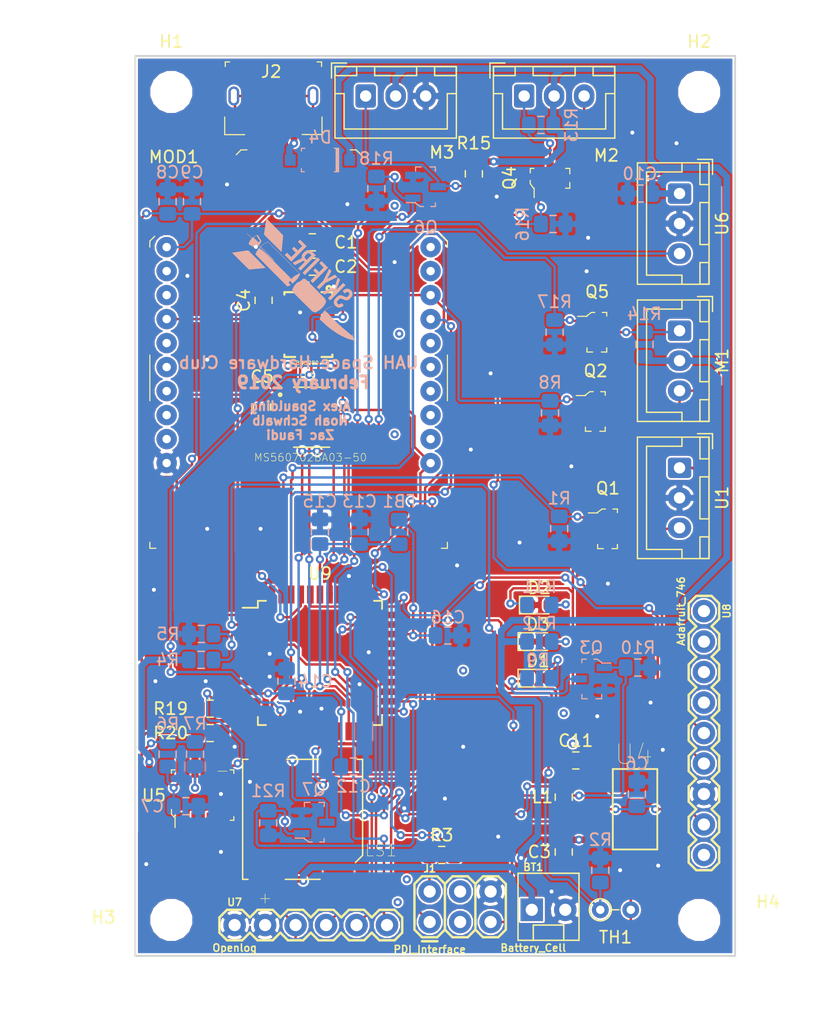
<source format=kicad_pcb>
(kicad_pcb (version 20171130) (host pcbnew 5.0.2-bee76a0~70~ubuntu18.04.1)

  (general
    (thickness 1.6)
    (drawings 7)
    (tracks 916)
    (zones 0)
    (modules 73)
    (nets 92)
  )

  (page A4)
  (title_block
    (title "Skyfire PCB")
    (date 2019-02-22)
    (rev v03)
    (company "UAH Space Hardware Club")
    (comment 2 "Zac Faudi")
    (comment 3 "Noah Schwalb")
    (comment 4 "Alex Spaulding")
  )

  (layers
    (0 F.Cu signal)
    (31 B.Cu signal)
    (32 B.Adhes user)
    (33 F.Adhes user)
    (34 B.Paste user)
    (35 F.Paste user)
    (36 B.SilkS user)
    (37 F.SilkS user)
    (38 B.Mask user)
    (39 F.Mask user)
    (40 Dwgs.User user)
    (41 Cmts.User user)
    (42 Eco1.User user)
    (43 Eco2.User user)
    (44 Edge.Cuts user)
    (45 Margin user)
    (46 B.CrtYd user)
    (47 F.CrtYd user)
    (48 B.Fab user)
    (49 F.Fab user)
  )

  (setup
    (last_trace_width 0.2032)
    (user_trace_width 0.2032)
    (user_trace_width 0.5588)
    (trace_clearance 0.1524)
    (zone_clearance 0.1525)
    (zone_45_only no)
    (trace_min 0.1524)
    (segment_width 0.2)
    (edge_width 0.15)
    (via_size 0.6858)
    (via_drill 0.3302)
    (via_min_size 0.6858)
    (via_min_drill 0.3302)
    (uvia_size 0.3)
    (uvia_drill 0.1)
    (uvias_allowed no)
    (uvia_min_size 0.2)
    (uvia_min_drill 0.1)
    (pcb_text_width 0.3)
    (pcb_text_size 1.5 1.5)
    (mod_edge_width 0.15)
    (mod_text_size 1 1)
    (mod_text_width 0.15)
    (pad_size 3.2 3.2)
    (pad_drill 3.2)
    (pad_to_mask_clearance 0.0508)
    (solder_mask_min_width 0.25)
    (aux_axis_origin 0 0)
    (visible_elements FFFFF77F)
    (pcbplotparams
      (layerselection 0x010fc_ffffffff)
      (usegerberextensions false)
      (usegerberattributes false)
      (usegerberadvancedattributes false)
      (creategerberjobfile false)
      (excludeedgelayer true)
      (linewidth 0.100000)
      (plotframeref false)
      (viasonmask false)
      (mode 1)
      (useauxorigin false)
      (hpglpennumber 1)
      (hpglpenspeed 20)
      (hpglpendiameter 15.000000)
      (psnegative false)
      (psa4output false)
      (plotreference true)
      (plotvalue true)
      (plotinvisibletext false)
      (padsonsilk false)
      (subtractmaskfromsilk false)
      (outputformat 1)
      (mirror false)
      (drillshape 1)
      (scaleselection 1)
      (outputdirectory ""))
  )

  (net 0 "")
  (net 1 +6V)
  (net 2 GND)
  (net 3 +3V3)
  (net 4 "Net-(C4-Pad1)")
  (net 5 "Net-(C7-Pad2)")
  (net 6 /MCU_VCC)
  (net 7 /MCU_AVCC)
  (net 8 "Net-(D1-Pad1)")
  (net 9 "Net-(D1-Pad2)")
  (net 10 "Net-(D2-Pad2)")
  (net 11 "Net-(D3-Pad2)")
  (net 12 "Net-(D4-PadA)")
  (net 13 /PDI_DATA)
  (net 14 "Net-(J1-Pad3)")
  (net 15 "Net-(J1-Pad4)")
  (net 16 /PDI_CLK)
  (net 17 "Net-(J2-Pad3)")
  (net 18 "Net-(J2-Pad2)")
  (net 19 "Net-(J2-PadSH)")
  (net 20 "Net-(LS1-PadN)")
  (net 21 "Net-(M1-Pad1)")
  (net 22 "Net-(M1-Pad3)")
  (net 23 "Net-(M2-Pad1)")
  (net 24 "Net-(M3-Pad1)")
  (net 25 "Net-(MOD1-Pad2)")
  (net 26 "Net-(MOD1-Pad3)")
  (net 27 /MISO)
  (net 28 "Net-(MOD1-Pad5)")
  (net 29 "Net-(MOD1-Pad6)")
  (net 30 "Net-(MOD1-Pad7)")
  (net 31 "Net-(MOD1-Pad8)")
  (net 32 "Net-(MOD1-Pad9)")
  (net 33 /MOSI)
  (net 34 "Net-(MOD1-Pad12)")
  (net 35 "Net-(MOD1-Pad13)")
  (net 36 "Net-(MOD1-Pad14)")
  (net 37 "Net-(MOD1-Pad15)")
  (net 38 "Net-(MOD1-Pad16)")
  (net 39 /~SS_XBEE)
  (net 40 /SCLK)
  (net 41 "Net-(MOD1-Pad19)")
  (net 42 "Net-(MOD1-Pad20)")
  (net 43 /CAMERA_DATA)
  (net 44 "Net-(Q1-Pad3)")
  (net 45 /Finn_Power)
  (net 46 /LED_MOS)
  (net 47 /FINN_SERVO_TWO)
  (net 48 /FINN_SERVO_ONE)
  (net 49 /Release_Servo)
  (net 50 /BUZZER_MOS)
  (net 51 /PA6-Therm)
  (net 52 /PA7-Voltage)
  (net 53 "Net-(R7-Pad2)")
  (net 54 /SCL)
  (net 55 /SDA)
  (net 56 "Net-(U2-Pad27)")
  (net 57 "Net-(U2-Pad26)")
  (net 58 "Net-(U2-Pad15)")
  (net 59 /HOST_INTN)
  (net 60 /BNO_NRST)
  (net 61 /BNO_CLOCKSEL0)
  (net 62 /BNO_WAKE)
  (net 63 /BNO_BOOTN)
  (net 64 "Net-(U2-Pad16)")
  (net 65 /~SS_BNO080)
  (net 66 /~SS_5607)
  (net 67 "Net-(U5-Pad1)")
  (net 68 "Net-(U5-Pad2)")
  (net 69 "Net-(U5-Pad3)")
  (net 70 /PA5-Hall_Effect)
  (net 71 /OpenLog_MISO)
  (net 72 /OpenLog_MOSI)
  (net 73 /OpenLog_GRN)
  (net 74 "Net-(U8-Pad1)")
  (net 75 "Net-(U8-Pad2)")
  (net 76 "Net-(U8-Pad3)")
  (net 77 "Net-(U8-Pad4)")
  (net 78 /GPS_MISO)
  (net 79 /GPS_MOSI)
  (net 80 "Net-(U8-Pad9)")
  (net 81 "Net-(U9-Pad4)")
  (net 82 "Net-(U9-Pad5)")
  (net 83 "Net-(U9-Pad6)")
  (net 84 "Net-(U9-Pad7)")
  (net 85 "Net-(U9-Pad25)")
  (net 86 "Net-(U9-Pad26)")
  (net 87 "Net-(U9-Pad27)")
  (net 88 "Net-(U9-Pad28)")
  (net 89 "Net-(U9-Pad29)")
  (net 90 "Net-(U9-Pad36)")
  (net 91 "Net-(U9-Pad37)")

  (net_class Default "This is the default net class."
    (clearance 0.1524)
    (trace_width 0.2032)
    (via_dia 0.6858)
    (via_drill 0.3302)
    (uvia_dia 0.3)
    (uvia_drill 0.1)
    (add_net +3V3)
    (add_net /BNO_BOOTN)
    (add_net /BNO_CLOCKSEL0)
    (add_net /BNO_NRST)
    (add_net /BNO_WAKE)
    (add_net /BUZZER_MOS)
    (add_net /CAMERA_DATA)
    (add_net /FINN_SERVO_ONE)
    (add_net /FINN_SERVO_TWO)
    (add_net /Finn_Power)
    (add_net /GPS_MISO)
    (add_net /GPS_MOSI)
    (add_net /HOST_INTN)
    (add_net /LED_MOS)
    (add_net /MCU_AVCC)
    (add_net /MCU_VCC)
    (add_net /MISO)
    (add_net /MOSI)
    (add_net /OpenLog_GRN)
    (add_net /OpenLog_MISO)
    (add_net /OpenLog_MOSI)
    (add_net /PA5-Hall_Effect)
    (add_net /PA6-Therm)
    (add_net /PA7-Voltage)
    (add_net /PDI_CLK)
    (add_net /PDI_DATA)
    (add_net /Release_Servo)
    (add_net /SCL)
    (add_net /SCLK)
    (add_net /SDA)
    (add_net /~SS_5607)
    (add_net /~SS_BNO080)
    (add_net /~SS_XBEE)
    (add_net GND)
    (add_net "Net-(C4-Pad1)")
    (add_net "Net-(C7-Pad2)")
    (add_net "Net-(D1-Pad1)")
    (add_net "Net-(D1-Pad2)")
    (add_net "Net-(D2-Pad2)")
    (add_net "Net-(D3-Pad2)")
    (add_net "Net-(D4-PadA)")
    (add_net "Net-(J1-Pad3)")
    (add_net "Net-(J1-Pad4)")
    (add_net "Net-(J2-Pad2)")
    (add_net "Net-(J2-Pad3)")
    (add_net "Net-(J2-PadSH)")
    (add_net "Net-(LS1-PadN)")
    (add_net "Net-(M1-Pad1)")
    (add_net "Net-(M1-Pad3)")
    (add_net "Net-(M2-Pad1)")
    (add_net "Net-(M3-Pad1)")
    (add_net "Net-(MOD1-Pad12)")
    (add_net "Net-(MOD1-Pad13)")
    (add_net "Net-(MOD1-Pad14)")
    (add_net "Net-(MOD1-Pad15)")
    (add_net "Net-(MOD1-Pad16)")
    (add_net "Net-(MOD1-Pad19)")
    (add_net "Net-(MOD1-Pad2)")
    (add_net "Net-(MOD1-Pad20)")
    (add_net "Net-(MOD1-Pad3)")
    (add_net "Net-(MOD1-Pad5)")
    (add_net "Net-(MOD1-Pad6)")
    (add_net "Net-(MOD1-Pad7)")
    (add_net "Net-(MOD1-Pad8)")
    (add_net "Net-(MOD1-Pad9)")
    (add_net "Net-(Q1-Pad3)")
    (add_net "Net-(R7-Pad2)")
    (add_net "Net-(U2-Pad15)")
    (add_net "Net-(U2-Pad16)")
    (add_net "Net-(U2-Pad26)")
    (add_net "Net-(U2-Pad27)")
    (add_net "Net-(U5-Pad1)")
    (add_net "Net-(U5-Pad2)")
    (add_net "Net-(U5-Pad3)")
    (add_net "Net-(U8-Pad1)")
    (add_net "Net-(U8-Pad2)")
    (add_net "Net-(U8-Pad3)")
    (add_net "Net-(U8-Pad4)")
    (add_net "Net-(U8-Pad9)")
    (add_net "Net-(U9-Pad25)")
    (add_net "Net-(U9-Pad26)")
    (add_net "Net-(U9-Pad27)")
    (add_net "Net-(U9-Pad28)")
    (add_net "Net-(U9-Pad29)")
    (add_net "Net-(U9-Pad36)")
    (add_net "Net-(U9-Pad37)")
    (add_net "Net-(U9-Pad4)")
    (add_net "Net-(U9-Pad5)")
    (add_net "Net-(U9-Pad6)")
    (add_net "Net-(U9-Pad7)")
  )

  (net_class "High Current" ""
    (clearance 0.1524)
    (trace_width 0.5588)
    (via_dia 0.6858)
    (via_drill 0.3302)
    (uvia_dia 0.3)
    (uvia_drill 0.1)
    (add_net +6V)
  )

  (module Resistor_THT:R_Axial_DIN0204_L3.6mm_D1.6mm_P2.54mm_Vertical (layer F.Cu) (tedit 5AE5139B) (tstamp 5C7F0224)
    (at 238.76 121.158)
    (descr "Resistor, Axial_DIN0204 series, Axial, Vertical, pin pitch=2.54mm, 0.167W, length*diameter=3.6*1.6mm^2, http://cdn-reichelt.de/documents/datenblatt/B400/1_4W%23YAG.pdf")
    (tags "Resistor Axial_DIN0204 series Axial Vertical pin pitch 2.54mm 0.167W length 3.6mm diameter 1.6mm")
    (path /5C4C8D21)
    (fp_text reference TH1 (at 1.27 2.286) (layer F.SilkS)
      (effects (font (size 1 1) (thickness 0.15)))
    )
    (fp_text value NTCLE100 (at 1.27 1.92) (layer F.Fab)
      (effects (font (size 1 1) (thickness 0.15)))
    )
    (fp_circle (center 0 0) (end 0.8 0) (layer F.Fab) (width 0.1))
    (fp_circle (center 0 0) (end 0.92 0) (layer F.SilkS) (width 0.12))
    (fp_line (start 0 0) (end 2.54 0) (layer F.Fab) (width 0.1))
    (fp_line (start 0.92 0) (end 1.54 0) (layer F.SilkS) (width 0.12))
    (fp_line (start -1.05 -1.05) (end -1.05 1.05) (layer F.CrtYd) (width 0.05))
    (fp_line (start -1.05 1.05) (end 3.49 1.05) (layer F.CrtYd) (width 0.05))
    (fp_line (start 3.49 1.05) (end 3.49 -1.05) (layer F.CrtYd) (width 0.05))
    (fp_line (start 3.49 -1.05) (end -1.05 -1.05) (layer F.CrtYd) (width 0.05))
    (fp_text user %R (at 1.27 -1.92) (layer F.Fab)
      (effects (font (size 1 1) (thickness 0.15)))
    )
    (pad 1 thru_hole circle (at 0 0) (size 1.4 1.4) (drill 0.7) (layers *.Cu *.Mask)
      (net 51 /PA6-Therm))
    (pad 2 thru_hole oval (at 2.54 0) (size 1.4 1.4) (drill 0.7) (layers *.Cu *.Mask)
      (net 3 +3V3))
    (model ${KISYS3DMOD}/Resistor_THT.3dshapes/R_Axial_DIN0204_L3.6mm_D1.6mm_P2.54mm_Vertical.wrl
      (at (xyz 0 0 0))
      (scale (xyz 1 1 1))
      (rotate (xyz 0 0 0))
    )
  )

  (module Connectors:MOLEX-1X2_LOCK (layer F.Cu) (tedit 5963E8A8) (tstamp 5C7EA5C9)
    (at 233.172 121.158)
    (descr "MOLEX 2-PIN PLATED THROUGH-HOLE LOCKING FOOTPRINT")
    (tags "MOLEX 2-PIN PLATED THROUGH-HOLE LOCKING FOOTPRINT")
    (path /5C5FAEB2)
    (attr virtual)
    (fp_text reference BT1 (at 0 -3.556) (layer F.SilkS)
      (effects (font (size 0.6096 0.6096) (thickness 0.127)))
    )
    (fp_text value Battery_Cell (at 0 3.175) (layer F.SilkS)
      (effects (font (size 0.6096 0.6096) (thickness 0.127)))
    )
    (fp_line (start -1.27 -3.048) (end -1.27 2.54) (layer F.SilkS) (width 0.127))
    (fp_line (start 3.81 -3.048) (end 3.81 2.54) (layer F.SilkS) (width 0.127))
    (fp_line (start 3.81 -3.048) (end -1.27 -3.048) (layer F.SilkS) (width 0.127))
    (fp_line (start 3.81 2.54) (end 2.54 2.54) (layer F.SilkS) (width 0.127))
    (fp_line (start 2.54 2.54) (end 0 2.54) (layer F.SilkS) (width 0.127))
    (fp_line (start 0 2.54) (end -1.27 2.54) (layer F.SilkS) (width 0.127))
    (fp_line (start 0 2.54) (end 0 1.27) (layer F.SilkS) (width 0.127))
    (fp_line (start 0 1.27) (end 2.54 1.27) (layer F.SilkS) (width 0.127))
    (fp_line (start 2.54 1.27) (end 2.54 2.54) (layer F.SilkS) (width 0.127))
    (pad 1 thru_hole rect (at -0.127 0) (size 1.8796 1.8796) (drill 1.016) (layers *.Cu *.Mask)
      (net 1 +6V) (solder_mask_margin 0.1016))
    (pad 2 thru_hole circle (at 2.667 0) (size 1.8796 1.8796) (drill 1.016) (layers *.Cu *.Mask)
      (net 2 GND) (solder_mask_margin 0.1016))
  )

  (module Capacitor_SMD:C_0805_2012Metric_Pad1.15x1.40mm_HandSolder (layer F.Cu) (tedit 5B36C52B) (tstamp 5C7EA5DA)
    (at 214.757 65.532)
    (descr "Capacitor SMD 0805 (2012 Metric), square (rectangular) end terminal, IPC_7351 nominal with elongated pad for handsoldering. (Body size source: https://docs.google.com/spreadsheets/d/1BsfQQcO9C6DZCsRaXUlFlo91Tg2WpOkGARC1WS5S8t0/edit?usp=sharing), generated with kicad-footprint-generator")
    (tags "capacitor handsolder")
    (path /5C6BF60C)
    (attr smd)
    (fp_text reference C1 (at 2.794 0) (layer F.SilkS)
      (effects (font (size 1 1) (thickness 0.15)))
    )
    (fp_text value 0.1uF (at 0 1.65) (layer F.Fab)
      (effects (font (size 1 1) (thickness 0.15)))
    )
    (fp_line (start -1 0.6) (end -1 -0.6) (layer F.Fab) (width 0.1))
    (fp_line (start -1 -0.6) (end 1 -0.6) (layer F.Fab) (width 0.1))
    (fp_line (start 1 -0.6) (end 1 0.6) (layer F.Fab) (width 0.1))
    (fp_line (start 1 0.6) (end -1 0.6) (layer F.Fab) (width 0.1))
    (fp_line (start -0.261252 -0.71) (end 0.261252 -0.71) (layer F.SilkS) (width 0.12))
    (fp_line (start -0.261252 0.71) (end 0.261252 0.71) (layer F.SilkS) (width 0.12))
    (fp_line (start -1.85 0.95) (end -1.85 -0.95) (layer F.CrtYd) (width 0.05))
    (fp_line (start -1.85 -0.95) (end 1.85 -0.95) (layer F.CrtYd) (width 0.05))
    (fp_line (start 1.85 -0.95) (end 1.85 0.95) (layer F.CrtYd) (width 0.05))
    (fp_line (start 1.85 0.95) (end -1.85 0.95) (layer F.CrtYd) (width 0.05))
    (fp_text user %R (at 0 0) (layer F.Fab)
      (effects (font (size 0.5 0.5) (thickness 0.08)))
    )
    (pad 1 smd roundrect (at -1.025 0) (size 1.15 1.4) (layers F.Cu F.Paste F.Mask) (roundrect_rratio 0.217391)
      (net 3 +3V3))
    (pad 2 smd roundrect (at 1.025 0) (size 1.15 1.4) (layers F.Cu F.Paste F.Mask) (roundrect_rratio 0.217391)
      (net 2 GND))
    (model ${KISYS3DMOD}/Capacitor_SMD.3dshapes/C_0805_2012Metric.wrl
      (at (xyz 0 0 0))
      (scale (xyz 1 1 1))
      (rotate (xyz 0 0 0))
    )
  )

  (module Capacitor_SMD:C_0805_2012Metric_Pad1.15x1.40mm_HandSolder (layer F.Cu) (tedit 5B36C52B) (tstamp 5C7EA5EB)
    (at 214.766 67.564)
    (descr "Capacitor SMD 0805 (2012 Metric), square (rectangular) end terminal, IPC_7351 nominal with elongated pad for handsoldering. (Body size source: https://docs.google.com/spreadsheets/d/1BsfQQcO9C6DZCsRaXUlFlo91Tg2WpOkGARC1WS5S8t0/edit?usp=sharing), generated with kicad-footprint-generator")
    (tags "capacitor handsolder")
    (path /5C6C69DC)
    (attr smd)
    (fp_text reference C2 (at 2.785 0) (layer F.SilkS)
      (effects (font (size 1 1) (thickness 0.15)))
    )
    (fp_text value 0.1uF (at 0 1.65) (layer F.Fab)
      (effects (font (size 1 1) (thickness 0.15)))
    )
    (fp_text user %R (at 0 0) (layer F.Fab)
      (effects (font (size 0.5 0.5) (thickness 0.08)))
    )
    (fp_line (start 1.85 0.95) (end -1.85 0.95) (layer F.CrtYd) (width 0.05))
    (fp_line (start 1.85 -0.95) (end 1.85 0.95) (layer F.CrtYd) (width 0.05))
    (fp_line (start -1.85 -0.95) (end 1.85 -0.95) (layer F.CrtYd) (width 0.05))
    (fp_line (start -1.85 0.95) (end -1.85 -0.95) (layer F.CrtYd) (width 0.05))
    (fp_line (start -0.261252 0.71) (end 0.261252 0.71) (layer F.SilkS) (width 0.12))
    (fp_line (start -0.261252 -0.71) (end 0.261252 -0.71) (layer F.SilkS) (width 0.12))
    (fp_line (start 1 0.6) (end -1 0.6) (layer F.Fab) (width 0.1))
    (fp_line (start 1 -0.6) (end 1 0.6) (layer F.Fab) (width 0.1))
    (fp_line (start -1 -0.6) (end 1 -0.6) (layer F.Fab) (width 0.1))
    (fp_line (start -1 0.6) (end -1 -0.6) (layer F.Fab) (width 0.1))
    (pad 2 smd roundrect (at 1.025 0) (size 1.15 1.4) (layers F.Cu F.Paste F.Mask) (roundrect_rratio 0.217391)
      (net 2 GND))
    (pad 1 smd roundrect (at -1.025 0) (size 1.15 1.4) (layers F.Cu F.Paste F.Mask) (roundrect_rratio 0.217391)
      (net 3 +3V3))
    (model ${KISYS3DMOD}/Capacitor_SMD.3dshapes/C_0805_2012Metric.wrl
      (at (xyz 0 0 0))
      (scale (xyz 1 1 1))
      (rotate (xyz 0 0 0))
    )
  )

  (module Capacitor_SMD:C_0805_2012Metric_Pad1.15x1.40mm_HandSolder (layer F.Cu) (tedit 5B36C52B) (tstamp 5C7EA5FC)
    (at 235.712 116.341 90)
    (descr "Capacitor SMD 0805 (2012 Metric), square (rectangular) end terminal, IPC_7351 nominal with elongated pad for handsoldering. (Body size source: https://docs.google.com/spreadsheets/d/1BsfQQcO9C6DZCsRaXUlFlo91Tg2WpOkGARC1WS5S8t0/edit?usp=sharing), generated with kicad-footprint-generator")
    (tags "capacitor handsolder")
    (path /5C4ECC49)
    (attr smd)
    (fp_text reference C3 (at 0.009 -2.032 180) (layer F.SilkS)
      (effects (font (size 1 1) (thickness 0.15)))
    )
    (fp_text value 1uF (at 0 1.65 90) (layer F.Fab)
      (effects (font (size 1 1) (thickness 0.15)))
    )
    (fp_line (start -1 0.6) (end -1 -0.6) (layer F.Fab) (width 0.1))
    (fp_line (start -1 -0.6) (end 1 -0.6) (layer F.Fab) (width 0.1))
    (fp_line (start 1 -0.6) (end 1 0.6) (layer F.Fab) (width 0.1))
    (fp_line (start 1 0.6) (end -1 0.6) (layer F.Fab) (width 0.1))
    (fp_line (start -0.261252 -0.71) (end 0.261252 -0.71) (layer F.SilkS) (width 0.12))
    (fp_line (start -0.261252 0.71) (end 0.261252 0.71) (layer F.SilkS) (width 0.12))
    (fp_line (start -1.85 0.95) (end -1.85 -0.95) (layer F.CrtYd) (width 0.05))
    (fp_line (start -1.85 -0.95) (end 1.85 -0.95) (layer F.CrtYd) (width 0.05))
    (fp_line (start 1.85 -0.95) (end 1.85 0.95) (layer F.CrtYd) (width 0.05))
    (fp_line (start 1.85 0.95) (end -1.85 0.95) (layer F.CrtYd) (width 0.05))
    (fp_text user %R (at 0 0 90) (layer F.Fab)
      (effects (font (size 0.5 0.5) (thickness 0.08)))
    )
    (pad 1 smd roundrect (at -1.025 0 90) (size 1.15 1.4) (layers F.Cu F.Paste F.Mask) (roundrect_rratio 0.217391)
      (net 2 GND))
    (pad 2 smd roundrect (at 1.025 0 90) (size 1.15 1.4) (layers F.Cu F.Paste F.Mask) (roundrect_rratio 0.217391)
      (net 1 +6V))
    (model ${KISYS3DMOD}/Capacitor_SMD.3dshapes/C_0805_2012Metric.wrl
      (at (xyz 0 0 0))
      (scale (xyz 1 1 1))
      (rotate (xyz 0 0 0))
    )
  )

  (module Capacitor_SMD:C_0805_2012Metric_Pad1.15x1.40mm_HandSolder (layer F.Cu) (tedit 5B36C52B) (tstamp 5C7EA60D)
    (at 210.693 70.367 90)
    (descr "Capacitor SMD 0805 (2012 Metric), square (rectangular) end terminal, IPC_7351 nominal with elongated pad for handsoldering. (Body size source: https://docs.google.com/spreadsheets/d/1BsfQQcO9C6DZCsRaXUlFlo91Tg2WpOkGARC1WS5S8t0/edit?usp=sharing), generated with kicad-footprint-generator")
    (tags "capacitor handsolder")
    (path /5C6BF28D)
    (attr smd)
    (fp_text reference C4 (at 0 -1.65 90) (layer F.SilkS)
      (effects (font (size 1 1) (thickness 0.15)))
    )
    (fp_text value 0.1uF (at 0 1.65 90) (layer F.Fab)
      (effects (font (size 1 1) (thickness 0.15)))
    )
    (fp_text user %R (at 0 0 90) (layer F.Fab)
      (effects (font (size 0.5 0.5) (thickness 0.08)))
    )
    (fp_line (start 1.85 0.95) (end -1.85 0.95) (layer F.CrtYd) (width 0.05))
    (fp_line (start 1.85 -0.95) (end 1.85 0.95) (layer F.CrtYd) (width 0.05))
    (fp_line (start -1.85 -0.95) (end 1.85 -0.95) (layer F.CrtYd) (width 0.05))
    (fp_line (start -1.85 0.95) (end -1.85 -0.95) (layer F.CrtYd) (width 0.05))
    (fp_line (start -0.261252 0.71) (end 0.261252 0.71) (layer F.SilkS) (width 0.12))
    (fp_line (start -0.261252 -0.71) (end 0.261252 -0.71) (layer F.SilkS) (width 0.12))
    (fp_line (start 1 0.6) (end -1 0.6) (layer F.Fab) (width 0.1))
    (fp_line (start 1 -0.6) (end 1 0.6) (layer F.Fab) (width 0.1))
    (fp_line (start -1 -0.6) (end 1 -0.6) (layer F.Fab) (width 0.1))
    (fp_line (start -1 0.6) (end -1 -0.6) (layer F.Fab) (width 0.1))
    (pad 2 smd roundrect (at 1.025 0 90) (size 1.15 1.4) (layers F.Cu F.Paste F.Mask) (roundrect_rratio 0.217391)
      (net 2 GND))
    (pad 1 smd roundrect (at -1.025 0 90) (size 1.15 1.4) (layers F.Cu F.Paste F.Mask) (roundrect_rratio 0.217391)
      (net 4 "Net-(C4-Pad1)"))
    (model ${KISYS3DMOD}/Capacitor_SMD.3dshapes/C_0805_2012Metric.wrl
      (at (xyz 0 0 0))
      (scale (xyz 1 1 1))
      (rotate (xyz 0 0 0))
    )
  )

  (module Capacitor_SMD:C_0805_2012Metric_Pad1.15x1.40mm_HandSolder (layer F.Cu) (tedit 5B36C52B) (tstamp 5C7EA61E)
    (at 210.566 79.257 270)
    (descr "Capacitor SMD 0805 (2012 Metric), square (rectangular) end terminal, IPC_7351 nominal with elongated pad for handsoldering. (Body size source: https://docs.google.com/spreadsheets/d/1BsfQQcO9C6DZCsRaXUlFlo91Tg2WpOkGARC1WS5S8t0/edit?usp=sharing), generated with kicad-footprint-generator")
    (tags "capacitor handsolder")
    (path /5C48F1E8)
    (attr smd)
    (fp_text reference C5 (at -2.531 0) (layer F.SilkS)
      (effects (font (size 1 1) (thickness 0.15)))
    )
    (fp_text value 100nF (at 0 1.65 270) (layer F.Fab)
      (effects (font (size 1 1) (thickness 0.15)))
    )
    (fp_line (start -1 0.6) (end -1 -0.6) (layer F.Fab) (width 0.1))
    (fp_line (start -1 -0.6) (end 1 -0.6) (layer F.Fab) (width 0.1))
    (fp_line (start 1 -0.6) (end 1 0.6) (layer F.Fab) (width 0.1))
    (fp_line (start 1 0.6) (end -1 0.6) (layer F.Fab) (width 0.1))
    (fp_line (start -0.261252 -0.71) (end 0.261252 -0.71) (layer F.SilkS) (width 0.12))
    (fp_line (start -0.261252 0.71) (end 0.261252 0.71) (layer F.SilkS) (width 0.12))
    (fp_line (start -1.85 0.95) (end -1.85 -0.95) (layer F.CrtYd) (width 0.05))
    (fp_line (start -1.85 -0.95) (end 1.85 -0.95) (layer F.CrtYd) (width 0.05))
    (fp_line (start 1.85 -0.95) (end 1.85 0.95) (layer F.CrtYd) (width 0.05))
    (fp_line (start 1.85 0.95) (end -1.85 0.95) (layer F.CrtYd) (width 0.05))
    (fp_text user %R (at 0 0 270) (layer F.Fab)
      (effects (font (size 0.5 0.5) (thickness 0.08)))
    )
    (pad 1 smd roundrect (at -1.025 0 270) (size 1.15 1.4) (layers F.Cu F.Paste F.Mask) (roundrect_rratio 0.217391)
      (net 3 +3V3))
    (pad 2 smd roundrect (at 1.025 0 270) (size 1.15 1.4) (layers F.Cu F.Paste F.Mask) (roundrect_rratio 0.217391)
      (net 2 GND))
    (model ${KISYS3DMOD}/Capacitor_SMD.3dshapes/C_0805_2012Metric.wrl
      (at (xyz 0 0 0))
      (scale (xyz 1 1 1))
      (rotate (xyz 0 0 0))
    )
  )

  (module Capacitor_SMD:C_0805_2012Metric_Pad1.15x1.40mm_HandSolder (layer B.Cu) (tedit 5B36C52B) (tstamp 5C7F2491)
    (at 241.808 111.506 90)
    (descr "Capacitor SMD 0805 (2012 Metric), square (rectangular) end terminal, IPC_7351 nominal with elongated pad for handsoldering. (Body size source: https://docs.google.com/spreadsheets/d/1BsfQQcO9C6DZCsRaXUlFlo91Tg2WpOkGARC1WS5S8t0/edit?usp=sharing), generated with kicad-footprint-generator")
    (tags "capacitor handsolder")
    (path /5C4ECC42)
    (attr smd)
    (fp_text reference C6 (at 2.54 0 180) (layer B.SilkS)
      (effects (font (size 1 1) (thickness 0.15)) (justify mirror))
    )
    (fp_text value 1uF (at 0 -1.65 90) (layer B.Fab)
      (effects (font (size 1 1) (thickness 0.15)) (justify mirror))
    )
    (fp_text user %R (at 0 0 90) (layer B.Fab)
      (effects (font (size 0.5 0.5) (thickness 0.08)) (justify mirror))
    )
    (fp_line (start 1.85 -0.95) (end -1.85 -0.95) (layer B.CrtYd) (width 0.05))
    (fp_line (start 1.85 0.95) (end 1.85 -0.95) (layer B.CrtYd) (width 0.05))
    (fp_line (start -1.85 0.95) (end 1.85 0.95) (layer B.CrtYd) (width 0.05))
    (fp_line (start -1.85 -0.95) (end -1.85 0.95) (layer B.CrtYd) (width 0.05))
    (fp_line (start -0.261252 -0.71) (end 0.261252 -0.71) (layer B.SilkS) (width 0.12))
    (fp_line (start -0.261252 0.71) (end 0.261252 0.71) (layer B.SilkS) (width 0.12))
    (fp_line (start 1 -0.6) (end -1 -0.6) (layer B.Fab) (width 0.1))
    (fp_line (start 1 0.6) (end 1 -0.6) (layer B.Fab) (width 0.1))
    (fp_line (start -1 0.6) (end 1 0.6) (layer B.Fab) (width 0.1))
    (fp_line (start -1 -0.6) (end -1 0.6) (layer B.Fab) (width 0.1))
    (pad 2 smd roundrect (at 1.025 0 90) (size 1.15 1.4) (layers B.Cu B.Paste B.Mask) (roundrect_rratio 0.217391)
      (net 2 GND))
    (pad 1 smd roundrect (at -1.025 0 90) (size 1.15 1.4) (layers B.Cu B.Paste B.Mask) (roundrect_rratio 0.217391)
      (net 3 +3V3))
    (model ${KISYS3DMOD}/Capacitor_SMD.3dshapes/C_0805_2012Metric.wrl
      (at (xyz 0 0 0))
      (scale (xyz 1 1 1))
      (rotate (xyz 0 0 0))
    )
  )

  (module Capacitor_SMD:C_0805_2012Metric_Pad1.15x1.40mm_HandSolder (layer B.Cu) (tedit 5B36C52B) (tstamp 5C7EA640)
    (at 204.225 112.522 180)
    (descr "Capacitor SMD 0805 (2012 Metric), square (rectangular) end terminal, IPC_7351 nominal with elongated pad for handsoldering. (Body size source: https://docs.google.com/spreadsheets/d/1BsfQQcO9C6DZCsRaXUlFlo91Tg2WpOkGARC1WS5S8t0/edit?usp=sharing), generated with kicad-footprint-generator")
    (tags "capacitor handsolder")
    (path /5C4E6F4F)
    (attr smd)
    (fp_text reference C7 (at 2.803 0 180) (layer B.SilkS)
      (effects (font (size 1 1) (thickness 0.15)) (justify mirror))
    )
    (fp_text value 0.1uf (at 0 -1.65 180) (layer B.Fab)
      (effects (font (size 1 1) (thickness 0.15)) (justify mirror))
    )
    (fp_text user %R (at 0 0 180) (layer B.Fab)
      (effects (font (size 0.5 0.5) (thickness 0.08)) (justify mirror))
    )
    (fp_line (start 1.85 -0.95) (end -1.85 -0.95) (layer B.CrtYd) (width 0.05))
    (fp_line (start 1.85 0.95) (end 1.85 -0.95) (layer B.CrtYd) (width 0.05))
    (fp_line (start -1.85 0.95) (end 1.85 0.95) (layer B.CrtYd) (width 0.05))
    (fp_line (start -1.85 -0.95) (end -1.85 0.95) (layer B.CrtYd) (width 0.05))
    (fp_line (start -0.261252 -0.71) (end 0.261252 -0.71) (layer B.SilkS) (width 0.12))
    (fp_line (start -0.261252 0.71) (end 0.261252 0.71) (layer B.SilkS) (width 0.12))
    (fp_line (start 1 -0.6) (end -1 -0.6) (layer B.Fab) (width 0.1))
    (fp_line (start 1 0.6) (end 1 -0.6) (layer B.Fab) (width 0.1))
    (fp_line (start -1 0.6) (end 1 0.6) (layer B.Fab) (width 0.1))
    (fp_line (start -1 -0.6) (end -1 0.6) (layer B.Fab) (width 0.1))
    (pad 2 smd roundrect (at 1.025 0 180) (size 1.15 1.4) (layers B.Cu B.Paste B.Mask) (roundrect_rratio 0.217391)
      (net 5 "Net-(C7-Pad2)"))
    (pad 1 smd roundrect (at -1.025 0 180) (size 1.15 1.4) (layers B.Cu B.Paste B.Mask) (roundrect_rratio 0.217391)
      (net 2 GND))
    (model ${KISYS3DMOD}/Capacitor_SMD.3dshapes/C_0805_2012Metric.wrl
      (at (xyz 0 0 0))
      (scale (xyz 1 1 1))
      (rotate (xyz 0 0 0))
    )
  )

  (module Capacitor_SMD:C_0805_2012Metric_Pad1.15x1.40mm_HandSolder (layer B.Cu) (tedit 5B36C52B) (tstamp 5C7EA651)
    (at 202.692818 62.130703 270)
    (descr "Capacitor SMD 0805 (2012 Metric), square (rectangular) end terminal, IPC_7351 nominal with elongated pad for handsoldering. (Body size source: https://docs.google.com/spreadsheets/d/1BsfQQcO9C6DZCsRaXUlFlo91Tg2WpOkGARC1WS5S8t0/edit?usp=sharing), generated with kicad-footprint-generator")
    (tags "capacitor handsolder")
    (path /5C5C8DD2)
    (attr smd)
    (fp_text reference C8 (at -2.440703 0.000818) (layer B.SilkS)
      (effects (font (size 1 1) (thickness 0.15)) (justify mirror))
    )
    (fp_text value 1uF (at 0 -1.65 270) (layer B.Fab)
      (effects (font (size 1 1) (thickness 0.15)) (justify mirror))
    )
    (fp_line (start -1 -0.6) (end -1 0.6) (layer B.Fab) (width 0.1))
    (fp_line (start -1 0.6) (end 1 0.6) (layer B.Fab) (width 0.1))
    (fp_line (start 1 0.6) (end 1 -0.6) (layer B.Fab) (width 0.1))
    (fp_line (start 1 -0.6) (end -1 -0.6) (layer B.Fab) (width 0.1))
    (fp_line (start -0.261252 0.71) (end 0.261252 0.71) (layer B.SilkS) (width 0.12))
    (fp_line (start -0.261252 -0.71) (end 0.261252 -0.71) (layer B.SilkS) (width 0.12))
    (fp_line (start -1.85 -0.95) (end -1.85 0.95) (layer B.CrtYd) (width 0.05))
    (fp_line (start -1.85 0.95) (end 1.85 0.95) (layer B.CrtYd) (width 0.05))
    (fp_line (start 1.85 0.95) (end 1.85 -0.95) (layer B.CrtYd) (width 0.05))
    (fp_line (start 1.85 -0.95) (end -1.85 -0.95) (layer B.CrtYd) (width 0.05))
    (fp_text user %R (at 0 0 270) (layer B.Fab)
      (effects (font (size 0.5 0.5) (thickness 0.08)) (justify mirror))
    )
    (pad 1 smd roundrect (at -1.025 0 270) (size 1.15 1.4) (layers B.Cu B.Paste B.Mask) (roundrect_rratio 0.217391)
      (net 2 GND))
    (pad 2 smd roundrect (at 1.025 0 270) (size 1.15 1.4) (layers B.Cu B.Paste B.Mask) (roundrect_rratio 0.217391)
      (net 3 +3V3))
    (model ${KISYS3DMOD}/Capacitor_SMD.3dshapes/C_0805_2012Metric.wrl
      (at (xyz 0 0 0))
      (scale (xyz 1 1 1))
      (rotate (xyz 0 0 0))
    )
  )

  (module Capacitor_SMD:C_0805_2012Metric_Pad1.15x1.40mm_HandSolder (layer B.Cu) (tedit 5B36C52B) (tstamp 5C7EA662)
    (at 204.724 62.130703 270)
    (descr "Capacitor SMD 0805 (2012 Metric), square (rectangular) end terminal, IPC_7351 nominal with elongated pad for handsoldering. (Body size source: https://docs.google.com/spreadsheets/d/1BsfQQcO9C6DZCsRaXUlFlo91Tg2WpOkGARC1WS5S8t0/edit?usp=sharing), generated with kicad-footprint-generator")
    (tags "capacitor handsolder")
    (path /5C5C904D)
    (attr smd)
    (fp_text reference C9 (at -2.440703 0.000818) (layer B.SilkS)
      (effects (font (size 1 1) (thickness 0.15)) (justify mirror))
    )
    (fp_text value 47pF (at 0 -1.65 270) (layer B.Fab)
      (effects (font (size 1 1) (thickness 0.15)) (justify mirror))
    )
    (fp_line (start -1 -0.6) (end -1 0.6) (layer B.Fab) (width 0.1))
    (fp_line (start -1 0.6) (end 1 0.6) (layer B.Fab) (width 0.1))
    (fp_line (start 1 0.6) (end 1 -0.6) (layer B.Fab) (width 0.1))
    (fp_line (start 1 -0.6) (end -1 -0.6) (layer B.Fab) (width 0.1))
    (fp_line (start -0.261252 0.71) (end 0.261252 0.71) (layer B.SilkS) (width 0.12))
    (fp_line (start -0.261252 -0.71) (end 0.261252 -0.71) (layer B.SilkS) (width 0.12))
    (fp_line (start -1.85 -0.95) (end -1.85 0.95) (layer B.CrtYd) (width 0.05))
    (fp_line (start -1.85 0.95) (end 1.85 0.95) (layer B.CrtYd) (width 0.05))
    (fp_line (start 1.85 0.95) (end 1.85 -0.95) (layer B.CrtYd) (width 0.05))
    (fp_line (start 1.85 -0.95) (end -1.85 -0.95) (layer B.CrtYd) (width 0.05))
    (fp_text user %R (at 0 0 270) (layer B.Fab)
      (effects (font (size 0.5 0.5) (thickness 0.08)) (justify mirror))
    )
    (pad 1 smd roundrect (at -1.025 0 270) (size 1.15 1.4) (layers B.Cu B.Paste B.Mask) (roundrect_rratio 0.217391)
      (net 2 GND))
    (pad 2 smd roundrect (at 1.025 0 270) (size 1.15 1.4) (layers B.Cu B.Paste B.Mask) (roundrect_rratio 0.217391)
      (net 3 +3V3))
    (model ${KISYS3DMOD}/Capacitor_SMD.3dshapes/C_0805_2012Metric.wrl
      (at (xyz 0 0 0))
      (scale (xyz 1 1 1))
      (rotate (xyz 0 0 0))
    )
  )

  (module Capacitor_SMD:C_0805_2012Metric_Pad1.15x1.40mm_HandSolder (layer B.Cu) (tedit 5B36C52B) (tstamp 5C7F7BEE)
    (at 242.062 61.468)
    (descr "Capacitor SMD 0805 (2012 Metric), square (rectangular) end terminal, IPC_7351 nominal with elongated pad for handsoldering. (Body size source: https://docs.google.com/spreadsheets/d/1BsfQQcO9C6DZCsRaXUlFlo91Tg2WpOkGARC1WS5S8t0/edit?usp=sharing), generated with kicad-footprint-generator")
    (tags "capacitor handsolder")
    (path /5C5057CC)
    (attr smd)
    (fp_text reference C10 (at 0 -1.651) (layer B.SilkS)
      (effects (font (size 1 1) (thickness 0.15)) (justify mirror))
    )
    (fp_text value 1uF (at 0 -1.65) (layer B.Fab)
      (effects (font (size 1 1) (thickness 0.15)) (justify mirror))
    )
    (fp_text user %R (at 0 0) (layer B.Fab)
      (effects (font (size 0.5 0.5) (thickness 0.08)) (justify mirror))
    )
    (fp_line (start 1.85 -0.95) (end -1.85 -0.95) (layer B.CrtYd) (width 0.05))
    (fp_line (start 1.85 0.95) (end 1.85 -0.95) (layer B.CrtYd) (width 0.05))
    (fp_line (start -1.85 0.95) (end 1.85 0.95) (layer B.CrtYd) (width 0.05))
    (fp_line (start -1.85 -0.95) (end -1.85 0.95) (layer B.CrtYd) (width 0.05))
    (fp_line (start -0.261252 -0.71) (end 0.261252 -0.71) (layer B.SilkS) (width 0.12))
    (fp_line (start -0.261252 0.71) (end 0.261252 0.71) (layer B.SilkS) (width 0.12))
    (fp_line (start 1 -0.6) (end -1 -0.6) (layer B.Fab) (width 0.1))
    (fp_line (start 1 0.6) (end 1 -0.6) (layer B.Fab) (width 0.1))
    (fp_line (start -1 0.6) (end 1 0.6) (layer B.Fab) (width 0.1))
    (fp_line (start -1 -0.6) (end -1 0.6) (layer B.Fab) (width 0.1))
    (pad 2 smd roundrect (at 1.025 0) (size 1.15 1.4) (layers B.Cu B.Paste B.Mask) (roundrect_rratio 0.217391)
      (net 1 +6V))
    (pad 1 smd roundrect (at -1.025 0) (size 1.15 1.4) (layers B.Cu B.Paste B.Mask) (roundrect_rratio 0.217391)
      (net 2 GND))
    (model ${KISYS3DMOD}/Capacitor_SMD.3dshapes/C_0805_2012Metric.wrl
      (at (xyz 0 0 0))
      (scale (xyz 1 1 1))
      (rotate (xyz 0 0 0))
    )
  )

  (module Capacitor_SMD:C_0805_2012Metric_Pad1.15x1.40mm_HandSolder (layer F.Cu) (tedit 5B36C52B) (tstamp 5C7EA684)
    (at 236.719 108.712)
    (descr "Capacitor SMD 0805 (2012 Metric), square (rectangular) end terminal, IPC_7351 nominal with elongated pad for handsoldering. (Body size source: https://docs.google.com/spreadsheets/d/1BsfQQcO9C6DZCsRaXUlFlo91Tg2WpOkGARC1WS5S8t0/edit?usp=sharing), generated with kicad-footprint-generator")
    (tags "capacitor handsolder")
    (path /5C6D05C9)
    (attr smd)
    (fp_text reference C11 (at -0.009 -1.651) (layer F.SilkS)
      (effects (font (size 1 1) (thickness 0.15)))
    )
    (fp_text value 10uF (at 0 1.65) (layer F.Fab)
      (effects (font (size 1 1) (thickness 0.15)))
    )
    (fp_line (start -1 0.6) (end -1 -0.6) (layer F.Fab) (width 0.1))
    (fp_line (start -1 -0.6) (end 1 -0.6) (layer F.Fab) (width 0.1))
    (fp_line (start 1 -0.6) (end 1 0.6) (layer F.Fab) (width 0.1))
    (fp_line (start 1 0.6) (end -1 0.6) (layer F.Fab) (width 0.1))
    (fp_line (start -0.261252 -0.71) (end 0.261252 -0.71) (layer F.SilkS) (width 0.12))
    (fp_line (start -0.261252 0.71) (end 0.261252 0.71) (layer F.SilkS) (width 0.12))
    (fp_line (start -1.85 0.95) (end -1.85 -0.95) (layer F.CrtYd) (width 0.05))
    (fp_line (start -1.85 -0.95) (end 1.85 -0.95) (layer F.CrtYd) (width 0.05))
    (fp_line (start 1.85 -0.95) (end 1.85 0.95) (layer F.CrtYd) (width 0.05))
    (fp_line (start 1.85 0.95) (end -1.85 0.95) (layer F.CrtYd) (width 0.05))
    (fp_text user %R (at 0 0) (layer F.Fab)
      (effects (font (size 0.5 0.5) (thickness 0.08)))
    )
    (pad 1 smd roundrect (at -1.025 0) (size 1.15 1.4) (layers F.Cu F.Paste F.Mask) (roundrect_rratio 0.217391)
      (net 6 /MCU_VCC))
    (pad 2 smd roundrect (at 1.025 0) (size 1.15 1.4) (layers F.Cu F.Paste F.Mask) (roundrect_rratio 0.217391)
      (net 2 GND))
    (model ${KISYS3DMOD}/Capacitor_SMD.3dshapes/C_0805_2012Metric.wrl
      (at (xyz 0 0 0))
      (scale (xyz 1 1 1))
      (rotate (xyz 0 0 0))
    )
  )

  (module Capacitor_SMD:C_0805_2012Metric_Pad1.15x1.40mm_HandSolder (layer B.Cu) (tedit 5B36C52B) (tstamp 5C7EA695)
    (at 218.186 109.22)
    (descr "Capacitor SMD 0805 (2012 Metric), square (rectangular) end terminal, IPC_7351 nominal with elongated pad for handsoldering. (Body size source: https://docs.google.com/spreadsheets/d/1BsfQQcO9C6DZCsRaXUlFlo91Tg2WpOkGARC1WS5S8t0/edit?usp=sharing), generated with kicad-footprint-generator")
    (tags "capacitor handsolder")
    (path /5C481F76)
    (attr smd)
    (fp_text reference C12 (at 0 1.65) (layer B.SilkS)
      (effects (font (size 1 1) (thickness 0.15)) (justify mirror))
    )
    (fp_text value 100nF (at 0 -1.65) (layer B.Fab)
      (effects (font (size 1 1) (thickness 0.15)) (justify mirror))
    )
    (fp_text user %R (at 0 0) (layer B.Fab)
      (effects (font (size 0.5 0.5) (thickness 0.08)) (justify mirror))
    )
    (fp_line (start 1.85 -0.95) (end -1.85 -0.95) (layer B.CrtYd) (width 0.05))
    (fp_line (start 1.85 0.95) (end 1.85 -0.95) (layer B.CrtYd) (width 0.05))
    (fp_line (start -1.85 0.95) (end 1.85 0.95) (layer B.CrtYd) (width 0.05))
    (fp_line (start -1.85 -0.95) (end -1.85 0.95) (layer B.CrtYd) (width 0.05))
    (fp_line (start -0.261252 -0.71) (end 0.261252 -0.71) (layer B.SilkS) (width 0.12))
    (fp_line (start -0.261252 0.71) (end 0.261252 0.71) (layer B.SilkS) (width 0.12))
    (fp_line (start 1 -0.6) (end -1 -0.6) (layer B.Fab) (width 0.1))
    (fp_line (start 1 0.6) (end 1 -0.6) (layer B.Fab) (width 0.1))
    (fp_line (start -1 0.6) (end 1 0.6) (layer B.Fab) (width 0.1))
    (fp_line (start -1 -0.6) (end -1 0.6) (layer B.Fab) (width 0.1))
    (pad 2 smd roundrect (at 1.025 0) (size 1.15 1.4) (layers B.Cu B.Paste B.Mask) (roundrect_rratio 0.217391)
      (net 2 GND))
    (pad 1 smd roundrect (at -1.025 0) (size 1.15 1.4) (layers B.Cu B.Paste B.Mask) (roundrect_rratio 0.217391)
      (net 6 /MCU_VCC))
    (model ${KISYS3DMOD}/Capacitor_SMD.3dshapes/C_0805_2012Metric.wrl
      (at (xyz 0 0 0))
      (scale (xyz 1 1 1))
      (rotate (xyz 0 0 0))
    )
  )

  (module Capacitor_SMD:C_0805_2012Metric_Pad1.15x1.40mm_HandSolder (layer B.Cu) (tedit 5B36C52B) (tstamp 5C7EA6A6)
    (at 218.694 89.653 270)
    (descr "Capacitor SMD 0805 (2012 Metric), square (rectangular) end terminal, IPC_7351 nominal with elongated pad for handsoldering. (Body size source: https://docs.google.com/spreadsheets/d/1BsfQQcO9C6DZCsRaXUlFlo91Tg2WpOkGARC1WS5S8t0/edit?usp=sharing), generated with kicad-footprint-generator")
    (tags "capacitor handsolder")
    (path /5C6D034E)
    (attr smd)
    (fp_text reference C13 (at -2.531 0) (layer B.SilkS)
      (effects (font (size 1 1) (thickness 0.15)) (justify mirror))
    )
    (fp_text value 10uF (at 0 -1.65 270) (layer B.Fab)
      (effects (font (size 1 1) (thickness 0.15)) (justify mirror))
    )
    (fp_line (start -1 -0.6) (end -1 0.6) (layer B.Fab) (width 0.1))
    (fp_line (start -1 0.6) (end 1 0.6) (layer B.Fab) (width 0.1))
    (fp_line (start 1 0.6) (end 1 -0.6) (layer B.Fab) (width 0.1))
    (fp_line (start 1 -0.6) (end -1 -0.6) (layer B.Fab) (width 0.1))
    (fp_line (start -0.261252 0.71) (end 0.261252 0.71) (layer B.SilkS) (width 0.12))
    (fp_line (start -0.261252 -0.71) (end 0.261252 -0.71) (layer B.SilkS) (width 0.12))
    (fp_line (start -1.85 -0.95) (end -1.85 0.95) (layer B.CrtYd) (width 0.05))
    (fp_line (start -1.85 0.95) (end 1.85 0.95) (layer B.CrtYd) (width 0.05))
    (fp_line (start 1.85 0.95) (end 1.85 -0.95) (layer B.CrtYd) (width 0.05))
    (fp_line (start 1.85 -0.95) (end -1.85 -0.95) (layer B.CrtYd) (width 0.05))
    (fp_text user %R (at 0 0 270) (layer B.Fab)
      (effects (font (size 0.5 0.5) (thickness 0.08)) (justify mirror))
    )
    (pad 1 smd roundrect (at -1.025 0 270) (size 1.15 1.4) (layers B.Cu B.Paste B.Mask) (roundrect_rratio 0.217391)
      (net 2 GND))
    (pad 2 smd roundrect (at 1.025 0 270) (size 1.15 1.4) (layers B.Cu B.Paste B.Mask) (roundrect_rratio 0.217391)
      (net 7 /MCU_AVCC))
    (model ${KISYS3DMOD}/Capacitor_SMD.3dshapes/C_0805_2012Metric.wrl
      (at (xyz 0 0 0))
      (scale (xyz 1 1 1))
      (rotate (xyz 0 0 0))
    )
  )

  (module Capacitor_SMD:C_0805_2012Metric_Pad1.15x1.40mm_HandSolder (layer B.Cu) (tedit 5B36C52B) (tstamp 5C7EA6B7)
    (at 212.598 102.099 90)
    (descr "Capacitor SMD 0805 (2012 Metric), square (rectangular) end terminal, IPC_7351 nominal with elongated pad for handsoldering. (Body size source: https://docs.google.com/spreadsheets/d/1BsfQQcO9C6DZCsRaXUlFlo91Tg2WpOkGARC1WS5S8t0/edit?usp=sharing), generated with kicad-footprint-generator")
    (tags "capacitor handsolder")
    (path /5C6B77F9)
    (attr smd)
    (fp_text reference C14 (at -0.009 2.413 180) (layer B.SilkS)
      (effects (font (size 1 1) (thickness 0.15)) (justify mirror))
    )
    (fp_text value 100nF (at 0 -1.65 90) (layer B.Fab)
      (effects (font (size 1 1) (thickness 0.15)) (justify mirror))
    )
    (fp_text user %R (at 0 0 90) (layer B.Fab)
      (effects (font (size 0.5 0.5) (thickness 0.08)) (justify mirror))
    )
    (fp_line (start 1.85 -0.95) (end -1.85 -0.95) (layer B.CrtYd) (width 0.05))
    (fp_line (start 1.85 0.95) (end 1.85 -0.95) (layer B.CrtYd) (width 0.05))
    (fp_line (start -1.85 0.95) (end 1.85 0.95) (layer B.CrtYd) (width 0.05))
    (fp_line (start -1.85 -0.95) (end -1.85 0.95) (layer B.CrtYd) (width 0.05))
    (fp_line (start -0.261252 -0.71) (end 0.261252 -0.71) (layer B.SilkS) (width 0.12))
    (fp_line (start -0.261252 0.71) (end 0.261252 0.71) (layer B.SilkS) (width 0.12))
    (fp_line (start 1 -0.6) (end -1 -0.6) (layer B.Fab) (width 0.1))
    (fp_line (start 1 0.6) (end 1 -0.6) (layer B.Fab) (width 0.1))
    (fp_line (start -1 0.6) (end 1 0.6) (layer B.Fab) (width 0.1))
    (fp_line (start -1 -0.6) (end -1 0.6) (layer B.Fab) (width 0.1))
    (pad 2 smd roundrect (at 1.025 0 90) (size 1.15 1.4) (layers B.Cu B.Paste B.Mask) (roundrect_rratio 0.217391)
      (net 2 GND))
    (pad 1 smd roundrect (at -1.025 0 90) (size 1.15 1.4) (layers B.Cu B.Paste B.Mask) (roundrect_rratio 0.217391)
      (net 6 /MCU_VCC))
    (model ${KISYS3DMOD}/Capacitor_SMD.3dshapes/C_0805_2012Metric.wrl
      (at (xyz 0 0 0))
      (scale (xyz 1 1 1))
      (rotate (xyz 0 0 0))
    )
  )

  (module Capacitor_SMD:C_0805_2012Metric_Pad1.15x1.40mm_HandSolder (layer B.Cu) (tedit 5B36C52B) (tstamp 5C7EA6C8)
    (at 215.392 89.653 270)
    (descr "Capacitor SMD 0805 (2012 Metric), square (rectangular) end terminal, IPC_7351 nominal with elongated pad for handsoldering. (Body size source: https://docs.google.com/spreadsheets/d/1BsfQQcO9C6DZCsRaXUlFlo91Tg2WpOkGARC1WS5S8t0/edit?usp=sharing), generated with kicad-footprint-generator")
    (tags "capacitor handsolder")
    (path /5C481E8E)
    (attr smd)
    (fp_text reference C15 (at -2.531 0) (layer B.SilkS)
      (effects (font (size 1 1) (thickness 0.15)) (justify mirror))
    )
    (fp_text value 100nF (at 0 -1.65 270) (layer B.Fab)
      (effects (font (size 1 1) (thickness 0.15)) (justify mirror))
    )
    (fp_line (start -1 -0.6) (end -1 0.6) (layer B.Fab) (width 0.1))
    (fp_line (start -1 0.6) (end 1 0.6) (layer B.Fab) (width 0.1))
    (fp_line (start 1 0.6) (end 1 -0.6) (layer B.Fab) (width 0.1))
    (fp_line (start 1 -0.6) (end -1 -0.6) (layer B.Fab) (width 0.1))
    (fp_line (start -0.261252 0.71) (end 0.261252 0.71) (layer B.SilkS) (width 0.12))
    (fp_line (start -0.261252 -0.71) (end 0.261252 -0.71) (layer B.SilkS) (width 0.12))
    (fp_line (start -1.85 -0.95) (end -1.85 0.95) (layer B.CrtYd) (width 0.05))
    (fp_line (start -1.85 0.95) (end 1.85 0.95) (layer B.CrtYd) (width 0.05))
    (fp_line (start 1.85 0.95) (end 1.85 -0.95) (layer B.CrtYd) (width 0.05))
    (fp_line (start 1.85 -0.95) (end -1.85 -0.95) (layer B.CrtYd) (width 0.05))
    (fp_text user %R (at 0 0 270) (layer B.Fab)
      (effects (font (size 0.5 0.5) (thickness 0.08)) (justify mirror))
    )
    (pad 1 smd roundrect (at -1.025 0 270) (size 1.15 1.4) (layers B.Cu B.Paste B.Mask) (roundrect_rratio 0.217391)
      (net 2 GND))
    (pad 2 smd roundrect (at 1.025 0 270) (size 1.15 1.4) (layers B.Cu B.Paste B.Mask) (roundrect_rratio 0.217391)
      (net 7 /MCU_AVCC))
    (model ${KISYS3DMOD}/Capacitor_SMD.3dshapes/C_0805_2012Metric.wrl
      (at (xyz 0 0 0))
      (scale (xyz 1 1 1))
      (rotate (xyz 0 0 0))
    )
  )

  (module Capacitor_SMD:C_0805_2012Metric_Pad1.15x1.40mm_HandSolder (layer B.Cu) (tedit 5B36C52B) (tstamp 5C7EA6D9)
    (at 226.06 98.298)
    (descr "Capacitor SMD 0805 (2012 Metric), square (rectangular) end terminal, IPC_7351 nominal with elongated pad for handsoldering. (Body size source: https://docs.google.com/spreadsheets/d/1BsfQQcO9C6DZCsRaXUlFlo91Tg2WpOkGARC1WS5S8t0/edit?usp=sharing), generated with kicad-footprint-generator")
    (tags "capacitor handsolder")
    (path /5C6B7965)
    (attr smd)
    (fp_text reference C16 (at 0 -1.524) (layer B.SilkS)
      (effects (font (size 1 1) (thickness 0.15)) (justify mirror))
    )
    (fp_text value 100nF (at 0 -1.65) (layer B.Fab)
      (effects (font (size 1 1) (thickness 0.15)) (justify mirror))
    )
    (fp_text user %R (at 0 0) (layer B.Fab)
      (effects (font (size 0.5 0.5) (thickness 0.08)) (justify mirror))
    )
    (fp_line (start 1.85 -0.95) (end -1.85 -0.95) (layer B.CrtYd) (width 0.05))
    (fp_line (start 1.85 0.95) (end 1.85 -0.95) (layer B.CrtYd) (width 0.05))
    (fp_line (start -1.85 0.95) (end 1.85 0.95) (layer B.CrtYd) (width 0.05))
    (fp_line (start -1.85 -0.95) (end -1.85 0.95) (layer B.CrtYd) (width 0.05))
    (fp_line (start -0.261252 -0.71) (end 0.261252 -0.71) (layer B.SilkS) (width 0.12))
    (fp_line (start -0.261252 0.71) (end 0.261252 0.71) (layer B.SilkS) (width 0.12))
    (fp_line (start 1 -0.6) (end -1 -0.6) (layer B.Fab) (width 0.1))
    (fp_line (start 1 0.6) (end 1 -0.6) (layer B.Fab) (width 0.1))
    (fp_line (start -1 0.6) (end 1 0.6) (layer B.Fab) (width 0.1))
    (fp_line (start -1 -0.6) (end -1 0.6) (layer B.Fab) (width 0.1))
    (pad 2 smd roundrect (at 1.025 0) (size 1.15 1.4) (layers B.Cu B.Paste B.Mask) (roundrect_rratio 0.217391)
      (net 2 GND))
    (pad 1 smd roundrect (at -1.025 0) (size 1.15 1.4) (layers B.Cu B.Paste B.Mask) (roundrect_rratio 0.217391)
      (net 6 /MCU_VCC))
    (model ${KISYS3DMOD}/Capacitor_SMD.3dshapes/C_0805_2012Metric.wrl
      (at (xyz 0 0 0))
      (scale (xyz 1 1 1))
      (rotate (xyz 0 0 0))
    )
  )

  (module LED_SMD:LED_0603_1608Metric_Pad1.05x0.95mm_HandSolder (layer F.Cu) (tedit 5B4B45C9) (tstamp 5C7EA6EC)
    (at 233.567 101.854)
    (descr "LED SMD 0603 (1608 Metric), square (rectangular) end terminal, IPC_7351 nominal, (Body size source: http://www.tortai-tech.com/upload/download/2011102023233369053.pdf), generated with kicad-footprint-generator")
    (tags "LED handsolder")
    (path /5C639F18)
    (attr smd)
    (fp_text reference D1 (at 0 -1.43) (layer F.SilkS)
      (effects (font (size 1 1) (thickness 0.15)))
    )
    (fp_text value "Power Status" (at 0 1.43) (layer F.Fab)
      (effects (font (size 1 1) (thickness 0.15)))
    )
    (fp_line (start 0.8 -0.4) (end -0.5 -0.4) (layer F.Fab) (width 0.1))
    (fp_line (start -0.5 -0.4) (end -0.8 -0.1) (layer F.Fab) (width 0.1))
    (fp_line (start -0.8 -0.1) (end -0.8 0.4) (layer F.Fab) (width 0.1))
    (fp_line (start -0.8 0.4) (end 0.8 0.4) (layer F.Fab) (width 0.1))
    (fp_line (start 0.8 0.4) (end 0.8 -0.4) (layer F.Fab) (width 0.1))
    (fp_line (start 0.8 -0.735) (end -1.66 -0.735) (layer F.SilkS) (width 0.12))
    (fp_line (start -1.66 -0.735) (end -1.66 0.735) (layer F.SilkS) (width 0.12))
    (fp_line (start -1.66 0.735) (end 0.8 0.735) (layer F.SilkS) (width 0.12))
    (fp_line (start -1.65 0.73) (end -1.65 -0.73) (layer F.CrtYd) (width 0.05))
    (fp_line (start -1.65 -0.73) (end 1.65 -0.73) (layer F.CrtYd) (width 0.05))
    (fp_line (start 1.65 -0.73) (end 1.65 0.73) (layer F.CrtYd) (width 0.05))
    (fp_line (start 1.65 0.73) (end -1.65 0.73) (layer F.CrtYd) (width 0.05))
    (fp_text user %R (at 0 0) (layer F.Fab)
      (effects (font (size 0.4 0.4) (thickness 0.06)))
    )
    (pad 1 smd roundrect (at -0.875 0) (size 1.05 0.95) (layers F.Cu F.Paste F.Mask) (roundrect_rratio 0.25)
      (net 8 "Net-(D1-Pad1)"))
    (pad 2 smd roundrect (at 0.875 0) (size 1.05 0.95) (layers F.Cu F.Paste F.Mask) (roundrect_rratio 0.25)
      (net 9 "Net-(D1-Pad2)"))
    (model ${KISYS3DMOD}/LED_SMD.3dshapes/LED_0603_1608Metric.wrl
      (at (xyz 0 0 0))
      (scale (xyz 1 1 1))
      (rotate (xyz 0 0 0))
    )
  )

  (module LED_SMD:LED_0603_1608Metric_Pad1.05x0.95mm_HandSolder (layer F.Cu) (tedit 5B4B45C9) (tstamp 5C7EA6FF)
    (at 233.68 95.758)
    (descr "LED SMD 0603 (1608 Metric), square (rectangular) end terminal, IPC_7351 nominal, (Body size source: http://www.tortai-tech.com/upload/download/2011102023233369053.pdf), generated with kicad-footprint-generator")
    (tags "LED handsolder")
    (path /5C63923E)
    (attr smd)
    (fp_text reference D2 (at 0 -1.43) (layer F.SilkS)
      (effects (font (size 1 1) (thickness 0.15)))
    )
    (fp_text value "3V3 Status" (at 0 1.43) (layer F.Fab)
      (effects (font (size 1 1) (thickness 0.15)))
    )
    (fp_line (start 0.8 -0.4) (end -0.5 -0.4) (layer F.Fab) (width 0.1))
    (fp_line (start -0.5 -0.4) (end -0.8 -0.1) (layer F.Fab) (width 0.1))
    (fp_line (start -0.8 -0.1) (end -0.8 0.4) (layer F.Fab) (width 0.1))
    (fp_line (start -0.8 0.4) (end 0.8 0.4) (layer F.Fab) (width 0.1))
    (fp_line (start 0.8 0.4) (end 0.8 -0.4) (layer F.Fab) (width 0.1))
    (fp_line (start 0.8 -0.735) (end -1.66 -0.735) (layer F.SilkS) (width 0.12))
    (fp_line (start -1.66 -0.735) (end -1.66 0.735) (layer F.SilkS) (width 0.12))
    (fp_line (start -1.66 0.735) (end 0.8 0.735) (layer F.SilkS) (width 0.12))
    (fp_line (start -1.65 0.73) (end -1.65 -0.73) (layer F.CrtYd) (width 0.05))
    (fp_line (start -1.65 -0.73) (end 1.65 -0.73) (layer F.CrtYd) (width 0.05))
    (fp_line (start 1.65 -0.73) (end 1.65 0.73) (layer F.CrtYd) (width 0.05))
    (fp_line (start 1.65 0.73) (end -1.65 0.73) (layer F.CrtYd) (width 0.05))
    (fp_text user %R (at 0 0) (layer F.Fab)
      (effects (font (size 0.4 0.4) (thickness 0.06)))
    )
    (pad 1 smd roundrect (at -0.875 0) (size 1.05 0.95) (layers F.Cu F.Paste F.Mask) (roundrect_rratio 0.25)
      (net 2 GND))
    (pad 2 smd roundrect (at 0.875 0) (size 1.05 0.95) (layers F.Cu F.Paste F.Mask) (roundrect_rratio 0.25)
      (net 10 "Net-(D2-Pad2)"))
    (model ${KISYS3DMOD}/LED_SMD.3dshapes/LED_0603_1608Metric.wrl
      (at (xyz 0 0 0))
      (scale (xyz 1 1 1))
      (rotate (xyz 0 0 0))
    )
  )

  (module LED_SMD:LED_0603_1608Metric_Pad1.05x0.95mm_HandSolder (layer F.Cu) (tedit 5B4B45C9) (tstamp 5C7EA712)
    (at 233.567 98.806)
    (descr "LED SMD 0603 (1608 Metric), square (rectangular) end terminal, IPC_7351 nominal, (Body size source: http://www.tortai-tech.com/upload/download/2011102023233369053.pdf), generated with kicad-footprint-generator")
    (tags "LED handsolder")
    (path /5C639D8B)
    (attr smd)
    (fp_text reference D3 (at 0 -1.43) (layer F.SilkS)
      (effects (font (size 1 1) (thickness 0.15)))
    )
    (fp_text value "6V Status" (at 0 1.43) (layer F.Fab)
      (effects (font (size 1 1) (thickness 0.15)))
    )
    (fp_text user %R (at 0 0) (layer F.Fab)
      (effects (font (size 0.4 0.4) (thickness 0.06)))
    )
    (fp_line (start 1.65 0.73) (end -1.65 0.73) (layer F.CrtYd) (width 0.05))
    (fp_line (start 1.65 -0.73) (end 1.65 0.73) (layer F.CrtYd) (width 0.05))
    (fp_line (start -1.65 -0.73) (end 1.65 -0.73) (layer F.CrtYd) (width 0.05))
    (fp_line (start -1.65 0.73) (end -1.65 -0.73) (layer F.CrtYd) (width 0.05))
    (fp_line (start -1.66 0.735) (end 0.8 0.735) (layer F.SilkS) (width 0.12))
    (fp_line (start -1.66 -0.735) (end -1.66 0.735) (layer F.SilkS) (width 0.12))
    (fp_line (start 0.8 -0.735) (end -1.66 -0.735) (layer F.SilkS) (width 0.12))
    (fp_line (start 0.8 0.4) (end 0.8 -0.4) (layer F.Fab) (width 0.1))
    (fp_line (start -0.8 0.4) (end 0.8 0.4) (layer F.Fab) (width 0.1))
    (fp_line (start -0.8 -0.1) (end -0.8 0.4) (layer F.Fab) (width 0.1))
    (fp_line (start -0.5 -0.4) (end -0.8 -0.1) (layer F.Fab) (width 0.1))
    (fp_line (start 0.8 -0.4) (end -0.5 -0.4) (layer F.Fab) (width 0.1))
    (pad 2 smd roundrect (at 0.875 0) (size 1.05 0.95) (layers F.Cu F.Paste F.Mask) (roundrect_rratio 0.25)
      (net 11 "Net-(D3-Pad2)"))
    (pad 1 smd roundrect (at -0.875 0) (size 1.05 0.95) (layers F.Cu F.Paste F.Mask) (roundrect_rratio 0.25)
      (net 2 GND))
    (model ${KISYS3DMOD}/LED_SMD.3dshapes/LED_0603_1608Metric.wrl
      (at (xyz 0 0 0))
      (scale (xyz 1 1 1))
      (rotate (xyz 0 0 0))
    )
  )

  (module digikey-footprints:SOD-123 (layer B.Cu) (tedit 5AD0B3EC) (tstamp 5C7EA72A)
    (at 215.392 58.674 180)
    (path /5C88A6D8)
    (fp_text reference D4 (at -0.01 1.89 180) (layer B.SilkS)
      (effects (font (size 1 1) (thickness 0.15)) (justify mirror))
    )
    (fp_text value 1N4148W-TP (at 0.07 -2.05 180) (layer B.Fab)
      (effects (font (size 1 1) (thickness 0.15)) (justify mirror))
    )
    (fp_line (start -1.2 -0.975) (end -1.55 -0.975) (layer B.SilkS) (width 0.1))
    (fp_text user %R (at 0 0 180) (layer B.Fab)
      (effects (font (size 0.5 0.5) (thickness 0.075)) (justify mirror))
    )
    (fp_line (start 3.175 1.15) (end -3.175 1.15) (layer B.CrtYd) (width 0.05))
    (fp_line (start -3.175 -1.15) (end -3.175 1.15) (layer B.CrtYd) (width 0.05))
    (fp_line (start 3.175 -1.15) (end -3.175 -1.15) (layer B.CrtYd) (width 0.05))
    (fp_line (start 3.175 1.15) (end 3.175 -1.15) (layer B.CrtYd) (width 0.05))
    (fp_line (start -1.2 0.975) (end -1.55 0.975) (layer B.SilkS) (width 0.1))
    (fp_line (start -1.55 0.975) (end -1.55 -0.975) (layer B.SilkS) (width 0.1))
    (fp_line (start 1.55 -0.725) (end 1.55 -0.975) (layer B.SilkS) (width 0.1))
    (fp_line (start 1.55 -0.975) (end 1.3 -0.975) (layer B.SilkS) (width 0.1))
    (fp_line (start 1.25 0.975) (end 1.55 0.975) (layer B.SilkS) (width 0.1))
    (fp_line (start 1.55 0.975) (end 1.55 0.75) (layer B.SilkS) (width 0.1))
    (fp_line (start -1.425 -0.85) (end 1.425 -0.85) (layer B.Fab) (width 0.1))
    (fp_line (start -1.425 0.85) (end -1.425 -0.85) (layer B.Fab) (width 0.1))
    (fp_line (start 1.425 0.85) (end 1.425 -0.85) (layer B.Fab) (width 0.1))
    (fp_line (start -1.425 0.85) (end 1.425 0.85) (layer B.Fab) (width 0.1))
    (fp_line (start -1.45 0.975) (end -1.45 -0.975) (layer B.SilkS) (width 0.1))
    (fp_line (start -1.35 0.975) (end -1.35 -0.975) (layer B.SilkS) (width 0.1))
    (pad K smd rect (at -2.475 0 180) (size 0.9 0.95) (layers B.Cu B.Paste B.Mask)
      (net 1 +6V))
    (pad A smd rect (at 2.475 0 180) (size 0.9 0.95) (layers B.Cu B.Paste B.Mask)
      (net 12 "Net-(D4-PadA)"))
  )

  (module Inductor_SMD:L_0805_2012Metric_Pad1.15x1.40mm_HandSolder (layer B.Cu) (tedit 5B36C52B) (tstamp 5C7EA73B)
    (at 221.996 89.671 270)
    (descr "Capacitor SMD 0805 (2012 Metric), square (rectangular) end terminal, IPC_7351 nominal with elongated pad for handsoldering. (Body size source: https://docs.google.com/spreadsheets/d/1BsfQQcO9C6DZCsRaXUlFlo91Tg2WpOkGARC1WS5S8t0/edit?usp=sharing), generated with kicad-footprint-generator")
    (tags "inductor handsolder")
    (path /5C48226D)
    (attr smd)
    (fp_text reference FB1 (at -2.549 0) (layer B.SilkS)
      (effects (font (size 1 1) (thickness 0.15)) (justify mirror))
    )
    (fp_text value 220@100MHz (at 0 -1.65 270) (layer B.Fab)
      (effects (font (size 1 1) (thickness 0.15)) (justify mirror))
    )
    (fp_text user %R (at 0 0 270) (layer B.Fab)
      (effects (font (size 0.5 0.5) (thickness 0.08)) (justify mirror))
    )
    (fp_line (start 1.85 -0.95) (end -1.85 -0.95) (layer B.CrtYd) (width 0.05))
    (fp_line (start 1.85 0.95) (end 1.85 -0.95) (layer B.CrtYd) (width 0.05))
    (fp_line (start -1.85 0.95) (end 1.85 0.95) (layer B.CrtYd) (width 0.05))
    (fp_line (start -1.85 -0.95) (end -1.85 0.95) (layer B.CrtYd) (width 0.05))
    (fp_line (start -0.261252 -0.71) (end 0.261252 -0.71) (layer B.SilkS) (width 0.12))
    (fp_line (start -0.261252 0.71) (end 0.261252 0.71) (layer B.SilkS) (width 0.12))
    (fp_line (start 1 -0.6) (end -1 -0.6) (layer B.Fab) (width 0.1))
    (fp_line (start 1 0.6) (end 1 -0.6) (layer B.Fab) (width 0.1))
    (fp_line (start -1 0.6) (end 1 0.6) (layer B.Fab) (width 0.1))
    (fp_line (start -1 -0.6) (end -1 0.6) (layer B.Fab) (width 0.1))
    (pad 2 smd roundrect (at 1.025 0 270) (size 1.15 1.4) (layers B.Cu B.Paste B.Mask) (roundrect_rratio 0.217391)
      (net 7 /MCU_AVCC))
    (pad 1 smd roundrect (at -1.025 0 270) (size 1.15 1.4) (layers B.Cu B.Paste B.Mask) (roundrect_rratio 0.217391)
      (net 6 /MCU_VCC))
    (model ${KISYS3DMOD}/Inductor_SMD.3dshapes/L_0805_2012Metric.wrl
      (at (xyz 0 0 0))
      (scale (xyz 1 1 1))
      (rotate (xyz 0 0 0))
    )
  )

  (module MountingHole:MountingHole_3.2mm_M3 (layer F.Cu) (tedit 56D1B4CB) (tstamp 5C7EA743)
    (at 203 53)
    (descr "Mounting Hole 3.2mm, no annular, M3")
    (tags "mounting hole 3.2mm no annular m3")
    (path /5C69F25F)
    (attr virtual)
    (fp_text reference H1 (at 0 -4.2) (layer F.SilkS)
      (effects (font (size 1 1) (thickness 0.15)))
    )
    (fp_text value MountingHole (at 0 4.2) (layer F.Fab)
      (effects (font (size 1 1) (thickness 0.15)))
    )
    (fp_circle (center 0 0) (end 3.45 0) (layer F.CrtYd) (width 0.05))
    (fp_circle (center 0 0) (end 3.2 0) (layer Cmts.User) (width 0.15))
    (fp_text user %R (at 0.3 0) (layer F.Fab)
      (effects (font (size 1 1) (thickness 0.15)))
    )
    (pad 1 np_thru_hole circle (at 0 0) (size 3.2 3.2) (drill 3.2) (layers *.Cu *.Mask))
  )

  (module MountingHole:MountingHole_3.2mm_M3 (layer F.Cu) (tedit 56D1B4CB) (tstamp 5C7EA74B)
    (at 247 53)
    (descr "Mounting Hole 3.2mm, no annular, M3")
    (tags "mounting hole 3.2mm no annular m3")
    (path /5C69F12F)
    (attr virtual)
    (fp_text reference H2 (at 0 -4.2) (layer F.SilkS)
      (effects (font (size 1 1) (thickness 0.15)))
    )
    (fp_text value MountingHole (at 0 4.2) (layer F.Fab)
      (effects (font (size 1 1) (thickness 0.15)))
    )
    (fp_text user %R (at 0.3 0) (layer F.Fab)
      (effects (font (size 1 1) (thickness 0.15)))
    )
    (fp_circle (center 0 0) (end 3.2 0) (layer Cmts.User) (width 0.15))
    (fp_circle (center 0 0) (end 3.45 0) (layer F.CrtYd) (width 0.05))
    (pad 1 np_thru_hole circle (at 0 0) (size 3.2 3.2) (drill 3.2) (layers *.Cu *.Mask))
  )

  (module MountingHole:MountingHole_3.2mm_M3 (layer F.Cu) (tedit 56D1B4CB) (tstamp 5C7EA753)
    (at 203 122)
    (descr "Mounting Hole 3.2mm, no annular, M3")
    (tags "mounting hole 3.2mm no annular m3")
    (path /5C69F2F3)
    (attr virtual)
    (fp_text reference H3 (at -5.642 -0.226) (layer F.SilkS)
      (effects (font (size 1 1) (thickness 0.15)))
    )
    (fp_text value MountingHole (at 0 4.2) (layer F.Fab)
      (effects (font (size 1 1) (thickness 0.15)))
    )
    (fp_text user %R (at 0.3 0) (layer F.Fab)
      (effects (font (size 1 1) (thickness 0.15)))
    )
    (fp_circle (center 0 0) (end 3.2 0) (layer Cmts.User) (width 0.15))
    (fp_circle (center 0 0) (end 3.45 0) (layer F.CrtYd) (width 0.05))
    (pad 1 np_thru_hole circle (at 0 0) (size 3.2 3.2) (drill 3.2) (layers *.Cu *.Mask))
  )

  (module MountingHole:MountingHole_3.2mm_M3 (layer F.Cu) (tedit 56D1B4CB) (tstamp 5C7EA75B)
    (at 247 122)
    (descr "Mounting Hole 3.2mm, no annular, M3")
    (tags "mounting hole 3.2mm no annular m3")
    (path /5C69F397)
    (attr virtual)
    (fp_text reference H4 (at 5.73 -1.496) (layer F.SilkS)
      (effects (font (size 1 1) (thickness 0.15)))
    )
    (fp_text value MountingHole (at 0 4.2) (layer F.Fab)
      (effects (font (size 1 1) (thickness 0.15)))
    )
    (fp_circle (center 0 0) (end 3.45 0) (layer F.CrtYd) (width 0.05))
    (fp_circle (center 0 0) (end 3.2 0) (layer Cmts.User) (width 0.15))
    (fp_text user %R (at 0.3 0) (layer F.Fab)
      (effects (font (size 1 1) (thickness 0.15)))
    )
    (pad 1 np_thru_hole circle (at 0 0) (size 3.2 3.2) (drill 3.2) (layers *.Cu *.Mask))
  )

  (module Connectors:2X3 (layer F.Cu) (tedit 5963E22E) (tstamp 5C7EA77D)
    (at 224.536 122.174)
    (descr "PLATED THROUGH HOLE - 2X3")
    (tags "PLATED THROUGH HOLE - 2X3")
    (path /5C487514)
    (attr virtual)
    (fp_text reference J1 (at 0 -4.445) (layer F.SilkS)
      (effects (font (size 0.6096 0.6096) (thickness 0.127)))
    )
    (fp_text value PDI_Interface (at 0 2.286) (layer F.SilkS)
      (effects (font (size 0.6096 0.6096) (thickness 0.127)))
    )
    (fp_line (start -1.27 0.635) (end -0.635 1.27) (layer F.SilkS) (width 0.2032))
    (fp_line (start 0.635 1.27) (end 1.27 0.635) (layer F.SilkS) (width 0.2032))
    (fp_line (start 1.27 0.635) (end 1.905 1.27) (layer F.SilkS) (width 0.2032))
    (fp_line (start 3.175 1.27) (end 3.81 0.635) (layer F.SilkS) (width 0.2032))
    (fp_line (start 3.81 0.635) (end 4.445 1.27) (layer F.SilkS) (width 0.2032))
    (fp_line (start 5.715 1.27) (end 6.35 0.635) (layer F.SilkS) (width 0.2032))
    (fp_line (start -1.27 0.635) (end -1.27 -3.175) (layer F.SilkS) (width 0.2032))
    (fp_line (start -1.27 -3.175) (end -0.635 -3.81) (layer F.SilkS) (width 0.2032))
    (fp_line (start -0.635 -3.81) (end 0.635 -3.81) (layer F.SilkS) (width 0.2032))
    (fp_line (start 0.635 -3.81) (end 1.27 -3.175) (layer F.SilkS) (width 0.2032))
    (fp_line (start 1.27 -3.175) (end 1.905 -3.81) (layer F.SilkS) (width 0.2032))
    (fp_line (start 1.905 -3.81) (end 3.175 -3.81) (layer F.SilkS) (width 0.2032))
    (fp_line (start 3.175 -3.81) (end 3.81 -3.175) (layer F.SilkS) (width 0.2032))
    (fp_line (start 3.81 -3.175) (end 4.445 -3.81) (layer F.SilkS) (width 0.2032))
    (fp_line (start 4.445 -3.81) (end 5.715 -3.81) (layer F.SilkS) (width 0.2032))
    (fp_line (start 5.715 -3.81) (end 6.35 -3.175) (layer F.SilkS) (width 0.2032))
    (fp_line (start 1.27 -3.175) (end 1.27 0.635) (layer F.SilkS) (width 0.2032))
    (fp_line (start 3.81 -3.175) (end 3.81 0.635) (layer F.SilkS) (width 0.2032))
    (fp_line (start 6.35 -3.175) (end 6.35 0.635) (layer F.SilkS) (width 0.2032))
    (fp_line (start 4.445 1.27) (end 5.715 1.27) (layer F.SilkS) (width 0.2032))
    (fp_line (start 1.905 1.27) (end 3.175 1.27) (layer F.SilkS) (width 0.2032))
    (fp_line (start -0.635 1.27) (end 0.635 1.27) (layer F.SilkS) (width 0.2032))
    (fp_line (start 0.635 1.60274) (end -0.635 1.60274) (layer F.SilkS) (width 0.2032))
    (fp_line (start -0.635 1.60274) (end 0.635 1.60274) (layer F.SilkS) (width 0.2032))
    (pad 1 thru_hole circle (at 0 0) (size 1.8796 1.8796) (drill 1.016) (layers *.Cu *.Mask)
      (net 13 /PDI_DATA) (solder_mask_margin 0.1016))
    (pad 2 thru_hole circle (at 0 -2.54) (size 1.8796 1.8796) (drill 1.016) (layers *.Cu *.Mask)
      (net 3 +3V3) (solder_mask_margin 0.1016))
    (pad 3 thru_hole circle (at 2.54 0) (size 1.8796 1.8796) (drill 1.016) (layers *.Cu *.Mask)
      (net 14 "Net-(J1-Pad3)") (solder_mask_margin 0.1016))
    (pad 4 thru_hole circle (at 2.54 -2.54) (size 1.8796 1.8796) (drill 1.016) (layers *.Cu *.Mask)
      (net 15 "Net-(J1-Pad4)") (solder_mask_margin 0.1016))
    (pad 5 thru_hole circle (at 5.08 0) (size 1.8796 1.8796) (drill 1.016) (layers *.Cu *.Mask)
      (net 16 /PDI_CLK) (solder_mask_margin 0.1016))
    (pad 6 thru_hole circle (at 5.08 -2.54) (size 1.8796 1.8796) (drill 1.016) (layers *.Cu *.Mask)
      (net 2 GND) (solder_mask_margin 0.1016))
  )

  (module digikey-footprints:USB_Micro_B_Female_10118193-0001LF (layer F.Cu) (tedit 5BD21A05) (tstamp 5C7EA79E)
    (at 211.512 53.34 180)
    (descr http://portal.fciconnect.com/Comergent//fci/drawing/10118193.pdf)
    (path /5C83D693)
    (fp_text reference J2 (at 0.184 2.032 180) (layer F.SilkS)
      (effects (font (size 1 1) (thickness 0.15)))
    )
    (fp_text value 10118193-0001LF (at 0 4.5 180) (layer F.Fab)
      (effects (font (size 1 1) (thickness 0.15)))
    )
    (fp_line (start -4.25 -3.75) (end -4.25 3) (layer F.CrtYd) (width 0.05))
    (fp_line (start -4.25 3) (end 4.25 3) (layer F.CrtYd) (width 0.05))
    (fp_line (start -4.25 -3.75) (end 4.25 -3.75) (layer F.CrtYd) (width 0.05))
    (fp_line (start 4.25 -3.75) (end 4.25 3) (layer F.CrtYd) (width 0.05))
    (fp_line (start -3.93 2.75) (end -3.93 -2.34) (layer F.Fab) (width 0.1))
    (fp_line (start 3.93 -2.9) (end -3.37 -2.9) (layer F.Fab) (width 0.1))
    (fp_line (start -3.93 -2.34) (end -3.37 -2.9) (layer F.Fab) (width 0.1))
    (fp_text user %R (at 0.06 1.86 180) (layer F.Fab)
      (effects (font (size 1 1) (thickness 0.15)))
    )
    (fp_line (start -3.93 2.75) (end 3.93 2.75) (layer F.Fab) (width 0.1))
    (fp_line (start 3.93 2.75) (end 3.93 -2.9) (layer F.Fab) (width 0.1))
    (fp_line (start -4.05 -3.2) (end -4.05 -1.75) (layer F.SilkS) (width 0.1))
    (fp_line (start -4.05 -3.21) (end -2.4 -3.21) (layer F.SilkS) (width 0.1))
    (fp_line (start 4.06 -3.22) (end 2.4 -3.22) (layer F.SilkS) (width 0.1))
    (fp_line (start 4.06 -3.22) (end 4.06 -1.75) (layer F.SilkS) (width 0.1))
    (fp_line (start -4.013324 2.46) (end -4.013324 2.84) (layer F.SilkS) (width 0.1))
    (fp_line (start -4.013324 2.84) (end -3.643324 2.84) (layer F.SilkS) (width 0.1))
    (fp_line (start 4.014908 2.841848) (end 3.644908 2.841848) (layer F.SilkS) (width 0.1))
    (fp_line (start 4.014908 2.461848) (end 4.014908 2.841848) (layer F.SilkS) (width 0.1))
    (pad 3 smd rect (at 0 -2.675 180) (size 0.4 1.35) (layers F.Cu F.Paste F.Mask)
      (net 17 "Net-(J2-Pad3)"))
    (pad 4 smd rect (at 0.65 -2.675 180) (size 0.4 1.35) (layers F.Cu F.Paste F.Mask)
      (net 2 GND))
    (pad 5 smd rect (at 1.3 -2.675 180) (size 0.4 1.35) (layers F.Cu F.Paste F.Mask)
      (net 2 GND))
    (pad 2 smd rect (at -0.65 -2.675 180) (size 0.4 1.35) (layers F.Cu F.Paste F.Mask)
      (net 18 "Net-(J2-Pad2)"))
    (pad 1 smd rect (at -1.3 -2.675 180) (size 0.4 1.35) (layers F.Cu F.Paste F.Mask)
      (net 12 "Net-(D4-PadA)"))
    (pad SH thru_hole oval (at 3.3 0 180) (size 0.9 1.6) (drill oval 0.5 1.2) (layers *.Cu *.Mask)
      (net 19 "Net-(J2-PadSH)"))
    (pad SH thru_hole oval (at -3.3 0 180) (size 0.9 1.6) (drill oval 0.5 1.2) (layers *.Cu *.Mask)
      (net 19 "Net-(J2-PadSH)"))
    (pad SH smd rect (at -3.2 -2.45 180) (size 1.6 1.4) (layers F.Cu F.Paste F.Mask)
      (net 19 "Net-(J2-PadSH)"))
    (pad SH smd rect (at 3.2 -2.45 180) (size 1.6 1.4) (layers F.Cu F.Paste F.Mask)
      (net 19 "Net-(J2-PadSH)"))
    (pad SH smd rect (at -1.2 0 180) (size 1.9 1.9) (layers F.Cu F.Paste F.Mask)
      (net 19 "Net-(J2-PadSH)"))
    (pad SH smd rect (at 1.2 0 180) (size 1.9 1.9) (layers F.Cu F.Paste F.Mask)
      (net 19 "Net-(J2-PadSH)"))
  )

  (module Inductor_SMD:L_0805_2012Metric_Pad1.15x1.40mm_HandSolder (layer F.Cu) (tedit 5B36C52B) (tstamp 5C7EA7AF)
    (at 235.712 111.769 90)
    (descr "Capacitor SMD 0805 (2012 Metric), square (rectangular) end terminal, IPC_7351 nominal with elongated pad for handsoldering. (Body size source: https://docs.google.com/spreadsheets/d/1BsfQQcO9C6DZCsRaXUlFlo91Tg2WpOkGARC1WS5S8t0/edit?usp=sharing), generated with kicad-footprint-generator")
    (tags "inductor handsolder")
    (path /5C4820F6)
    (attr smd)
    (fp_text reference L1 (at 0.009 -1.778 180) (layer F.SilkS)
      (effects (font (size 1 1) (thickness 0.15)))
    )
    (fp_text value 10uH (at 0 1.65 90) (layer F.Fab)
      (effects (font (size 1 1) (thickness 0.15)))
    )
    (fp_line (start -1 0.6) (end -1 -0.6) (layer F.Fab) (width 0.1))
    (fp_line (start -1 -0.6) (end 1 -0.6) (layer F.Fab) (width 0.1))
    (fp_line (start 1 -0.6) (end 1 0.6) (layer F.Fab) (width 0.1))
    (fp_line (start 1 0.6) (end -1 0.6) (layer F.Fab) (width 0.1))
    (fp_line (start -0.261252 -0.71) (end 0.261252 -0.71) (layer F.SilkS) (width 0.12))
    (fp_line (start -0.261252 0.71) (end 0.261252 0.71) (layer F.SilkS) (width 0.12))
    (fp_line (start -1.85 0.95) (end -1.85 -0.95) (layer F.CrtYd) (width 0.05))
    (fp_line (start -1.85 -0.95) (end 1.85 -0.95) (layer F.CrtYd) (width 0.05))
    (fp_line (start 1.85 -0.95) (end 1.85 0.95) (layer F.CrtYd) (width 0.05))
    (fp_line (start 1.85 0.95) (end -1.85 0.95) (layer F.CrtYd) (width 0.05))
    (fp_text user %R (at 0 0 90) (layer F.Fab)
      (effects (font (size 0.5 0.5) (thickness 0.08)))
    )
    (pad 1 smd roundrect (at -1.025 0 90) (size 1.15 1.4) (layers F.Cu F.Paste F.Mask) (roundrect_rratio 0.217391)
      (net 3 +3V3))
    (pad 2 smd roundrect (at 1.025 0 90) (size 1.15 1.4) (layers F.Cu F.Paste F.Mask) (roundrect_rratio 0.217391)
      (net 6 /MCU_VCC))
    (model ${KISYS3DMOD}/Inductor_SMD.3dshapes/L_0805_2012Metric.wrl
      (at (xyz 0 0 0))
      (scale (xyz 1 1 1))
      (rotate (xyz 0 0 0))
    )
  )

  (module CSS-95B30-SMT:CUI_CSS-95B30-SMT (layer F.Cu) (tedit 5C70B2A5) (tstamp 5C7EA7CA)
    (at 213.947 113.618)
    (path /5C6232EA)
    (attr smd)
    (fp_text reference LS1 (at 6.525 2.587) (layer F.SilkS)
      (effects (font (size 1.00217 1.00217) (thickness 0.05)))
    )
    (fp_text value CSS-95B30-SMT (at -1.72768 7.17612) (layer F.SilkS) hide
      (effects (font (size 1.00155 1.00155) (thickness 0.05)))
    )
    (fp_line (start -5 -5) (end 5 -5) (layer Eco2.User) (width 0.127))
    (fp_line (start 5 -5) (end 5 3) (layer Eco2.User) (width 0.127))
    (fp_line (start 3 5) (end -5 5) (layer Eco2.User) (width 0.127))
    (fp_line (start -5 5) (end -5 -5) (layer Eco2.User) (width 0.127))
    (fp_line (start -5.25 -6.25) (end 5.25 -6.25) (layer Eco1.User) (width 0.05))
    (fp_line (start 5.25 -6.25) (end 5.25 6.25) (layer Eco1.User) (width 0.05))
    (fp_line (start 5.25 6.25) (end -5.25 6.25) (layer Eco1.User) (width 0.05))
    (fp_line (start -5.25 6.25) (end -5.25 -6.25) (layer Eco1.User) (width 0.05))
    (fp_text user + (at -3.127 6.524) (layer F.SilkS)
      (effects (font (size 1 1) (thickness 0.05)))
    )
    (fp_line (start -5 -5) (end -5 5) (layer F.SilkS) (width 0.127))
    (fp_line (start -5 5) (end -4.557 5) (layer F.SilkS) (width 0.127))
    (fp_line (start -5 -5) (end -4.557 -5) (layer F.SilkS) (width 0.127))
    (fp_line (start -1.316 -5) (end 1.316 -5) (layer F.SilkS) (width 0.127))
    (fp_line (start 4.557 -5) (end 5 -5) (layer F.SilkS) (width 0.127))
    (fp_line (start 5 -5) (end 5 3) (layer F.SilkS) (width 0.127))
    (fp_line (start 1.453 5) (end -1.443 5) (layer F.SilkS) (width 0.127))
    (fp_text user - (at -6.68124 -4.08968) (layer F.SilkS)
      (effects (font (size 1 1) (thickness 0.05)))
    )
    (fp_line (start 3 5) (end 5 3) (layer Eco2.User) (width 0.127))
    (fp_line (start 5 3) (end 4.4 3.6) (layer F.SilkS) (width 0.127))
    (pad N smd rect (at -3 -5) (size 2.5 2) (layers F.Cu F.Paste F.Mask)
      (net 20 "Net-(LS1-PadN)"))
    (pad 2 smd rect (at 3 -5) (size 2.5 2) (layers F.Cu F.Paste F.Mask))
    (pad 1 smd rect (at 3 5) (size 2.5 2) (layers F.Cu F.Paste F.Mask))
    (pad P smd rect (at -3 5) (size 2.5 2) (layers F.Cu F.Paste F.Mask)
      (net 1 +6V))
  )

  (module Connector_JST:JST_XH_B03B-XH-A_1x03_P2.50mm_Vertical (layer F.Cu) (tedit 5B7754C5) (tstamp 5C7EA7F4)
    (at 245.364 72.898 270)
    (descr "JST XH series connector, B03B-XH-A (http://www.jst-mfg.com/product/pdf/eng/eXH.pdf), generated with kicad-footprint-generator")
    (tags "connector JST XH side entry")
    (path /5C6F7803)
    (fp_text reference M1 (at 2.5 -3.55 270) (layer F.SilkS)
      (effects (font (size 1 1) (thickness 0.15)))
    )
    (fp_text value Finn_Servo_One (at 2.5 4.6 270) (layer F.Fab)
      (effects (font (size 1 1) (thickness 0.15)))
    )
    (fp_line (start -2.45 -2.35) (end -2.45 3.4) (layer F.Fab) (width 0.1))
    (fp_line (start -2.45 3.4) (end 7.45 3.4) (layer F.Fab) (width 0.1))
    (fp_line (start 7.45 3.4) (end 7.45 -2.35) (layer F.Fab) (width 0.1))
    (fp_line (start 7.45 -2.35) (end -2.45 -2.35) (layer F.Fab) (width 0.1))
    (fp_line (start -2.56 -2.46) (end -2.56 3.51) (layer F.SilkS) (width 0.12))
    (fp_line (start -2.56 3.51) (end 7.56 3.51) (layer F.SilkS) (width 0.12))
    (fp_line (start 7.56 3.51) (end 7.56 -2.46) (layer F.SilkS) (width 0.12))
    (fp_line (start 7.56 -2.46) (end -2.56 -2.46) (layer F.SilkS) (width 0.12))
    (fp_line (start -2.95 -2.85) (end -2.95 3.9) (layer F.CrtYd) (width 0.05))
    (fp_line (start -2.95 3.9) (end 7.95 3.9) (layer F.CrtYd) (width 0.05))
    (fp_line (start 7.95 3.9) (end 7.95 -2.85) (layer F.CrtYd) (width 0.05))
    (fp_line (start 7.95 -2.85) (end -2.95 -2.85) (layer F.CrtYd) (width 0.05))
    (fp_line (start -0.625 -2.35) (end 0 -1.35) (layer F.Fab) (width 0.1))
    (fp_line (start 0 -1.35) (end 0.625 -2.35) (layer F.Fab) (width 0.1))
    (fp_line (start 0.75 -2.45) (end 0.75 -1.7) (layer F.SilkS) (width 0.12))
    (fp_line (start 0.75 -1.7) (end 4.25 -1.7) (layer F.SilkS) (width 0.12))
    (fp_line (start 4.25 -1.7) (end 4.25 -2.45) (layer F.SilkS) (width 0.12))
    (fp_line (start 4.25 -2.45) (end 0.75 -2.45) (layer F.SilkS) (width 0.12))
    (fp_line (start -2.55 -2.45) (end -2.55 -1.7) (layer F.SilkS) (width 0.12))
    (fp_line (start -2.55 -1.7) (end -0.75 -1.7) (layer F.SilkS) (width 0.12))
    (fp_line (start -0.75 -1.7) (end -0.75 -2.45) (layer F.SilkS) (width 0.12))
    (fp_line (start -0.75 -2.45) (end -2.55 -2.45) (layer F.SilkS) (width 0.12))
    (fp_line (start 5.75 -2.45) (end 5.75 -1.7) (layer F.SilkS) (width 0.12))
    (fp_line (start 5.75 -1.7) (end 7.55 -1.7) (layer F.SilkS) (width 0.12))
    (fp_line (start 7.55 -1.7) (end 7.55 -2.45) (layer F.SilkS) (width 0.12))
    (fp_line (start 7.55 -2.45) (end 5.75 -2.45) (layer F.SilkS) (width 0.12))
    (fp_line (start -2.55 -0.2) (end -1.8 -0.2) (layer F.SilkS) (width 0.12))
    (fp_line (start -1.8 -0.2) (end -1.8 2.75) (layer F.SilkS) (width 0.12))
    (fp_line (start -1.8 2.75) (end 2.5 2.75) (layer F.SilkS) (width 0.12))
    (fp_line (start 7.55 -0.2) (end 6.8 -0.2) (layer F.SilkS) (width 0.12))
    (fp_line (start 6.8 -0.2) (end 6.8 2.75) (layer F.SilkS) (width 0.12))
    (fp_line (start 6.8 2.75) (end 2.5 2.75) (layer F.SilkS) (width 0.12))
    (fp_line (start -1.6 -2.75) (end -2.85 -2.75) (layer F.SilkS) (width 0.12))
    (fp_line (start -2.85 -2.75) (end -2.85 -1.5) (layer F.SilkS) (width 0.12))
    (fp_text user %R (at 2.5 2.7 270) (layer F.Fab)
      (effects (font (size 1 1) (thickness 0.15)))
    )
    (pad 1 thru_hole roundrect (at 0 0 270) (size 1.7 1.95) (drill 0.95) (layers *.Cu *.Mask) (roundrect_rratio 0.147059)
      (net 21 "Net-(M1-Pad1)"))
    (pad 2 thru_hole oval (at 2.5 0 270) (size 1.7 1.95) (drill 0.95) (layers *.Cu *.Mask)
      (net 1 +6V))
    (pad 3 thru_hole oval (at 5 0 270) (size 1.7 1.95) (drill 0.95) (layers *.Cu *.Mask)
      (net 22 "Net-(M1-Pad3)"))
    (model ${KISYS3DMOD}/Connector_JST.3dshapes/JST_XH_B03B-XH-A_1x03_P2.50mm_Vertical.wrl
      (at (xyz 0 0 0))
      (scale (xyz 1 1 1))
      (rotate (xyz 0 0 0))
    )
  )

  (module Connector_JST:JST_XH_B03B-XH-A_1x03_P2.50mm_Vertical (layer F.Cu) (tedit 5B7754C5) (tstamp 5C7EA81E)
    (at 232.41 53.34)
    (descr "JST XH series connector, B03B-XH-A (http://www.jst-mfg.com/product/pdf/eng/eXH.pdf), generated with kicad-footprint-generator")
    (tags "connector JST XH side entry")
    (path /5C779448)
    (fp_text reference M2 (at 6.858 4.953) (layer F.SilkS)
      (effects (font (size 1 1) (thickness 0.15)))
    )
    (fp_text value Finn_Servo_Two (at 2.5 4.6) (layer F.Fab)
      (effects (font (size 1 1) (thickness 0.15)))
    )
    (fp_line (start -2.45 -2.35) (end -2.45 3.4) (layer F.Fab) (width 0.1))
    (fp_line (start -2.45 3.4) (end 7.45 3.4) (layer F.Fab) (width 0.1))
    (fp_line (start 7.45 3.4) (end 7.45 -2.35) (layer F.Fab) (width 0.1))
    (fp_line (start 7.45 -2.35) (end -2.45 -2.35) (layer F.Fab) (width 0.1))
    (fp_line (start -2.56 -2.46) (end -2.56 3.51) (layer F.SilkS) (width 0.12))
    (fp_line (start -2.56 3.51) (end 7.56 3.51) (layer F.SilkS) (width 0.12))
    (fp_line (start 7.56 3.51) (end 7.56 -2.46) (layer F.SilkS) (width 0.12))
    (fp_line (start 7.56 -2.46) (end -2.56 -2.46) (layer F.SilkS) (width 0.12))
    (fp_line (start -2.95 -2.85) (end -2.95 3.9) (layer F.CrtYd) (width 0.05))
    (fp_line (start -2.95 3.9) (end 7.95 3.9) (layer F.CrtYd) (width 0.05))
    (fp_line (start 7.95 3.9) (end 7.95 -2.85) (layer F.CrtYd) (width 0.05))
    (fp_line (start 7.95 -2.85) (end -2.95 -2.85) (layer F.CrtYd) (width 0.05))
    (fp_line (start -0.625 -2.35) (end 0 -1.35) (layer F.Fab) (width 0.1))
    (fp_line (start 0 -1.35) (end 0.625 -2.35) (layer F.Fab) (width 0.1))
    (fp_line (start 0.75 -2.45) (end 0.75 -1.7) (layer F.SilkS) (width 0.12))
    (fp_line (start 0.75 -1.7) (end 4.25 -1.7) (layer F.SilkS) (width 0.12))
    (fp_line (start 4.25 -1.7) (end 4.25 -2.45) (layer F.SilkS) (width 0.12))
    (fp_line (start 4.25 -2.45) (end 0.75 -2.45) (layer F.SilkS) (width 0.12))
    (fp_line (start -2.55 -2.45) (end -2.55 -1.7) (layer F.SilkS) (width 0.12))
    (fp_line (start -2.55 -1.7) (end -0.75 -1.7) (layer F.SilkS) (width 0.12))
    (fp_line (start -0.75 -1.7) (end -0.75 -2.45) (layer F.SilkS) (width 0.12))
    (fp_line (start -0.75 -2.45) (end -2.55 -2.45) (layer F.SilkS) (width 0.12))
    (fp_line (start 5.75 -2.45) (end 5.75 -1.7) (layer F.SilkS) (width 0.12))
    (fp_line (start 5.75 -1.7) (end 7.55 -1.7) (layer F.SilkS) (width 0.12))
    (fp_line (start 7.55 -1.7) (end 7.55 -2.45) (layer F.SilkS) (width 0.12))
    (fp_line (start 7.55 -2.45) (end 5.75 -2.45) (layer F.SilkS) (width 0.12))
    (fp_line (start -2.55 -0.2) (end -1.8 -0.2) (layer F.SilkS) (width 0.12))
    (fp_line (start -1.8 -0.2) (end -1.8 2.75) (layer F.SilkS) (width 0.12))
    (fp_line (start -1.8 2.75) (end 2.5 2.75) (layer F.SilkS) (width 0.12))
    (fp_line (start 7.55 -0.2) (end 6.8 -0.2) (layer F.SilkS) (width 0.12))
    (fp_line (start 6.8 -0.2) (end 6.8 2.75) (layer F.SilkS) (width 0.12))
    (fp_line (start 6.8 2.75) (end 2.5 2.75) (layer F.SilkS) (width 0.12))
    (fp_line (start -1.6 -2.75) (end -2.85 -2.75) (layer F.SilkS) (width 0.12))
    (fp_line (start -2.85 -2.75) (end -2.85 -1.5) (layer F.SilkS) (width 0.12))
    (fp_text user %R (at 2.5 2.7) (layer F.Fab)
      (effects (font (size 1 1) (thickness 0.15)))
    )
    (pad 1 thru_hole roundrect (at 0 0) (size 1.7 1.95) (drill 0.95) (layers *.Cu *.Mask) (roundrect_rratio 0.147059)
      (net 23 "Net-(M2-Pad1)"))
    (pad 2 thru_hole oval (at 2.5 0) (size 1.7 1.95) (drill 0.95) (layers *.Cu *.Mask)
      (net 1 +6V))
    (pad 3 thru_hole oval (at 5 0) (size 1.7 1.95) (drill 0.95) (layers *.Cu *.Mask)
      (net 22 "Net-(M1-Pad3)"))
    (model ${KISYS3DMOD}/Connector_JST.3dshapes/JST_XH_B03B-XH-A_1x03_P2.50mm_Vertical.wrl
      (at (xyz 0 0 0))
      (scale (xyz 1 1 1))
      (rotate (xyz 0 0 0))
    )
  )

  (module Connector_JST:JST_XH_B03B-XH-A_1x03_P2.50mm_Vertical (layer F.Cu) (tedit 5B7754C5) (tstamp 5C7EA848)
    (at 219.202 53.34)
    (descr "JST XH series connector, B03B-XH-A (http://www.jst-mfg.com/product/pdf/eng/eXH.pdf), generated with kicad-footprint-generator")
    (tags "connector JST XH side entry")
    (path /5C6F6AC9)
    (fp_text reference M3 (at 6.35 4.699) (layer F.SilkS)
      (effects (font (size 1 1) (thickness 0.15)))
    )
    (fp_text value Release_Servo (at 2.5 4.6) (layer F.Fab)
      (effects (font (size 1 1) (thickness 0.15)))
    )
    (fp_text user %R (at 2.5 2.7) (layer F.Fab)
      (effects (font (size 1 1) (thickness 0.15)))
    )
    (fp_line (start -2.85 -2.75) (end -2.85 -1.5) (layer F.SilkS) (width 0.12))
    (fp_line (start -1.6 -2.75) (end -2.85 -2.75) (layer F.SilkS) (width 0.12))
    (fp_line (start 6.8 2.75) (end 2.5 2.75) (layer F.SilkS) (width 0.12))
    (fp_line (start 6.8 -0.2) (end 6.8 2.75) (layer F.SilkS) (width 0.12))
    (fp_line (start 7.55 -0.2) (end 6.8 -0.2) (layer F.SilkS) (width 0.12))
    (fp_line (start -1.8 2.75) (end 2.5 2.75) (layer F.SilkS) (width 0.12))
    (fp_line (start -1.8 -0.2) (end -1.8 2.75) (layer F.SilkS) (width 0.12))
    (fp_line (start -2.55 -0.2) (end -1.8 -0.2) (layer F.SilkS) (width 0.12))
    (fp_line (start 7.55 -2.45) (end 5.75 -2.45) (layer F.SilkS) (width 0.12))
    (fp_line (start 7.55 -1.7) (end 7.55 -2.45) (layer F.SilkS) (width 0.12))
    (fp_line (start 5.75 -1.7) (end 7.55 -1.7) (layer F.SilkS) (width 0.12))
    (fp_line (start 5.75 -2.45) (end 5.75 -1.7) (layer F.SilkS) (width 0.12))
    (fp_line (start -0.75 -2.45) (end -2.55 -2.45) (layer F.SilkS) (width 0.12))
    (fp_line (start -0.75 -1.7) (end -0.75 -2.45) (layer F.SilkS) (width 0.12))
    (fp_line (start -2.55 -1.7) (end -0.75 -1.7) (layer F.SilkS) (width 0.12))
    (fp_line (start -2.55 -2.45) (end -2.55 -1.7) (layer F.SilkS) (width 0.12))
    (fp_line (start 4.25 -2.45) (end 0.75 -2.45) (layer F.SilkS) (width 0.12))
    (fp_line (start 4.25 -1.7) (end 4.25 -2.45) (layer F.SilkS) (width 0.12))
    (fp_line (start 0.75 -1.7) (end 4.25 -1.7) (layer F.SilkS) (width 0.12))
    (fp_line (start 0.75 -2.45) (end 0.75 -1.7) (layer F.SilkS) (width 0.12))
    (fp_line (start 0 -1.35) (end 0.625 -2.35) (layer F.Fab) (width 0.1))
    (fp_line (start -0.625 -2.35) (end 0 -1.35) (layer F.Fab) (width 0.1))
    (fp_line (start 7.95 -2.85) (end -2.95 -2.85) (layer F.CrtYd) (width 0.05))
    (fp_line (start 7.95 3.9) (end 7.95 -2.85) (layer F.CrtYd) (width 0.05))
    (fp_line (start -2.95 3.9) (end 7.95 3.9) (layer F.CrtYd) (width 0.05))
    (fp_line (start -2.95 -2.85) (end -2.95 3.9) (layer F.CrtYd) (width 0.05))
    (fp_line (start 7.56 -2.46) (end -2.56 -2.46) (layer F.SilkS) (width 0.12))
    (fp_line (start 7.56 3.51) (end 7.56 -2.46) (layer F.SilkS) (width 0.12))
    (fp_line (start -2.56 3.51) (end 7.56 3.51) (layer F.SilkS) (width 0.12))
    (fp_line (start -2.56 -2.46) (end -2.56 3.51) (layer F.SilkS) (width 0.12))
    (fp_line (start 7.45 -2.35) (end -2.45 -2.35) (layer F.Fab) (width 0.1))
    (fp_line (start 7.45 3.4) (end 7.45 -2.35) (layer F.Fab) (width 0.1))
    (fp_line (start -2.45 3.4) (end 7.45 3.4) (layer F.Fab) (width 0.1))
    (fp_line (start -2.45 -2.35) (end -2.45 3.4) (layer F.Fab) (width 0.1))
    (pad 3 thru_hole oval (at 5 0) (size 1.7 1.95) (drill 0.95) (layers *.Cu *.Mask)
      (net 2 GND))
    (pad 2 thru_hole oval (at 2.5 0) (size 1.7 1.95) (drill 0.95) (layers *.Cu *.Mask)
      (net 1 +6V))
    (pad 1 thru_hole roundrect (at 0 0) (size 1.7 1.95) (drill 0.95) (layers *.Cu *.Mask) (roundrect_rratio 0.147059)
      (net 24 "Net-(M3-Pad1)"))
    (model ${KISYS3DMOD}/Connector_JST.3dshapes/JST_XH_B03B-XH-A_1x03_P2.50mm_Vertical.wrl
      (at (xyz 0 0 0))
      (scale (xyz 1 1 1))
      (rotate (xyz 0 0 0))
    )
  )

  (module digikey-footprints:XBEE_PRO-20_THT (layer F.Cu) (tedit 59947AD9) (tstamp 5C7F80B3)
    (at 213.614 74.93)
    (path /5C555561)
    (fp_text reference MOD1 (at -10.414 -16.51) (layer F.SilkS)
      (effects (font (size 1 1) (thickness 0.15)))
    )
    (fp_text value XBP9B-DMWT-002 (at 0 17.56) (layer F.Fab)
      (effects (font (size 1 1) (thickness 0.15)))
    )
    (fp_text user %R (at 0 0) (layer F.Fab)
      (effects (font (size 1 1) (thickness 0.15)))
    )
    (fp_line (start -12.5 -17.25) (end 12.5 -17.25) (layer F.CrtYd) (width 0.05))
    (fp_line (start -12.5 16.25) (end 12.5 16.25) (layer F.CrtYd) (width 0.05))
    (fp_line (start 12.5 -17.25) (end 12.5 16.25) (layer F.CrtYd) (width 0.05))
    (fp_line (start -12.5 -17.25) (end -12.5 16.25) (layer F.CrtYd) (width 0.05))
    (fp_line (start 12.4 0) (end 12.4 3.8) (layer F.SilkS) (width 0.1))
    (fp_line (start -12.4 0) (end -12.4 3.8) (layer F.SilkS) (width 0.1))
    (fp_line (start 4.8 -17.1) (end 5.2 -16.7) (layer F.SilkS) (width 0.1))
    (fp_line (start 4.8 -17.1) (end 4.3 -17.1) (layer F.SilkS) (width 0.1))
    (fp_line (start -4.8 -17.1) (end -4.3 -17.1) (layer F.SilkS) (width 0.1))
    (fp_line (start -4.8 -17.1) (end -5.2 -16.7) (layer F.SilkS) (width 0.1))
    (fp_line (start 12.4 -9.5) (end 12.4 -9) (layer F.SilkS) (width 0.1))
    (fp_line (start 12.4 -9.5) (end 12 -9.9) (layer F.SilkS) (width 0.1))
    (fp_line (start -12.4 -9.5) (end -12 -9.9) (layer F.SilkS) (width 0.1))
    (fp_line (start -12.4 -9.5) (end -12.4 -9) (layer F.SilkS) (width 0.1))
    (fp_line (start -12.4 16.1) (end -12.4 15.6) (layer F.SilkS) (width 0.1))
    (fp_line (start -12.4 16.1) (end -11.9 16.1) (layer F.SilkS) (width 0.1))
    (fp_line (start 12.4 16.1) (end 12.4 15.6) (layer F.SilkS) (width 0.1))
    (fp_line (start 12.4 16.1) (end 11.9 16.1) (layer F.SilkS) (width 0.1))
    (fp_line (start -12.25 -9.5) (end -4.75 -17) (layer F.Fab) (width 0.1))
    (fp_line (start 4.75 -17) (end 12.25 -9.5) (layer F.Fab) (width 0.1))
    (fp_line (start -4.75 -17) (end 4.75 -17) (layer F.Fab) (width 0.1))
    (fp_line (start -12.25 16) (end 12.25 16) (layer F.Fab) (width 0.1))
    (fp_line (start 12.25 -9.5) (end 12.25 16) (layer F.Fab) (width 0.1))
    (fp_line (start -12.25 -9.5) (end -12.25 16) (layer F.Fab) (width 0.1))
    (pad 1 thru_hole circle (at -11 -9) (size 1.7 1.7) (drill 0.7) (layers *.Cu *.Mask)
      (net 3 +3V3))
    (pad 2 thru_hole circle (at -11 -7) (size 1.7 1.7) (drill 0.7) (layers *.Cu *.Mask)
      (net 25 "Net-(MOD1-Pad2)"))
    (pad 3 thru_hole circle (at -11 -5) (size 1.7 1.7) (drill 0.7) (layers *.Cu *.Mask)
      (net 26 "Net-(MOD1-Pad3)"))
    (pad 4 thru_hole circle (at -11 -3) (size 1.7 1.7) (drill 0.7) (layers *.Cu *.Mask)
      (net 27 /MISO))
    (pad 5 thru_hole circle (at -11 -1) (size 1.7 1.7) (drill 0.7) (layers *.Cu *.Mask)
      (net 28 "Net-(MOD1-Pad5)"))
    (pad 6 thru_hole circle (at -11 1) (size 1.7 1.7) (drill 0.7) (layers *.Cu *.Mask)
      (net 29 "Net-(MOD1-Pad6)"))
    (pad 7 thru_hole circle (at -11 3) (size 1.7 1.7) (drill 0.7) (layers *.Cu *.Mask)
      (net 30 "Net-(MOD1-Pad7)"))
    (pad 8 thru_hole circle (at -11 5) (size 1.7 1.7) (drill 0.7) (layers *.Cu *.Mask)
      (net 31 "Net-(MOD1-Pad8)"))
    (pad 9 thru_hole circle (at -11 7) (size 1.7 1.7) (drill 0.7) (layers *.Cu *.Mask)
      (net 32 "Net-(MOD1-Pad9)"))
    (pad 10 thru_hole circle (at -11 9) (size 1.7 1.7) (drill 0.7) (layers *.Cu *.Mask)
      (net 2 GND))
    (pad 11 thru_hole circle (at 11 9) (size 1.7 1.7) (drill 0.7) (layers *.Cu *.Mask)
      (net 33 /MOSI))
    (pad 12 thru_hole circle (at 11 7) (size 1.7 1.7) (drill 0.7) (layers *.Cu *.Mask)
      (net 34 "Net-(MOD1-Pad12)"))
    (pad 13 thru_hole circle (at 11 5) (size 1.7 1.7) (drill 0.7) (layers *.Cu *.Mask)
      (net 35 "Net-(MOD1-Pad13)"))
    (pad 14 thru_hole circle (at 11 3) (size 1.7 1.7) (drill 0.7) (layers *.Cu *.Mask)
      (net 36 "Net-(MOD1-Pad14)"))
    (pad 15 thru_hole circle (at 11 1) (size 1.7 1.7) (drill 0.7) (layers *.Cu *.Mask)
      (net 37 "Net-(MOD1-Pad15)"))
    (pad 16 thru_hole circle (at 11 -1) (size 1.7 1.7) (drill 0.7) (layers *.Cu *.Mask)
      (net 38 "Net-(MOD1-Pad16)"))
    (pad 17 thru_hole circle (at 11 -3) (size 1.7 1.7) (drill 0.7) (layers *.Cu *.Mask)
      (net 39 /~SS_XBEE))
    (pad 18 thru_hole circle (at 11 -5) (size 1.7 1.7) (drill 0.7) (layers *.Cu *.Mask)
      (net 40 /SCLK))
    (pad 19 thru_hole circle (at 11 -7) (size 1.7 1.7) (drill 0.7) (layers *.Cu *.Mask)
      (net 41 "Net-(MOD1-Pad19)"))
    (pad 20 thru_hole circle (at 11 -9) (size 1.7 1.7) (drill 0.7) (layers *.Cu *.Mask)
      (net 42 "Net-(MOD1-Pad20)"))
  )

  (module digikey-footprints:SOT-23-3 (layer F.Cu) (tedit 59D275F3) (tstamp 5C7EA895)
    (at 239.361 89.408)
    (path /5C6AC326)
    (fp_text reference Q1 (at 0.025 -3.375) (layer F.SilkS)
      (effects (font (size 1 1) (thickness 0.15)))
    )
    (fp_text value CAMERA_MOS (at 0.025 3.25) (layer F.Fab)
      (effects (font (size 1 1) (thickness 0.15)))
    )
    (fp_line (start 0.7 1.52) (end 0.7 -1.52) (layer F.Fab) (width 0.1))
    (fp_line (start -0.7 1.52) (end 0.7 1.52) (layer F.Fab) (width 0.1))
    (fp_text user %R (at -0.125 0.15) (layer F.Fab)
      (effects (font (size 0.25 0.25) (thickness 0.05)))
    )
    (fp_line (start 0.825 -1.65) (end 0.825 -1.35) (layer F.SilkS) (width 0.1))
    (fp_line (start 0.45 -1.65) (end 0.825 -1.65) (layer F.SilkS) (width 0.1))
    (fp_line (start 0.825 1.65) (end 0.375 1.65) (layer F.SilkS) (width 0.1))
    (fp_line (start 0.825 1.35) (end 0.825 1.65) (layer F.SilkS) (width 0.1))
    (fp_line (start 0.825 1.425) (end 0.825 1.3) (layer F.SilkS) (width 0.1))
    (fp_line (start -0.825 1.65) (end -0.825 1.3) (layer F.SilkS) (width 0.1))
    (fp_line (start -0.35 1.65) (end -0.825 1.65) (layer F.SilkS) (width 0.1))
    (fp_line (start -0.425 -1.525) (end -0.7 -1.325) (layer F.Fab) (width 0.1))
    (fp_line (start -0.425 -1.525) (end 0.7 -1.525) (layer F.Fab) (width 0.1))
    (fp_line (start -0.7 -1.325) (end -0.7 1.525) (layer F.Fab) (width 0.1))
    (fp_line (start -0.825 -1.325) (end -1.6 -1.325) (layer F.SilkS) (width 0.1))
    (fp_line (start -0.825 -1.375) (end -0.825 -1.325) (layer F.SilkS) (width 0.1))
    (fp_line (start -0.45 -1.65) (end -0.825 -1.375) (layer F.SilkS) (width 0.1))
    (fp_line (start -0.175 -1.65) (end -0.45 -1.65) (layer F.SilkS) (width 0.1))
    (fp_line (start 1.825 -1.95) (end 1.825 1.95) (layer F.CrtYd) (width 0.05))
    (fp_line (start 1.825 1.95) (end -1.825 1.95) (layer F.CrtYd) (width 0.05))
    (fp_line (start -1.825 -1.95) (end -1.825 1.95) (layer F.CrtYd) (width 0.05))
    (fp_line (start -1.825 -1.95) (end 1.825 -1.95) (layer F.CrtYd) (width 0.05))
    (pad 1 smd rect (at -1.05 -0.95) (size 1.3 0.6) (layers F.Cu F.Paste F.Mask)
      (net 43 /CAMERA_DATA) (solder_mask_margin 0.07))
    (pad 2 smd rect (at -1.05 0.95) (size 1.3 0.6) (layers F.Cu F.Paste F.Mask)
      (net 2 GND) (solder_mask_margin 0.07))
    (pad 3 smd rect (at 1.05 0) (size 1.3 0.6) (layers F.Cu F.Paste F.Mask)
      (net 44 "Net-(Q1-Pad3)") (solder_mask_margin 0.07))
  )

  (module digikey-footprints:SOT-23-3 (layer F.Cu) (tedit 59D275F3) (tstamp 5C7F9B19)
    (at 238.345 79.629)
    (path /5C72F9D1)
    (fp_text reference Q2 (at 0.025 -3.375) (layer F.SilkS)
      (effects (font (size 1 1) (thickness 0.15)))
    )
    (fp_text value Finn_Power (at 0.025 3.25) (layer F.Fab)
      (effects (font (size 1 1) (thickness 0.15)))
    )
    (fp_line (start -1.825 -1.95) (end 1.825 -1.95) (layer F.CrtYd) (width 0.05))
    (fp_line (start -1.825 -1.95) (end -1.825 1.95) (layer F.CrtYd) (width 0.05))
    (fp_line (start 1.825 1.95) (end -1.825 1.95) (layer F.CrtYd) (width 0.05))
    (fp_line (start 1.825 -1.95) (end 1.825 1.95) (layer F.CrtYd) (width 0.05))
    (fp_line (start -0.175 -1.65) (end -0.45 -1.65) (layer F.SilkS) (width 0.1))
    (fp_line (start -0.45 -1.65) (end -0.825 -1.375) (layer F.SilkS) (width 0.1))
    (fp_line (start -0.825 -1.375) (end -0.825 -1.325) (layer F.SilkS) (width 0.1))
    (fp_line (start -0.825 -1.325) (end -1.6 -1.325) (layer F.SilkS) (width 0.1))
    (fp_line (start -0.7 -1.325) (end -0.7 1.525) (layer F.Fab) (width 0.1))
    (fp_line (start -0.425 -1.525) (end 0.7 -1.525) (layer F.Fab) (width 0.1))
    (fp_line (start -0.425 -1.525) (end -0.7 -1.325) (layer F.Fab) (width 0.1))
    (fp_line (start -0.35 1.65) (end -0.825 1.65) (layer F.SilkS) (width 0.1))
    (fp_line (start -0.825 1.65) (end -0.825 1.3) (layer F.SilkS) (width 0.1))
    (fp_line (start 0.825 1.425) (end 0.825 1.3) (layer F.SilkS) (width 0.1))
    (fp_line (start 0.825 1.35) (end 0.825 1.65) (layer F.SilkS) (width 0.1))
    (fp_line (start 0.825 1.65) (end 0.375 1.65) (layer F.SilkS) (width 0.1))
    (fp_line (start 0.45 -1.65) (end 0.825 -1.65) (layer F.SilkS) (width 0.1))
    (fp_line (start 0.825 -1.65) (end 0.825 -1.35) (layer F.SilkS) (width 0.1))
    (fp_text user %R (at -0.125 0.15) (layer F.Fab)
      (effects (font (size 0.25 0.25) (thickness 0.05)))
    )
    (fp_line (start -0.7 1.52) (end 0.7 1.52) (layer F.Fab) (width 0.1))
    (fp_line (start 0.7 1.52) (end 0.7 -1.52) (layer F.Fab) (width 0.1))
    (pad 3 smd rect (at 1.05 0) (size 1.3 0.6) (layers F.Cu F.Paste F.Mask)
      (net 22 "Net-(M1-Pad3)") (solder_mask_margin 0.07))
    (pad 2 smd rect (at -1.05 0.95) (size 1.3 0.6) (layers F.Cu F.Paste F.Mask)
      (net 2 GND) (solder_mask_margin 0.07))
    (pad 1 smd rect (at -1.05 -0.95) (size 1.3 0.6) (layers F.Cu F.Paste F.Mask)
      (net 45 /Finn_Power) (solder_mask_margin 0.07))
  )

  (module digikey-footprints:SOT-23-3 (layer B.Cu) (tedit 59D275F3) (tstamp 5C7EA8CD)
    (at 238.047712 101.919847 180)
    (path /5C64B586)
    (fp_text reference Q3 (at 0.049712 2.605847 180) (layer B.SilkS)
      (effects (font (size 1 1) (thickness 0.15)) (justify mirror))
    )
    (fp_text value LED_MOS (at 0.025 -3.25 180) (layer B.Fab)
      (effects (font (size 1 1) (thickness 0.15)) (justify mirror))
    )
    (fp_line (start -1.825 1.95) (end 1.825 1.95) (layer B.CrtYd) (width 0.05))
    (fp_line (start -1.825 1.95) (end -1.825 -1.95) (layer B.CrtYd) (width 0.05))
    (fp_line (start 1.825 -1.95) (end -1.825 -1.95) (layer B.CrtYd) (width 0.05))
    (fp_line (start 1.825 1.95) (end 1.825 -1.95) (layer B.CrtYd) (width 0.05))
    (fp_line (start -0.175 1.65) (end -0.45 1.65) (layer B.SilkS) (width 0.1))
    (fp_line (start -0.45 1.65) (end -0.825 1.375) (layer B.SilkS) (width 0.1))
    (fp_line (start -0.825 1.375) (end -0.825 1.325) (layer B.SilkS) (width 0.1))
    (fp_line (start -0.825 1.325) (end -1.6 1.325) (layer B.SilkS) (width 0.1))
    (fp_line (start -0.7 1.325) (end -0.7 -1.525) (layer B.Fab) (width 0.1))
    (fp_line (start -0.425 1.525) (end 0.7 1.525) (layer B.Fab) (width 0.1))
    (fp_line (start -0.425 1.525) (end -0.7 1.325) (layer B.Fab) (width 0.1))
    (fp_line (start -0.35 -1.65) (end -0.825 -1.65) (layer B.SilkS) (width 0.1))
    (fp_line (start -0.825 -1.65) (end -0.825 -1.3) (layer B.SilkS) (width 0.1))
    (fp_line (start 0.825 -1.425) (end 0.825 -1.3) (layer B.SilkS) (width 0.1))
    (fp_line (start 0.825 -1.35) (end 0.825 -1.65) (layer B.SilkS) (width 0.1))
    (fp_line (start 0.825 -1.65) (end 0.375 -1.65) (layer B.SilkS) (width 0.1))
    (fp_line (start 0.45 1.65) (end 0.825 1.65) (layer B.SilkS) (width 0.1))
    (fp_line (start 0.825 1.65) (end 0.825 1.35) (layer B.SilkS) (width 0.1))
    (fp_text user %R (at -0.125 -0.15 180) (layer B.Fab)
      (effects (font (size 0.25 0.25) (thickness 0.05)) (justify mirror))
    )
    (fp_line (start -0.7 -1.52) (end 0.7 -1.52) (layer B.Fab) (width 0.1))
    (fp_line (start 0.7 -1.52) (end 0.7 1.52) (layer B.Fab) (width 0.1))
    (pad 3 smd rect (at 1.05 0 180) (size 1.3 0.6) (layers B.Cu B.Paste B.Mask)
      (net 8 "Net-(D1-Pad1)") (solder_mask_margin 0.07))
    (pad 2 smd rect (at -1.05 -0.95 180) (size 1.3 0.6) (layers B.Cu B.Paste B.Mask)
      (net 2 GND) (solder_mask_margin 0.07))
    (pad 1 smd rect (at -1.05 0.95 180) (size 1.3 0.6) (layers B.Cu B.Paste B.Mask)
      (net 46 /LED_MOS) (solder_mask_margin 0.07))
  )

  (module digikey-footprints:SOT-23-3 (layer F.Cu) (tedit 59D275F3) (tstamp 5C7F4B45)
    (at 234.569 60.198 90)
    (path /5C78CCFE)
    (fp_text reference Q4 (at 0.025 -3.375 90) (layer F.SilkS)
      (effects (font (size 1 1) (thickness 0.15)))
    )
    (fp_text value Finn_Servo_One (at 0.025 3.25 90) (layer F.Fab)
      (effects (font (size 1 1) (thickness 0.15)))
    )
    (fp_line (start -1.825 -1.95) (end 1.825 -1.95) (layer F.CrtYd) (width 0.05))
    (fp_line (start -1.825 -1.95) (end -1.825 1.95) (layer F.CrtYd) (width 0.05))
    (fp_line (start 1.825 1.95) (end -1.825 1.95) (layer F.CrtYd) (width 0.05))
    (fp_line (start 1.825 -1.95) (end 1.825 1.95) (layer F.CrtYd) (width 0.05))
    (fp_line (start -0.175 -1.65) (end -0.45 -1.65) (layer F.SilkS) (width 0.1))
    (fp_line (start -0.45 -1.65) (end -0.825 -1.375) (layer F.SilkS) (width 0.1))
    (fp_line (start -0.825 -1.375) (end -0.825 -1.325) (layer F.SilkS) (width 0.1))
    (fp_line (start -0.825 -1.325) (end -1.6 -1.325) (layer F.SilkS) (width 0.1))
    (fp_line (start -0.7 -1.325) (end -0.7 1.525) (layer F.Fab) (width 0.1))
    (fp_line (start -0.425 -1.525) (end 0.7 -1.525) (layer F.Fab) (width 0.1))
    (fp_line (start -0.425 -1.525) (end -0.7 -1.325) (layer F.Fab) (width 0.1))
    (fp_line (start -0.35 1.65) (end -0.825 1.65) (layer F.SilkS) (width 0.1))
    (fp_line (start -0.825 1.65) (end -0.825 1.3) (layer F.SilkS) (width 0.1))
    (fp_line (start 0.825 1.425) (end 0.825 1.3) (layer F.SilkS) (width 0.1))
    (fp_line (start 0.825 1.35) (end 0.825 1.65) (layer F.SilkS) (width 0.1))
    (fp_line (start 0.825 1.65) (end 0.375 1.65) (layer F.SilkS) (width 0.1))
    (fp_line (start 0.45 -1.65) (end 0.825 -1.65) (layer F.SilkS) (width 0.1))
    (fp_line (start 0.825 -1.65) (end 0.825 -1.35) (layer F.SilkS) (width 0.1))
    (fp_text user %R (at -0.125 0.15 90) (layer F.Fab)
      (effects (font (size 0.25 0.25) (thickness 0.05)))
    )
    (fp_line (start -0.7 1.52) (end 0.7 1.52) (layer F.Fab) (width 0.1))
    (fp_line (start 0.7 1.52) (end 0.7 -1.52) (layer F.Fab) (width 0.1))
    (pad 3 smd rect (at 1.05 0 90) (size 1.3 0.6) (layers F.Cu F.Paste F.Mask)
      (net 23 "Net-(M2-Pad1)") (solder_mask_margin 0.07))
    (pad 2 smd rect (at -1.05 0.95 90) (size 1.3 0.6) (layers F.Cu F.Paste F.Mask)
      (net 2 GND) (solder_mask_margin 0.07))
    (pad 1 smd rect (at -1.05 -0.95 90) (size 1.3 0.6) (layers F.Cu F.Paste F.Mask)
      (net 47 /FINN_SERVO_TWO) (solder_mask_margin 0.07))
  )

  (module digikey-footprints:SOT-23-3 (layer F.Cu) (tedit 59D275F3) (tstamp 5C7F49A1)
    (at 238.472 73.025)
    (path /5C78CE54)
    (fp_text reference Q5 (at 0.025 -3.375) (layer F.SilkS)
      (effects (font (size 1 1) (thickness 0.15)))
    )
    (fp_text value Finn_Servo_Two (at 0.025 3.25) (layer F.Fab)
      (effects (font (size 1 1) (thickness 0.15)))
    )
    (fp_line (start 0.7 1.52) (end 0.7 -1.52) (layer F.Fab) (width 0.1))
    (fp_line (start -0.7 1.52) (end 0.7 1.52) (layer F.Fab) (width 0.1))
    (fp_text user %R (at -0.125 0.15) (layer F.Fab)
      (effects (font (size 0.25 0.25) (thickness 0.05)))
    )
    (fp_line (start 0.825 -1.65) (end 0.825 -1.35) (layer F.SilkS) (width 0.1))
    (fp_line (start 0.45 -1.65) (end 0.825 -1.65) (layer F.SilkS) (width 0.1))
    (fp_line (start 0.825 1.65) (end 0.375 1.65) (layer F.SilkS) (width 0.1))
    (fp_line (start 0.825 1.35) (end 0.825 1.65) (layer F.SilkS) (width 0.1))
    (fp_line (start 0.825 1.425) (end 0.825 1.3) (layer F.SilkS) (width 0.1))
    (fp_line (start -0.825 1.65) (end -0.825 1.3) (layer F.SilkS) (width 0.1))
    (fp_line (start -0.35 1.65) (end -0.825 1.65) (layer F.SilkS) (width 0.1))
    (fp_line (start -0.425 -1.525) (end -0.7 -1.325) (layer F.Fab) (width 0.1))
    (fp_line (start -0.425 -1.525) (end 0.7 -1.525) (layer F.Fab) (width 0.1))
    (fp_line (start -0.7 -1.325) (end -0.7 1.525) (layer F.Fab) (width 0.1))
    (fp_line (start -0.825 -1.325) (end -1.6 -1.325) (layer F.SilkS) (width 0.1))
    (fp_line (start -0.825 -1.375) (end -0.825 -1.325) (layer F.SilkS) (width 0.1))
    (fp_line (start -0.45 -1.65) (end -0.825 -1.375) (layer F.SilkS) (width 0.1))
    (fp_line (start -0.175 -1.65) (end -0.45 -1.65) (layer F.SilkS) (width 0.1))
    (fp_line (start 1.825 -1.95) (end 1.825 1.95) (layer F.CrtYd) (width 0.05))
    (fp_line (start 1.825 1.95) (end -1.825 1.95) (layer F.CrtYd) (width 0.05))
    (fp_line (start -1.825 -1.95) (end -1.825 1.95) (layer F.CrtYd) (width 0.05))
    (fp_line (start -1.825 -1.95) (end 1.825 -1.95) (layer F.CrtYd) (width 0.05))
    (pad 1 smd rect (at -1.05 -0.95) (size 1.3 0.6) (layers F.Cu F.Paste F.Mask)
      (net 48 /FINN_SERVO_ONE) (solder_mask_margin 0.07))
    (pad 2 smd rect (at -1.05 0.95) (size 1.3 0.6) (layers F.Cu F.Paste F.Mask)
      (net 2 GND) (solder_mask_margin 0.07))
    (pad 3 smd rect (at 1.05 0) (size 1.3 0.6) (layers F.Cu F.Paste F.Mask)
      (net 21 "Net-(M1-Pad1)") (solder_mask_margin 0.07))
  )

  (module digikey-footprints:SOT-23-3 (layer B.Cu) (tedit 59D275F3) (tstamp 5C7EA921)
    (at 224.189 60.899)
    (path /5C72FE6D)
    (fp_text reference Q6 (at 0.025 3.375) (layer B.SilkS)
      (effects (font (size 1 1) (thickness 0.15)) (justify mirror))
    )
    (fp_text value RELEASE_MOS (at 0.025 -3.25) (layer B.Fab)
      (effects (font (size 1 1) (thickness 0.15)) (justify mirror))
    )
    (fp_line (start 0.7 -1.52) (end 0.7 1.52) (layer B.Fab) (width 0.1))
    (fp_line (start -0.7 -1.52) (end 0.7 -1.52) (layer B.Fab) (width 0.1))
    (fp_text user %R (at -0.125 -0.15) (layer B.Fab)
      (effects (font (size 0.25 0.25) (thickness 0.05)) (justify mirror))
    )
    (fp_line (start 0.825 1.65) (end 0.825 1.35) (layer B.SilkS) (width 0.1))
    (fp_line (start 0.45 1.65) (end 0.825 1.65) (layer B.SilkS) (width 0.1))
    (fp_line (start 0.825 -1.65) (end 0.375 -1.65) (layer B.SilkS) (width 0.1))
    (fp_line (start 0.825 -1.35) (end 0.825 -1.65) (layer B.SilkS) (width 0.1))
    (fp_line (start 0.825 -1.425) (end 0.825 -1.3) (layer B.SilkS) (width 0.1))
    (fp_line (start -0.825 -1.65) (end -0.825 -1.3) (layer B.SilkS) (width 0.1))
    (fp_line (start -0.35 -1.65) (end -0.825 -1.65) (layer B.SilkS) (width 0.1))
    (fp_line (start -0.425 1.525) (end -0.7 1.325) (layer B.Fab) (width 0.1))
    (fp_line (start -0.425 1.525) (end 0.7 1.525) (layer B.Fab) (width 0.1))
    (fp_line (start -0.7 1.325) (end -0.7 -1.525) (layer B.Fab) (width 0.1))
    (fp_line (start -0.825 1.325) (end -1.6 1.325) (layer B.SilkS) (width 0.1))
    (fp_line (start -0.825 1.375) (end -0.825 1.325) (layer B.SilkS) (width 0.1))
    (fp_line (start -0.45 1.65) (end -0.825 1.375) (layer B.SilkS) (width 0.1))
    (fp_line (start -0.175 1.65) (end -0.45 1.65) (layer B.SilkS) (width 0.1))
    (fp_line (start 1.825 1.95) (end 1.825 -1.95) (layer B.CrtYd) (width 0.05))
    (fp_line (start 1.825 -1.95) (end -1.825 -1.95) (layer B.CrtYd) (width 0.05))
    (fp_line (start -1.825 1.95) (end -1.825 -1.95) (layer B.CrtYd) (width 0.05))
    (fp_line (start -1.825 1.95) (end 1.825 1.95) (layer B.CrtYd) (width 0.05))
    (pad 1 smd rect (at -1.05 0.95) (size 1.3 0.6) (layers B.Cu B.Paste B.Mask)
      (net 49 /Release_Servo) (solder_mask_margin 0.07))
    (pad 2 smd rect (at -1.05 -0.95) (size 1.3 0.6) (layers B.Cu B.Paste B.Mask)
      (net 2 GND) (solder_mask_margin 0.07))
    (pad 3 smd rect (at 1.05 0) (size 1.3 0.6) (layers B.Cu B.Paste B.Mask)
      (net 24 "Net-(M3-Pad1)") (solder_mask_margin 0.07))
  )

  (module digikey-footprints:SOT-23-3 (layer B.Cu) (tedit 59D275F3) (tstamp 5C7F4E3D)
    (at 214.918 113.858)
    (path /5C623A5F)
    (fp_text reference Q7 (at -0.034 -2.733) (layer B.SilkS)
      (effects (font (size 1 1) (thickness 0.15)) (justify mirror))
    )
    (fp_text value BUZZER_MOS (at 0.025 -3.25) (layer B.Fab)
      (effects (font (size 1 1) (thickness 0.15)) (justify mirror))
    )
    (fp_line (start -1.825 1.95) (end 1.825 1.95) (layer B.CrtYd) (width 0.05))
    (fp_line (start -1.825 1.95) (end -1.825 -1.95) (layer B.CrtYd) (width 0.05))
    (fp_line (start 1.825 -1.95) (end -1.825 -1.95) (layer B.CrtYd) (width 0.05))
    (fp_line (start 1.825 1.95) (end 1.825 -1.95) (layer B.CrtYd) (width 0.05))
    (fp_line (start -0.175 1.65) (end -0.45 1.65) (layer B.SilkS) (width 0.1))
    (fp_line (start -0.45 1.65) (end -0.825 1.375) (layer B.SilkS) (width 0.1))
    (fp_line (start -0.825 1.375) (end -0.825 1.325) (layer B.SilkS) (width 0.1))
    (fp_line (start -0.825 1.325) (end -1.6 1.325) (layer B.SilkS) (width 0.1))
    (fp_line (start -0.7 1.325) (end -0.7 -1.525) (layer B.Fab) (width 0.1))
    (fp_line (start -0.425 1.525) (end 0.7 1.525) (layer B.Fab) (width 0.1))
    (fp_line (start -0.425 1.525) (end -0.7 1.325) (layer B.Fab) (width 0.1))
    (fp_line (start -0.35 -1.65) (end -0.825 -1.65) (layer B.SilkS) (width 0.1))
    (fp_line (start -0.825 -1.65) (end -0.825 -1.3) (layer B.SilkS) (width 0.1))
    (fp_line (start 0.825 -1.425) (end 0.825 -1.3) (layer B.SilkS) (width 0.1))
    (fp_line (start 0.825 -1.35) (end 0.825 -1.65) (layer B.SilkS) (width 0.1))
    (fp_line (start 0.825 -1.65) (end 0.375 -1.65) (layer B.SilkS) (width 0.1))
    (fp_line (start 0.45 1.65) (end 0.825 1.65) (layer B.SilkS) (width 0.1))
    (fp_line (start 0.825 1.65) (end 0.825 1.35) (layer B.SilkS) (width 0.1))
    (fp_text user %R (at -0.125 -0.15) (layer B.Fab)
      (effects (font (size 0.25 0.25) (thickness 0.05)) (justify mirror))
    )
    (fp_line (start -0.7 -1.52) (end 0.7 -1.52) (layer B.Fab) (width 0.1))
    (fp_line (start 0.7 -1.52) (end 0.7 1.52) (layer B.Fab) (width 0.1))
    (pad 3 smd rect (at 1.05 0) (size 1.3 0.6) (layers B.Cu B.Paste B.Mask)
      (net 20 "Net-(LS1-PadN)") (solder_mask_margin 0.07))
    (pad 2 smd rect (at -1.05 -0.95) (size 1.3 0.6) (layers B.Cu B.Paste B.Mask)
      (net 2 GND) (solder_mask_margin 0.07))
    (pad 1 smd rect (at -1.05 0.95) (size 1.3 0.6) (layers B.Cu B.Paste B.Mask)
      (net 50 /BUZZER_MOS) (solder_mask_margin 0.07))
  )

  (module Resistor_SMD:R_0805_2012Metric_Pad1.15x1.40mm_HandSolder (layer B.Cu) (tedit 5B36C52B) (tstamp 5C7EA94E)
    (at 235.331 89.399 270)
    (descr "Resistor SMD 0805 (2012 Metric), square (rectangular) end terminal, IPC_7351 nominal with elongated pad for handsoldering. (Body size source: https://docs.google.com/spreadsheets/d/1BsfQQcO9C6DZCsRaXUlFlo91Tg2WpOkGARC1WS5S8t0/edit?usp=sharing), generated with kicad-footprint-generator")
    (tags "resistor handsolder")
    (path /5C6AD36E)
    (attr smd)
    (fp_text reference R1 (at -2.531 0) (layer B.SilkS)
      (effects (font (size 1 1) (thickness 0.15)) (justify mirror))
    )
    (fp_text value 10K (at 0 -1.65 270) (layer B.Fab)
      (effects (font (size 1 1) (thickness 0.15)) (justify mirror))
    )
    (fp_line (start -1 -0.6) (end -1 0.6) (layer B.Fab) (width 0.1))
    (fp_line (start -1 0.6) (end 1 0.6) (layer B.Fab) (width 0.1))
    (fp_line (start 1 0.6) (end 1 -0.6) (layer B.Fab) (width 0.1))
    (fp_line (start 1 -0.6) (end -1 -0.6) (layer B.Fab) (width 0.1))
    (fp_line (start -0.261252 0.71) (end 0.261252 0.71) (layer B.SilkS) (width 0.12))
    (fp_line (start -0.261252 -0.71) (end 0.261252 -0.71) (layer B.SilkS) (width 0.12))
    (fp_line (start -1.85 -0.95) (end -1.85 0.95) (layer B.CrtYd) (width 0.05))
    (fp_line (start -1.85 0.95) (end 1.85 0.95) (layer B.CrtYd) (width 0.05))
    (fp_line (start 1.85 0.95) (end 1.85 -0.95) (layer B.CrtYd) (width 0.05))
    (fp_line (start 1.85 -0.95) (end -1.85 -0.95) (layer B.CrtYd) (width 0.05))
    (fp_text user %R (at 0 0 270) (layer B.Fab)
      (effects (font (size 0.5 0.5) (thickness 0.08)) (justify mirror))
    )
    (pad 1 smd roundrect (at -1.025 0 270) (size 1.15 1.4) (layers B.Cu B.Paste B.Mask) (roundrect_rratio 0.217391)
      (net 43 /CAMERA_DATA))
    (pad 2 smd roundrect (at 1.025 0 270) (size 1.15 1.4) (layers B.Cu B.Paste B.Mask) (roundrect_rratio 0.217391)
      (net 2 GND))
    (model ${KISYS3DMOD}/Resistor_SMD.3dshapes/R_0805_2012Metric.wrl
      (at (xyz 0 0 0))
      (scale (xyz 1 1 1))
      (rotate (xyz 0 0 0))
    )
  )

  (module Resistor_SMD:R_0805_2012Metric_Pad1.15x1.40mm_HandSolder (layer B.Cu) (tedit 5B36C52B) (tstamp 5C7EA95F)
    (at 238.76 117.856 270)
    (descr "Resistor SMD 0805 (2012 Metric), square (rectangular) end terminal, IPC_7351 nominal with elongated pad for handsoldering. (Body size source: https://docs.google.com/spreadsheets/d/1BsfQQcO9C6DZCsRaXUlFlo91Tg2WpOkGARC1WS5S8t0/edit?usp=sharing), generated with kicad-footprint-generator")
    (tags "resistor handsolder")
    (path /5C4C93EB)
    (attr smd)
    (fp_text reference R2 (at -2.54 0) (layer B.SilkS)
      (effects (font (size 1 1) (thickness 0.15)) (justify mirror))
    )
    (fp_text value 10k (at 0 -1.65 270) (layer B.Fab)
      (effects (font (size 1 1) (thickness 0.15)) (justify mirror))
    )
    (fp_line (start -1 -0.6) (end -1 0.6) (layer B.Fab) (width 0.1))
    (fp_line (start -1 0.6) (end 1 0.6) (layer B.Fab) (width 0.1))
    (fp_line (start 1 0.6) (end 1 -0.6) (layer B.Fab) (width 0.1))
    (fp_line (start 1 -0.6) (end -1 -0.6) (layer B.Fab) (width 0.1))
    (fp_line (start -0.261252 0.71) (end 0.261252 0.71) (layer B.SilkS) (width 0.12))
    (fp_line (start -0.261252 -0.71) (end 0.261252 -0.71) (layer B.SilkS) (width 0.12))
    (fp_line (start -1.85 -0.95) (end -1.85 0.95) (layer B.CrtYd) (width 0.05))
    (fp_line (start -1.85 0.95) (end 1.85 0.95) (layer B.CrtYd) (width 0.05))
    (fp_line (start 1.85 0.95) (end 1.85 -0.95) (layer B.CrtYd) (width 0.05))
    (fp_line (start 1.85 -0.95) (end -1.85 -0.95) (layer B.CrtYd) (width 0.05))
    (fp_text user %R (at 0 0 270) (layer B.Fab)
      (effects (font (size 0.5 0.5) (thickness 0.08)) (justify mirror))
    )
    (pad 1 smd roundrect (at -1.025 0 270) (size 1.15 1.4) (layers B.Cu B.Paste B.Mask) (roundrect_rratio 0.217391)
      (net 2 GND))
    (pad 2 smd roundrect (at 1.025 0 270) (size 1.15 1.4) (layers B.Cu B.Paste B.Mask) (roundrect_rratio 0.217391)
      (net 51 /PA6-Therm))
    (model ${KISYS3DMOD}/Resistor_SMD.3dshapes/R_0805_2012Metric.wrl
      (at (xyz 0 0 0))
      (scale (xyz 1 1 1))
      (rotate (xyz 0 0 0))
    )
  )

  (module Resistor_SMD:R_0805_2012Metric_Pad1.15x1.40mm_HandSolder (layer F.Cu) (tedit 5B36C52B) (tstamp 5C7EA970)
    (at 225.543 116.586)
    (descr "Resistor SMD 0805 (2012 Metric), square (rectangular) end terminal, IPC_7351 nominal with elongated pad for handsoldering. (Body size source: https://docs.google.com/spreadsheets/d/1BsfQQcO9C6DZCsRaXUlFlo91Tg2WpOkGARC1WS5S8t0/edit?usp=sharing), generated with kicad-footprint-generator")
    (tags "resistor handsolder")
    (path /5C48AF52)
    (attr smd)
    (fp_text reference R3 (at 0 -1.65) (layer F.SilkS)
      (effects (font (size 1 1) (thickness 0.15)))
    )
    (fp_text value 10k (at 0 1.65) (layer F.Fab)
      (effects (font (size 1 1) (thickness 0.15)))
    )
    (fp_text user %R (at 0 0) (layer F.Fab)
      (effects (font (size 0.5 0.5) (thickness 0.08)))
    )
    (fp_line (start 1.85 0.95) (end -1.85 0.95) (layer F.CrtYd) (width 0.05))
    (fp_line (start 1.85 -0.95) (end 1.85 0.95) (layer F.CrtYd) (width 0.05))
    (fp_line (start -1.85 -0.95) (end 1.85 -0.95) (layer F.CrtYd) (width 0.05))
    (fp_line (start -1.85 0.95) (end -1.85 -0.95) (layer F.CrtYd) (width 0.05))
    (fp_line (start -0.261252 0.71) (end 0.261252 0.71) (layer F.SilkS) (width 0.12))
    (fp_line (start -0.261252 -0.71) (end 0.261252 -0.71) (layer F.SilkS) (width 0.12))
    (fp_line (start 1 0.6) (end -1 0.6) (layer F.Fab) (width 0.1))
    (fp_line (start 1 -0.6) (end 1 0.6) (layer F.Fab) (width 0.1))
    (fp_line (start -1 -0.6) (end 1 -0.6) (layer F.Fab) (width 0.1))
    (fp_line (start -1 0.6) (end -1 -0.6) (layer F.Fab) (width 0.1))
    (pad 2 smd roundrect (at 1.025 0) (size 1.15 1.4) (layers F.Cu F.Paste F.Mask) (roundrect_rratio 0.217391)
      (net 16 /PDI_CLK))
    (pad 1 smd roundrect (at -1.025 0) (size 1.15 1.4) (layers F.Cu F.Paste F.Mask) (roundrect_rratio 0.217391)
      (net 3 +3V3))
    (model ${KISYS3DMOD}/Resistor_SMD.3dshapes/R_0805_2012Metric.wrl
      (at (xyz 0 0 0))
      (scale (xyz 1 1 1))
      (rotate (xyz 0 0 0))
    )
  )

  (module Resistor_SMD:R_0805_2012Metric_Pad1.15x1.40mm_HandSolder (layer B.Cu) (tedit 5B36C52B) (tstamp 5C7EA981)
    (at 205.486 100.33 180)
    (descr "Resistor SMD 0805 (2012 Metric), square (rectangular) end terminal, IPC_7351 nominal with elongated pad for handsoldering. (Body size source: https://docs.google.com/spreadsheets/d/1BsfQQcO9C6DZCsRaXUlFlo91Tg2WpOkGARC1WS5S8t0/edit?usp=sharing), generated with kicad-footprint-generator")
    (tags "resistor handsolder")
    (path /5C491D93)
    (attr smd)
    (fp_text reference R4 (at 2.794 0 180) (layer B.SilkS)
      (effects (font (size 1 1) (thickness 0.15)) (justify mirror))
    )
    (fp_text value 30k (at 0 -1.65 180) (layer B.Fab)
      (effects (font (size 1 1) (thickness 0.15)) (justify mirror))
    )
    (fp_line (start -1 -0.6) (end -1 0.6) (layer B.Fab) (width 0.1))
    (fp_line (start -1 0.6) (end 1 0.6) (layer B.Fab) (width 0.1))
    (fp_line (start 1 0.6) (end 1 -0.6) (layer B.Fab) (width 0.1))
    (fp_line (start 1 -0.6) (end -1 -0.6) (layer B.Fab) (width 0.1))
    (fp_line (start -0.261252 0.71) (end 0.261252 0.71) (layer B.SilkS) (width 0.12))
    (fp_line (start -0.261252 -0.71) (end 0.261252 -0.71) (layer B.SilkS) (width 0.12))
    (fp_line (start -1.85 -0.95) (end -1.85 0.95) (layer B.CrtYd) (width 0.05))
    (fp_line (start -1.85 0.95) (end 1.85 0.95) (layer B.CrtYd) (width 0.05))
    (fp_line (start 1.85 0.95) (end 1.85 -0.95) (layer B.CrtYd) (width 0.05))
    (fp_line (start 1.85 -0.95) (end -1.85 -0.95) (layer B.CrtYd) (width 0.05))
    (fp_text user %R (at 0 0 180) (layer B.Fab)
      (effects (font (size 0.5 0.5) (thickness 0.08)) (justify mirror))
    )
    (pad 1 smd roundrect (at -1.025 0 180) (size 1.15 1.4) (layers B.Cu B.Paste B.Mask) (roundrect_rratio 0.217391)
      (net 52 /PA7-Voltage))
    (pad 2 smd roundrect (at 1.025 0 180) (size 1.15 1.4) (layers B.Cu B.Paste B.Mask) (roundrect_rratio 0.217391)
      (net 1 +6V))
    (model ${KISYS3DMOD}/Resistor_SMD.3dshapes/R_0805_2012Metric.wrl
      (at (xyz 0 0 0))
      (scale (xyz 1 1 1))
      (rotate (xyz 0 0 0))
    )
  )

  (module Resistor_SMD:R_0805_2012Metric_Pad1.15x1.40mm_HandSolder (layer B.Cu) (tedit 5B36C52B) (tstamp 5C7EA992)
    (at 205.495 98.171)
    (descr "Resistor SMD 0805 (2012 Metric), square (rectangular) end terminal, IPC_7351 nominal with elongated pad for handsoldering. (Body size source: https://docs.google.com/spreadsheets/d/1BsfQQcO9C6DZCsRaXUlFlo91Tg2WpOkGARC1WS5S8t0/edit?usp=sharing), generated with kicad-footprint-generator")
    (tags "resistor handsolder")
    (path /5C491A8E)
    (attr smd)
    (fp_text reference R5 (at -2.785 0) (layer B.SilkS)
      (effects (font (size 1 1) (thickness 0.15)) (justify mirror))
    )
    (fp_text value 13k (at 0 -1.65) (layer B.Fab)
      (effects (font (size 1 1) (thickness 0.15)) (justify mirror))
    )
    (fp_text user %R (at 0 0) (layer B.Fab)
      (effects (font (size 0.5 0.5) (thickness 0.08)) (justify mirror))
    )
    (fp_line (start 1.85 -0.95) (end -1.85 -0.95) (layer B.CrtYd) (width 0.05))
    (fp_line (start 1.85 0.95) (end 1.85 -0.95) (layer B.CrtYd) (width 0.05))
    (fp_line (start -1.85 0.95) (end 1.85 0.95) (layer B.CrtYd) (width 0.05))
    (fp_line (start -1.85 -0.95) (end -1.85 0.95) (layer B.CrtYd) (width 0.05))
    (fp_line (start -0.261252 -0.71) (end 0.261252 -0.71) (layer B.SilkS) (width 0.12))
    (fp_line (start -0.261252 0.71) (end 0.261252 0.71) (layer B.SilkS) (width 0.12))
    (fp_line (start 1 -0.6) (end -1 -0.6) (layer B.Fab) (width 0.1))
    (fp_line (start 1 0.6) (end 1 -0.6) (layer B.Fab) (width 0.1))
    (fp_line (start -1 0.6) (end 1 0.6) (layer B.Fab) (width 0.1))
    (fp_line (start -1 -0.6) (end -1 0.6) (layer B.Fab) (width 0.1))
    (pad 2 smd roundrect (at 1.025 0) (size 1.15 1.4) (layers B.Cu B.Paste B.Mask) (roundrect_rratio 0.217391)
      (net 52 /PA7-Voltage))
    (pad 1 smd roundrect (at -1.025 0) (size 1.15 1.4) (layers B.Cu B.Paste B.Mask) (roundrect_rratio 0.217391)
      (net 2 GND))
    (model ${KISYS3DMOD}/Resistor_SMD.3dshapes/R_0805_2012Metric.wrl
      (at (xyz 0 0 0))
      (scale (xyz 1 1 1))
      (rotate (xyz 0 0 0))
    )
  )

  (module Resistor_SMD:R_0805_2012Metric_Pad1.15x1.40mm_HandSolder (layer B.Cu) (tedit 5B36C52B) (tstamp 5C7EA9A3)
    (at 202.692 108.195 270)
    (descr "Resistor SMD 0805 (2012 Metric), square (rectangular) end terminal, IPC_7351 nominal with elongated pad for handsoldering. (Body size source: https://docs.google.com/spreadsheets/d/1BsfQQcO9C6DZCsRaXUlFlo91Tg2WpOkGARC1WS5S8t0/edit?usp=sharing), generated with kicad-footprint-generator")
    (tags "resistor handsolder")
    (path /5C4E6AFF)
    (attr smd)
    (fp_text reference R6 (at -2.531 0) (layer B.SilkS)
      (effects (font (size 1 1) (thickness 0.15)) (justify mirror))
    )
    (fp_text value 10k (at 0 -1.65 270) (layer B.Fab)
      (effects (font (size 1 1) (thickness 0.15)) (justify mirror))
    )
    (fp_line (start -1 -0.6) (end -1 0.6) (layer B.Fab) (width 0.1))
    (fp_line (start -1 0.6) (end 1 0.6) (layer B.Fab) (width 0.1))
    (fp_line (start 1 0.6) (end 1 -0.6) (layer B.Fab) (width 0.1))
    (fp_line (start 1 -0.6) (end -1 -0.6) (layer B.Fab) (width 0.1))
    (fp_line (start -0.261252 0.71) (end 0.261252 0.71) (layer B.SilkS) (width 0.12))
    (fp_line (start -0.261252 -0.71) (end 0.261252 -0.71) (layer B.SilkS) (width 0.12))
    (fp_line (start -1.85 -0.95) (end -1.85 0.95) (layer B.CrtYd) (width 0.05))
    (fp_line (start -1.85 0.95) (end 1.85 0.95) (layer B.CrtYd) (width 0.05))
    (fp_line (start 1.85 0.95) (end 1.85 -0.95) (layer B.CrtYd) (width 0.05))
    (fp_line (start 1.85 -0.95) (end -1.85 -0.95) (layer B.CrtYd) (width 0.05))
    (fp_text user %R (at 0 0 270) (layer B.Fab)
      (effects (font (size 0.5 0.5) (thickness 0.08)) (justify mirror))
    )
    (pad 1 smd roundrect (at -1.025 0 270) (size 1.15 1.4) (layers B.Cu B.Paste B.Mask) (roundrect_rratio 0.217391)
      (net 3 +3V3))
    (pad 2 smd roundrect (at 1.025 0 270) (size 1.15 1.4) (layers B.Cu B.Paste B.Mask) (roundrect_rratio 0.217391)
      (net 5 "Net-(C7-Pad2)"))
    (model ${KISYS3DMOD}/Resistor_SMD.3dshapes/R_0805_2012Metric.wrl
      (at (xyz 0 0 0))
      (scale (xyz 1 1 1))
      (rotate (xyz 0 0 0))
    )
  )

  (module Resistor_SMD:R_0805_2012Metric_Pad1.15x1.40mm_HandSolder (layer B.Cu) (tedit 5B36C52B) (tstamp 5C7EA9B4)
    (at 204.978 108.195 270)
    (descr "Resistor SMD 0805 (2012 Metric), square (rectangular) end terminal, IPC_7351 nominal with elongated pad for handsoldering. (Body size source: https://docs.google.com/spreadsheets/d/1BsfQQcO9C6DZCsRaXUlFlo91Tg2WpOkGARC1WS5S8t0/edit?usp=sharing), generated with kicad-footprint-generator")
    (tags "resistor handsolder")
    (path /5C504583)
    (attr smd)
    (fp_text reference R7 (at -2.549 0) (layer B.SilkS)
      (effects (font (size 1 1) (thickness 0.15)) (justify mirror))
    )
    (fp_text value 10k (at 0 -1.65 270) (layer B.Fab)
      (effects (font (size 1 1) (thickness 0.15)) (justify mirror))
    )
    (fp_text user %R (at 0 0 270) (layer B.Fab)
      (effects (font (size 0.5 0.5) (thickness 0.08)) (justify mirror))
    )
    (fp_line (start 1.85 -0.95) (end -1.85 -0.95) (layer B.CrtYd) (width 0.05))
    (fp_line (start 1.85 0.95) (end 1.85 -0.95) (layer B.CrtYd) (width 0.05))
    (fp_line (start -1.85 0.95) (end 1.85 0.95) (layer B.CrtYd) (width 0.05))
    (fp_line (start -1.85 -0.95) (end -1.85 0.95) (layer B.CrtYd) (width 0.05))
    (fp_line (start -0.261252 -0.71) (end 0.261252 -0.71) (layer B.SilkS) (width 0.12))
    (fp_line (start -0.261252 0.71) (end 0.261252 0.71) (layer B.SilkS) (width 0.12))
    (fp_line (start 1 -0.6) (end -1 -0.6) (layer B.Fab) (width 0.1))
    (fp_line (start 1 0.6) (end 1 -0.6) (layer B.Fab) (width 0.1))
    (fp_line (start -1 0.6) (end 1 0.6) (layer B.Fab) (width 0.1))
    (fp_line (start -1 -0.6) (end -1 0.6) (layer B.Fab) (width 0.1))
    (pad 2 smd roundrect (at 1.025 0 270) (size 1.15 1.4) (layers B.Cu B.Paste B.Mask) (roundrect_rratio 0.217391)
      (net 53 "Net-(R7-Pad2)"))
    (pad 1 smd roundrect (at -1.025 0 270) (size 1.15 1.4) (layers B.Cu B.Paste B.Mask) (roundrect_rratio 0.217391)
      (net 3 +3V3))
    (model ${KISYS3DMOD}/Resistor_SMD.3dshapes/R_0805_2012Metric.wrl
      (at (xyz 0 0 0))
      (scale (xyz 1 1 1))
      (rotate (xyz 0 0 0))
    )
  )

  (module Resistor_SMD:R_0805_2012Metric_Pad1.15x1.40mm_HandSolder (layer B.Cu) (tedit 5B36C52B) (tstamp 5C7F9ADE)
    (at 234.569 79.765 270)
    (descr "Resistor SMD 0805 (2012 Metric), square (rectangular) end terminal, IPC_7351 nominal with elongated pad for handsoldering. (Body size source: https://docs.google.com/spreadsheets/d/1BsfQQcO9C6DZCsRaXUlFlo91Tg2WpOkGARC1WS5S8t0/edit?usp=sharing), generated with kicad-footprint-generator")
    (tags "resistor handsolder")
    (path /5C8C9EDB)
    (attr smd)
    (fp_text reference R8 (at -2.549 0) (layer B.SilkS)
      (effects (font (size 1 1) (thickness 0.15)) (justify mirror))
    )
    (fp_text value 10K (at 0 -1.65 270) (layer B.Fab)
      (effects (font (size 1 1) (thickness 0.15)) (justify mirror))
    )
    (fp_line (start -1 -0.6) (end -1 0.6) (layer B.Fab) (width 0.1))
    (fp_line (start -1 0.6) (end 1 0.6) (layer B.Fab) (width 0.1))
    (fp_line (start 1 0.6) (end 1 -0.6) (layer B.Fab) (width 0.1))
    (fp_line (start 1 -0.6) (end -1 -0.6) (layer B.Fab) (width 0.1))
    (fp_line (start -0.261252 0.71) (end 0.261252 0.71) (layer B.SilkS) (width 0.12))
    (fp_line (start -0.261252 -0.71) (end 0.261252 -0.71) (layer B.SilkS) (width 0.12))
    (fp_line (start -1.85 -0.95) (end -1.85 0.95) (layer B.CrtYd) (width 0.05))
    (fp_line (start -1.85 0.95) (end 1.85 0.95) (layer B.CrtYd) (width 0.05))
    (fp_line (start 1.85 0.95) (end 1.85 -0.95) (layer B.CrtYd) (width 0.05))
    (fp_line (start 1.85 -0.95) (end -1.85 -0.95) (layer B.CrtYd) (width 0.05))
    (fp_text user %R (at 0 0 270) (layer B.Fab)
      (effects (font (size 0.5 0.5) (thickness 0.08)) (justify mirror))
    )
    (pad 1 smd roundrect (at -1.025 0 270) (size 1.15 1.4) (layers B.Cu B.Paste B.Mask) (roundrect_rratio 0.217391)
      (net 45 /Finn_Power))
    (pad 2 smd roundrect (at 1.025 0 270) (size 1.15 1.4) (layers B.Cu B.Paste B.Mask) (roundrect_rratio 0.217391)
      (net 2 GND))
    (model ${KISYS3DMOD}/Resistor_SMD.3dshapes/R_0805_2012Metric.wrl
      (at (xyz 0 0 0))
      (scale (xyz 1 1 1))
      (rotate (xyz 0 0 0))
    )
  )

  (module Resistor_SMD:R_0805_2012Metric_Pad1.15x1.40mm_HandSolder (layer B.Cu) (tedit 5B36C52B) (tstamp 5C7EA9D6)
    (at 233.68 101.854)
    (descr "Resistor SMD 0805 (2012 Metric), square (rectangular) end terminal, IPC_7351 nominal with elongated pad for handsoldering. (Body size source: https://docs.google.com/spreadsheets/d/1BsfQQcO9C6DZCsRaXUlFlo91Tg2WpOkGARC1WS5S8t0/edit?usp=sharing), generated with kicad-footprint-generator")
    (tags "resistor handsolder")
    (path /5C7C6414)
    (attr smd)
    (fp_text reference R9 (at -0.127 -1.524) (layer B.SilkS)
      (effects (font (size 1 1) (thickness 0.15)) (justify mirror))
    )
    (fp_text value 300 (at 0 -1.65) (layer B.Fab)
      (effects (font (size 1 1) (thickness 0.15)) (justify mirror))
    )
    (fp_text user %R (at 0 0) (layer B.Fab)
      (effects (font (size 0.5 0.5) (thickness 0.08)) (justify mirror))
    )
    (fp_line (start 1.85 -0.95) (end -1.85 -0.95) (layer B.CrtYd) (width 0.05))
    (fp_line (start 1.85 0.95) (end 1.85 -0.95) (layer B.CrtYd) (width 0.05))
    (fp_line (start -1.85 0.95) (end 1.85 0.95) (layer B.CrtYd) (width 0.05))
    (fp_line (start -1.85 -0.95) (end -1.85 0.95) (layer B.CrtYd) (width 0.05))
    (fp_line (start -0.261252 -0.71) (end 0.261252 -0.71) (layer B.SilkS) (width 0.12))
    (fp_line (start -0.261252 0.71) (end 0.261252 0.71) (layer B.SilkS) (width 0.12))
    (fp_line (start 1 -0.6) (end -1 -0.6) (layer B.Fab) (width 0.1))
    (fp_line (start 1 0.6) (end 1 -0.6) (layer B.Fab) (width 0.1))
    (fp_line (start -1 0.6) (end 1 0.6) (layer B.Fab) (width 0.1))
    (fp_line (start -1 -0.6) (end -1 0.6) (layer B.Fab) (width 0.1))
    (pad 2 smd roundrect (at 1.025 0) (size 1.15 1.4) (layers B.Cu B.Paste B.Mask) (roundrect_rratio 0.217391)
      (net 9 "Net-(D1-Pad2)"))
    (pad 1 smd roundrect (at -1.025 0) (size 1.15 1.4) (layers B.Cu B.Paste B.Mask) (roundrect_rratio 0.217391)
      (net 1 +6V))
    (model ${KISYS3DMOD}/Resistor_SMD.3dshapes/R_0805_2012Metric.wrl
      (at (xyz 0 0 0))
      (scale (xyz 1 1 1))
      (rotate (xyz 0 0 0))
    )
  )

  (module Resistor_SMD:R_0805_2012Metric_Pad1.15x1.40mm_HandSolder (layer B.Cu) (tedit 5B36C52B) (tstamp 5C7EA9E7)
    (at 241.900712 100.969847 180)
    (descr "Resistor SMD 0805 (2012 Metric), square (rectangular) end terminal, IPC_7351 nominal with elongated pad for handsoldering. (Body size source: https://docs.google.com/spreadsheets/d/1BsfQQcO9C6DZCsRaXUlFlo91Tg2WpOkGARC1WS5S8t0/edit?usp=sharing), generated with kicad-footprint-generator")
    (tags "resistor handsolder")
    (path /5C8A6397)
    (attr smd)
    (fp_text reference R10 (at 0 1.655847 180) (layer B.SilkS)
      (effects (font (size 1 1) (thickness 0.15)) (justify mirror))
    )
    (fp_text value 10K (at 0 -1.65 180) (layer B.Fab)
      (effects (font (size 1 1) (thickness 0.15)) (justify mirror))
    )
    (fp_text user %R (at 0 0 180) (layer B.Fab)
      (effects (font (size 0.5 0.5) (thickness 0.08)) (justify mirror))
    )
    (fp_line (start 1.85 -0.95) (end -1.85 -0.95) (layer B.CrtYd) (width 0.05))
    (fp_line (start 1.85 0.95) (end 1.85 -0.95) (layer B.CrtYd) (width 0.05))
    (fp_line (start -1.85 0.95) (end 1.85 0.95) (layer B.CrtYd) (width 0.05))
    (fp_line (start -1.85 -0.95) (end -1.85 0.95) (layer B.CrtYd) (width 0.05))
    (fp_line (start -0.261252 -0.71) (end 0.261252 -0.71) (layer B.SilkS) (width 0.12))
    (fp_line (start -0.261252 0.71) (end 0.261252 0.71) (layer B.SilkS) (width 0.12))
    (fp_line (start 1 -0.6) (end -1 -0.6) (layer B.Fab) (width 0.1))
    (fp_line (start 1 0.6) (end 1 -0.6) (layer B.Fab) (width 0.1))
    (fp_line (start -1 0.6) (end 1 0.6) (layer B.Fab) (width 0.1))
    (fp_line (start -1 -0.6) (end -1 0.6) (layer B.Fab) (width 0.1))
    (pad 2 smd roundrect (at 1.025 0 180) (size 1.15 1.4) (layers B.Cu B.Paste B.Mask) (roundrect_rratio 0.217391)
      (net 46 /LED_MOS))
    (pad 1 smd roundrect (at -1.025 0 180) (size 1.15 1.4) (layers B.Cu B.Paste B.Mask) (roundrect_rratio 0.217391)
      (net 2 GND))
    (model ${KISYS3DMOD}/Resistor_SMD.3dshapes/R_0805_2012Metric.wrl
      (at (xyz 0 0 0))
      (scale (xyz 1 1 1))
      (rotate (xyz 0 0 0))
    )
  )

  (module Resistor_SMD:R_0805_2012Metric_Pad1.15x1.40mm_HandSolder (layer B.Cu) (tedit 5B36C52B) (tstamp 5C7EA9F8)
    (at 233.671 95.758)
    (descr "Resistor SMD 0805 (2012 Metric), square (rectangular) end terminal, IPC_7351 nominal with elongated pad for handsoldering. (Body size source: https://docs.google.com/spreadsheets/d/1BsfQQcO9C6DZCsRaXUlFlo91Tg2WpOkGARC1WS5S8t0/edit?usp=sharing), generated with kicad-footprint-generator")
    (tags "resistor handsolder")
    (path /5C705FD1)
    (attr smd)
    (fp_text reference R11 (at 0.009 -1.524) (layer B.SilkS)
      (effects (font (size 1 1) (thickness 0.15)) (justify mirror))
    )
    (fp_text value 165 (at 0 -1.65) (layer B.Fab)
      (effects (font (size 1 1) (thickness 0.15)) (justify mirror))
    )
    (fp_text user %R (at 0 0) (layer B.Fab)
      (effects (font (size 0.5 0.5) (thickness 0.08)) (justify mirror))
    )
    (fp_line (start 1.85 -0.95) (end -1.85 -0.95) (layer B.CrtYd) (width 0.05))
    (fp_line (start 1.85 0.95) (end 1.85 -0.95) (layer B.CrtYd) (width 0.05))
    (fp_line (start -1.85 0.95) (end 1.85 0.95) (layer B.CrtYd) (width 0.05))
    (fp_line (start -1.85 -0.95) (end -1.85 0.95) (layer B.CrtYd) (width 0.05))
    (fp_line (start -0.261252 -0.71) (end 0.261252 -0.71) (layer B.SilkS) (width 0.12))
    (fp_line (start -0.261252 0.71) (end 0.261252 0.71) (layer B.SilkS) (width 0.12))
    (fp_line (start 1 -0.6) (end -1 -0.6) (layer B.Fab) (width 0.1))
    (fp_line (start 1 0.6) (end 1 -0.6) (layer B.Fab) (width 0.1))
    (fp_line (start -1 0.6) (end 1 0.6) (layer B.Fab) (width 0.1))
    (fp_line (start -1 -0.6) (end -1 0.6) (layer B.Fab) (width 0.1))
    (pad 2 smd roundrect (at 1.025 0) (size 1.15 1.4) (layers B.Cu B.Paste B.Mask) (roundrect_rratio 0.217391)
      (net 10 "Net-(D2-Pad2)"))
    (pad 1 smd roundrect (at -1.025 0) (size 1.15 1.4) (layers B.Cu B.Paste B.Mask) (roundrect_rratio 0.217391)
      (net 3 +3V3))
    (model ${KISYS3DMOD}/Resistor_SMD.3dshapes/R_0805_2012Metric.wrl
      (at (xyz 0 0 0))
      (scale (xyz 1 1 1))
      (rotate (xyz 0 0 0))
    )
  )

  (module Resistor_SMD:R_0805_2012Metric_Pad1.15x1.40mm_HandSolder (layer B.Cu) (tedit 5B36C52B) (tstamp 5C7EAA09)
    (at 233.68 98.806)
    (descr "Resistor SMD 0805 (2012 Metric), square (rectangular) end terminal, IPC_7351 nominal with elongated pad for handsoldering. (Body size source: https://docs.google.com/spreadsheets/d/1BsfQQcO9C6DZCsRaXUlFlo91Tg2WpOkGARC1WS5S8t0/edit?usp=sharing), generated with kicad-footprint-generator")
    (tags "resistor handsolder")
    (path /5C734127)
    (attr smd)
    (fp_text reference R12 (at 0 -1.524) (layer B.SilkS)
      (effects (font (size 1 1) (thickness 0.15)) (justify mirror))
    )
    (fp_text value 300 (at 0 -1.65) (layer B.Fab)
      (effects (font (size 1 1) (thickness 0.15)) (justify mirror))
    )
    (fp_line (start -1 -0.6) (end -1 0.6) (layer B.Fab) (width 0.1))
    (fp_line (start -1 0.6) (end 1 0.6) (layer B.Fab) (width 0.1))
    (fp_line (start 1 0.6) (end 1 -0.6) (layer B.Fab) (width 0.1))
    (fp_line (start 1 -0.6) (end -1 -0.6) (layer B.Fab) (width 0.1))
    (fp_line (start -0.261252 0.71) (end 0.261252 0.71) (layer B.SilkS) (width 0.12))
    (fp_line (start -0.261252 -0.71) (end 0.261252 -0.71) (layer B.SilkS) (width 0.12))
    (fp_line (start -1.85 -0.95) (end -1.85 0.95) (layer B.CrtYd) (width 0.05))
    (fp_line (start -1.85 0.95) (end 1.85 0.95) (layer B.CrtYd) (width 0.05))
    (fp_line (start 1.85 0.95) (end 1.85 -0.95) (layer B.CrtYd) (width 0.05))
    (fp_line (start 1.85 -0.95) (end -1.85 -0.95) (layer B.CrtYd) (width 0.05))
    (fp_text user %R (at 0 0) (layer B.Fab)
      (effects (font (size 0.5 0.5) (thickness 0.08)) (justify mirror))
    )
    (pad 1 smd roundrect (at -1.025 0) (size 1.15 1.4) (layers B.Cu B.Paste B.Mask) (roundrect_rratio 0.217391)
      (net 1 +6V))
    (pad 2 smd roundrect (at 1.025 0) (size 1.15 1.4) (layers B.Cu B.Paste B.Mask) (roundrect_rratio 0.217391)
      (net 11 "Net-(D3-Pad2)"))
    (model ${KISYS3DMOD}/Resistor_SMD.3dshapes/R_0805_2012Metric.wrl
      (at (xyz 0 0 0))
      (scale (xyz 1 1 1))
      (rotate (xyz 0 0 0))
    )
  )

  (module Resistor_SMD:R_0805_2012Metric_Pad1.15x1.40mm_HandSolder (layer B.Cu) (tedit 5B36C52B) (tstamp 5C7F49F3)
    (at 233.816 55.753)
    (descr "Resistor SMD 0805 (2012 Metric), square (rectangular) end terminal, IPC_7351 nominal with elongated pad for handsoldering. (Body size source: https://docs.google.com/spreadsheets/d/1BsfQQcO9C6DZCsRaXUlFlo91Tg2WpOkGARC1WS5S8t0/edit?usp=sharing), generated with kicad-footprint-generator")
    (tags "resistor handsolder")
    (path /5C7DEC5F)
    (attr smd)
    (fp_text reference R13 (at 2.54 0 -90) (layer B.SilkS)
      (effects (font (size 1 1) (thickness 0.15)) (justify mirror))
    )
    (fp_text value 10K (at 0 -1.65) (layer B.Fab)
      (effects (font (size 1 1) (thickness 0.15)) (justify mirror))
    )
    (fp_line (start -1 -0.6) (end -1 0.6) (layer B.Fab) (width 0.1))
    (fp_line (start -1 0.6) (end 1 0.6) (layer B.Fab) (width 0.1))
    (fp_line (start 1 0.6) (end 1 -0.6) (layer B.Fab) (width 0.1))
    (fp_line (start 1 -0.6) (end -1 -0.6) (layer B.Fab) (width 0.1))
    (fp_line (start -0.261252 0.71) (end 0.261252 0.71) (layer B.SilkS) (width 0.12))
    (fp_line (start -0.261252 -0.71) (end 0.261252 -0.71) (layer B.SilkS) (width 0.12))
    (fp_line (start -1.85 -0.95) (end -1.85 0.95) (layer B.CrtYd) (width 0.05))
    (fp_line (start -1.85 0.95) (end 1.85 0.95) (layer B.CrtYd) (width 0.05))
    (fp_line (start 1.85 0.95) (end 1.85 -0.95) (layer B.CrtYd) (width 0.05))
    (fp_line (start 1.85 -0.95) (end -1.85 -0.95) (layer B.CrtYd) (width 0.05))
    (fp_text user %R (at 0 0) (layer B.Fab)
      (effects (font (size 0.5 0.5) (thickness 0.08)) (justify mirror))
    )
    (pad 1 smd roundrect (at -1.025 0) (size 1.15 1.4) (layers B.Cu B.Paste B.Mask) (roundrect_rratio 0.217391)
      (net 23 "Net-(M2-Pad1)"))
    (pad 2 smd roundrect (at 1.025 0) (size 1.15 1.4) (layers B.Cu B.Paste B.Mask) (roundrect_rratio 0.217391)
      (net 1 +6V))
    (model ${KISYS3DMOD}/Resistor_SMD.3dshapes/R_0805_2012Metric.wrl
      (at (xyz 0 0 0))
      (scale (xyz 1 1 1))
      (rotate (xyz 0 0 0))
    )
  )

  (module Resistor_SMD:R_0805_2012Metric_Pad1.15x1.40mm_HandSolder (layer B.Cu) (tedit 5B36C52B) (tstamp 5C7F4B0A)
    (at 242.443 74.041 270)
    (descr "Resistor SMD 0805 (2012 Metric), square (rectangular) end terminal, IPC_7351 nominal with elongated pad for handsoldering. (Body size source: https://docs.google.com/spreadsheets/d/1BsfQQcO9C6DZCsRaXUlFlo91Tg2WpOkGARC1WS5S8t0/edit?usp=sharing), generated with kicad-footprint-generator")
    (tags "resistor handsolder")
    (path /5C794FD8)
    (attr smd)
    (fp_text reference R14 (at -2.54 0.009 180) (layer B.SilkS)
      (effects (font (size 1 1) (thickness 0.15)) (justify mirror))
    )
    (fp_text value 10K (at 0 -1.65 270) (layer B.Fab)
      (effects (font (size 1 1) (thickness 0.15)) (justify mirror))
    )
    (fp_line (start -1 -0.6) (end -1 0.6) (layer B.Fab) (width 0.1))
    (fp_line (start -1 0.6) (end 1 0.6) (layer B.Fab) (width 0.1))
    (fp_line (start 1 0.6) (end 1 -0.6) (layer B.Fab) (width 0.1))
    (fp_line (start 1 -0.6) (end -1 -0.6) (layer B.Fab) (width 0.1))
    (fp_line (start -0.261252 0.71) (end 0.261252 0.71) (layer B.SilkS) (width 0.12))
    (fp_line (start -0.261252 -0.71) (end 0.261252 -0.71) (layer B.SilkS) (width 0.12))
    (fp_line (start -1.85 -0.95) (end -1.85 0.95) (layer B.CrtYd) (width 0.05))
    (fp_line (start -1.85 0.95) (end 1.85 0.95) (layer B.CrtYd) (width 0.05))
    (fp_line (start 1.85 0.95) (end 1.85 -0.95) (layer B.CrtYd) (width 0.05))
    (fp_line (start 1.85 -0.95) (end -1.85 -0.95) (layer B.CrtYd) (width 0.05))
    (fp_text user %R (at 0 0 270) (layer B.Fab)
      (effects (font (size 0.5 0.5) (thickness 0.08)) (justify mirror))
    )
    (pad 1 smd roundrect (at -1.025 0 270) (size 1.15 1.4) (layers B.Cu B.Paste B.Mask) (roundrect_rratio 0.217391)
      (net 21 "Net-(M1-Pad1)"))
    (pad 2 smd roundrect (at 1.025 0 270) (size 1.15 1.4) (layers B.Cu B.Paste B.Mask) (roundrect_rratio 0.217391)
      (net 1 +6V))
    (model ${KISYS3DMOD}/Resistor_SMD.3dshapes/R_0805_2012Metric.wrl
      (at (xyz 0 0 0))
      (scale (xyz 1 1 1))
      (rotate (xyz 0 0 0))
    )
  )

  (module Resistor_SMD:R_0805_2012Metric_Pad1.15x1.40mm_HandSolder (layer F.Cu) (tedit 5B36C52B) (tstamp 5C7EAA3C)
    (at 228.219 59.826 90)
    (descr "Resistor SMD 0805 (2012 Metric), square (rectangular) end terminal, IPC_7351 nominal with elongated pad for handsoldering. (Body size source: https://docs.google.com/spreadsheets/d/1BsfQQcO9C6DZCsRaXUlFlo91Tg2WpOkGARC1WS5S8t0/edit?usp=sharing), generated with kicad-footprint-generator")
    (tags "resistor handsolder")
    (path /5C9A04AE)
    (attr smd)
    (fp_text reference R15 (at 2.549 0 180) (layer F.SilkS)
      (effects (font (size 1 1) (thickness 0.15)))
    )
    (fp_text value 10K (at 0 1.65 90) (layer F.Fab)
      (effects (font (size 1 1) (thickness 0.15)))
    )
    (fp_line (start -1 0.6) (end -1 -0.6) (layer F.Fab) (width 0.1))
    (fp_line (start -1 -0.6) (end 1 -0.6) (layer F.Fab) (width 0.1))
    (fp_line (start 1 -0.6) (end 1 0.6) (layer F.Fab) (width 0.1))
    (fp_line (start 1 0.6) (end -1 0.6) (layer F.Fab) (width 0.1))
    (fp_line (start -0.261252 -0.71) (end 0.261252 -0.71) (layer F.SilkS) (width 0.12))
    (fp_line (start -0.261252 0.71) (end 0.261252 0.71) (layer F.SilkS) (width 0.12))
    (fp_line (start -1.85 0.95) (end -1.85 -0.95) (layer F.CrtYd) (width 0.05))
    (fp_line (start -1.85 -0.95) (end 1.85 -0.95) (layer F.CrtYd) (width 0.05))
    (fp_line (start 1.85 -0.95) (end 1.85 0.95) (layer F.CrtYd) (width 0.05))
    (fp_line (start 1.85 0.95) (end -1.85 0.95) (layer F.CrtYd) (width 0.05))
    (fp_text user %R (at 0 0 90) (layer F.Fab)
      (effects (font (size 0.5 0.5) (thickness 0.08)))
    )
    (pad 1 smd roundrect (at -1.025 0 90) (size 1.15 1.4) (layers F.Cu F.Paste F.Mask) (roundrect_rratio 0.217391)
      (net 24 "Net-(M3-Pad1)"))
    (pad 2 smd roundrect (at 1.025 0 90) (size 1.15 1.4) (layers F.Cu F.Paste F.Mask) (roundrect_rratio 0.217391)
      (net 1 +6V))
    (model ${KISYS3DMOD}/Resistor_SMD.3dshapes/R_0805_2012Metric.wrl
      (at (xyz 0 0 0))
      (scale (xyz 1 1 1))
      (rotate (xyz 0 0 0))
    )
  )

  (module Resistor_SMD:R_0805_2012Metric_Pad1.15x1.40mm_HandSolder (layer B.Cu) (tedit 5B36C52B) (tstamp 5C7F4A26)
    (at 234.832 64.008)
    (descr "Resistor SMD 0805 (2012 Metric), square (rectangular) end terminal, IPC_7351 nominal with elongated pad for handsoldering. (Body size source: https://docs.google.com/spreadsheets/d/1BsfQQcO9C6DZCsRaXUlFlo91Tg2WpOkGARC1WS5S8t0/edit?usp=sharing), generated with kicad-footprint-generator")
    (tags "resistor handsolder")
    (path /5C80FCE6)
    (attr smd)
    (fp_text reference R16 (at -2.549 0 90) (layer B.SilkS)
      (effects (font (size 1 1) (thickness 0.15)) (justify mirror))
    )
    (fp_text value 10K (at 0 -1.65) (layer B.Fab)
      (effects (font (size 1 1) (thickness 0.15)) (justify mirror))
    )
    (fp_text user %R (at 0 0) (layer B.Fab)
      (effects (font (size 0.5 0.5) (thickness 0.08)) (justify mirror))
    )
    (fp_line (start 1.85 -0.95) (end -1.85 -0.95) (layer B.CrtYd) (width 0.05))
    (fp_line (start 1.85 0.95) (end 1.85 -0.95) (layer B.CrtYd) (width 0.05))
    (fp_line (start -1.85 0.95) (end 1.85 0.95) (layer B.CrtYd) (width 0.05))
    (fp_line (start -1.85 -0.95) (end -1.85 0.95) (layer B.CrtYd) (width 0.05))
    (fp_line (start -0.261252 -0.71) (end 0.261252 -0.71) (layer B.SilkS) (width 0.12))
    (fp_line (start -0.261252 0.71) (end 0.261252 0.71) (layer B.SilkS) (width 0.12))
    (fp_line (start 1 -0.6) (end -1 -0.6) (layer B.Fab) (width 0.1))
    (fp_line (start 1 0.6) (end 1 -0.6) (layer B.Fab) (width 0.1))
    (fp_line (start -1 0.6) (end 1 0.6) (layer B.Fab) (width 0.1))
    (fp_line (start -1 -0.6) (end -1 0.6) (layer B.Fab) (width 0.1))
    (pad 2 smd roundrect (at 1.025 0) (size 1.15 1.4) (layers B.Cu B.Paste B.Mask) (roundrect_rratio 0.217391)
      (net 2 GND))
    (pad 1 smd roundrect (at -1.025 0) (size 1.15 1.4) (layers B.Cu B.Paste B.Mask) (roundrect_rratio 0.217391)
      (net 47 /FINN_SERVO_TWO))
    (model ${KISYS3DMOD}/Resistor_SMD.3dshapes/R_0805_2012Metric.wrl
      (at (xyz 0 0 0))
      (scale (xyz 1 1 1))
      (rotate (xyz 0 0 0))
    )
  )

  (module Resistor_SMD:R_0805_2012Metric_Pad1.15x1.40mm_HandSolder (layer B.Cu) (tedit 5B36C52B) (tstamp 5C7F4A56)
    (at 234.95 73.034 270)
    (descr "Resistor SMD 0805 (2012 Metric), square (rectangular) end terminal, IPC_7351 nominal with elongated pad for handsoldering. (Body size source: https://docs.google.com/spreadsheets/d/1BsfQQcO9C6DZCsRaXUlFlo91Tg2WpOkGARC1WS5S8t0/edit?usp=sharing), generated with kicad-footprint-generator")
    (tags "resistor handsolder")
    (path /5C7A3EDE)
    (attr smd)
    (fp_text reference R17 (at -2.549 0) (layer B.SilkS)
      (effects (font (size 1 1) (thickness 0.15)) (justify mirror))
    )
    (fp_text value 10K (at 0 -1.65 270) (layer B.Fab)
      (effects (font (size 1 1) (thickness 0.15)) (justify mirror))
    )
    (fp_text user %R (at 0 0 270) (layer B.Fab)
      (effects (font (size 0.5 0.5) (thickness 0.08)) (justify mirror))
    )
    (fp_line (start 1.85 -0.95) (end -1.85 -0.95) (layer B.CrtYd) (width 0.05))
    (fp_line (start 1.85 0.95) (end 1.85 -0.95) (layer B.CrtYd) (width 0.05))
    (fp_line (start -1.85 0.95) (end 1.85 0.95) (layer B.CrtYd) (width 0.05))
    (fp_line (start -1.85 -0.95) (end -1.85 0.95) (layer B.CrtYd) (width 0.05))
    (fp_line (start -0.261252 -0.71) (end 0.261252 -0.71) (layer B.SilkS) (width 0.12))
    (fp_line (start -0.261252 0.71) (end 0.261252 0.71) (layer B.SilkS) (width 0.12))
    (fp_line (start 1 -0.6) (end -1 -0.6) (layer B.Fab) (width 0.1))
    (fp_line (start 1 0.6) (end 1 -0.6) (layer B.Fab) (width 0.1))
    (fp_line (start -1 0.6) (end 1 0.6) (layer B.Fab) (width 0.1))
    (fp_line (start -1 -0.6) (end -1 0.6) (layer B.Fab) (width 0.1))
    (pad 2 smd roundrect (at 1.025 0 270) (size 1.15 1.4) (layers B.Cu B.Paste B.Mask) (roundrect_rratio 0.217391)
      (net 2 GND))
    (pad 1 smd roundrect (at -1.025 0 270) (size 1.15 1.4) (layers B.Cu B.Paste B.Mask) (roundrect_rratio 0.217391)
      (net 48 /FINN_SERVO_ONE))
    (model ${KISYS3DMOD}/Resistor_SMD.3dshapes/R_0805_2012Metric.wrl
      (at (xyz 0 0 0))
      (scale (xyz 1 1 1))
      (rotate (xyz 0 0 0))
    )
  )

  (module Resistor_SMD:R_0805_2012Metric_Pad1.15x1.40mm_HandSolder (layer B.Cu) (tedit 5B36C52B) (tstamp 5C7EAA6F)
    (at 220.091 61.078 270)
    (descr "Resistor SMD 0805 (2012 Metric), square (rectangular) end terminal, IPC_7351 nominal with elongated pad for handsoldering. (Body size source: https://docs.google.com/spreadsheets/d/1BsfQQcO9C6DZCsRaXUlFlo91Tg2WpOkGARC1WS5S8t0/edit?usp=sharing), generated with kicad-footprint-generator")
    (tags "resistor handsolder")
    (path /5C9C15ED)
    (attr smd)
    (fp_text reference R18 (at -2.531 0) (layer B.SilkS)
      (effects (font (size 1 1) (thickness 0.15)) (justify mirror))
    )
    (fp_text value 10K (at 0 -1.65 270) (layer B.Fab)
      (effects (font (size 1 1) (thickness 0.15)) (justify mirror))
    )
    (fp_text user %R (at 0 0 270) (layer B.Fab)
      (effects (font (size 0.5 0.5) (thickness 0.08)) (justify mirror))
    )
    (fp_line (start 1.85 -0.95) (end -1.85 -0.95) (layer B.CrtYd) (width 0.05))
    (fp_line (start 1.85 0.95) (end 1.85 -0.95) (layer B.CrtYd) (width 0.05))
    (fp_line (start -1.85 0.95) (end 1.85 0.95) (layer B.CrtYd) (width 0.05))
    (fp_line (start -1.85 -0.95) (end -1.85 0.95) (layer B.CrtYd) (width 0.05))
    (fp_line (start -0.261252 -0.71) (end 0.261252 -0.71) (layer B.SilkS) (width 0.12))
    (fp_line (start -0.261252 0.71) (end 0.261252 0.71) (layer B.SilkS) (width 0.12))
    (fp_line (start 1 -0.6) (end -1 -0.6) (layer B.Fab) (width 0.1))
    (fp_line (start 1 0.6) (end 1 -0.6) (layer B.Fab) (width 0.1))
    (fp_line (start -1 0.6) (end 1 0.6) (layer B.Fab) (width 0.1))
    (fp_line (start -1 -0.6) (end -1 0.6) (layer B.Fab) (width 0.1))
    (pad 2 smd roundrect (at 1.025 0 270) (size 1.15 1.4) (layers B.Cu B.Paste B.Mask) (roundrect_rratio 0.217391)
      (net 2 GND))
    (pad 1 smd roundrect (at -1.025 0 270) (size 1.15 1.4) (layers B.Cu B.Paste B.Mask) (roundrect_rratio 0.217391)
      (net 49 /Release_Servo))
    (model ${KISYS3DMOD}/Resistor_SMD.3dshapes/R_0805_2012Metric.wrl
      (at (xyz 0 0 0))
      (scale (xyz 1 1 1))
      (rotate (xyz 0 0 0))
    )
  )

  (module Resistor_SMD:R_0805_2012Metric_Pad1.15x1.40mm_HandSolder (layer F.Cu) (tedit 5B36C52B) (tstamp 5C7EAA80)
    (at 206.239 104.394)
    (descr "Resistor SMD 0805 (2012 Metric), square (rectangular) end terminal, IPC_7351 nominal with elongated pad for handsoldering. (Body size source: https://docs.google.com/spreadsheets/d/1BsfQQcO9C6DZCsRaXUlFlo91Tg2WpOkGARC1WS5S8t0/edit?usp=sharing), generated with kicad-footprint-generator")
    (tags "resistor handsolder")
    (path /5C5D391E)
    (attr smd)
    (fp_text reference R19 (at -3.293 0) (layer F.SilkS)
      (effects (font (size 1 1) (thickness 0.15)))
    )
    (fp_text value 10k (at 0 1.65) (layer F.Fab)
      (effects (font (size 1 1) (thickness 0.15)))
    )
    (fp_text user %R (at 0 0) (layer F.Fab)
      (effects (font (size 0.5 0.5) (thickness 0.08)))
    )
    (fp_line (start 1.85 0.95) (end -1.85 0.95) (layer F.CrtYd) (width 0.05))
    (fp_line (start 1.85 -0.95) (end 1.85 0.95) (layer F.CrtYd) (width 0.05))
    (fp_line (start -1.85 -0.95) (end 1.85 -0.95) (layer F.CrtYd) (width 0.05))
    (fp_line (start -1.85 0.95) (end -1.85 -0.95) (layer F.CrtYd) (width 0.05))
    (fp_line (start -0.261252 0.71) (end 0.261252 0.71) (layer F.SilkS) (width 0.12))
    (fp_line (start -0.261252 -0.71) (end 0.261252 -0.71) (layer F.SilkS) (width 0.12))
    (fp_line (start 1 0.6) (end -1 0.6) (layer F.Fab) (width 0.1))
    (fp_line (start 1 -0.6) (end 1 0.6) (layer F.Fab) (width 0.1))
    (fp_line (start -1 -0.6) (end 1 -0.6) (layer F.Fab) (width 0.1))
    (fp_line (start -1 0.6) (end -1 -0.6) (layer F.Fab) (width 0.1))
    (pad 2 smd roundrect (at 1.025 0) (size 1.15 1.4) (layers F.Cu F.Paste F.Mask) (roundrect_rratio 0.217391)
      (net 55 /SDA))
    (pad 1 smd roundrect (at -1.025 0) (size 1.15 1.4) (layers F.Cu F.Paste F.Mask) (roundrect_rratio 0.217391)
      (net 3 +3V3))
    (model ${KISYS3DMOD}/Resistor_SMD.3dshapes/R_0805_2012Metric.wrl
      (at (xyz 0 0 0))
      (scale (xyz 1 1 1))
      (rotate (xyz 0 0 0))
    )
  )

  (module Resistor_SMD:R_0805_2012Metric_Pad1.15x1.40mm_HandSolder (layer F.Cu) (tedit 5B36C52B) (tstamp 5C7EAA91)
    (at 206.239 106.426)
    (descr "Resistor SMD 0805 (2012 Metric), square (rectangular) end terminal, IPC_7351 nominal with elongated pad for handsoldering. (Body size source: https://docs.google.com/spreadsheets/d/1BsfQQcO9C6DZCsRaXUlFlo91Tg2WpOkGARC1WS5S8t0/edit?usp=sharing), generated with kicad-footprint-generator")
    (tags "resistor handsolder")
    (path /5C5D40EE)
    (attr smd)
    (fp_text reference R20 (at -3.293 0) (layer F.SilkS)
      (effects (font (size 1 1) (thickness 0.15)))
    )
    (fp_text value 10k (at 0 1.65) (layer F.Fab)
      (effects (font (size 1 1) (thickness 0.15)))
    )
    (fp_line (start -1 0.6) (end -1 -0.6) (layer F.Fab) (width 0.1))
    (fp_line (start -1 -0.6) (end 1 -0.6) (layer F.Fab) (width 0.1))
    (fp_line (start 1 -0.6) (end 1 0.6) (layer F.Fab) (width 0.1))
    (fp_line (start 1 0.6) (end -1 0.6) (layer F.Fab) (width 0.1))
    (fp_line (start -0.261252 -0.71) (end 0.261252 -0.71) (layer F.SilkS) (width 0.12))
    (fp_line (start -0.261252 0.71) (end 0.261252 0.71) (layer F.SilkS) (width 0.12))
    (fp_line (start -1.85 0.95) (end -1.85 -0.95) (layer F.CrtYd) (width 0.05))
    (fp_line (start -1.85 -0.95) (end 1.85 -0.95) (layer F.CrtYd) (width 0.05))
    (fp_line (start 1.85 -0.95) (end 1.85 0.95) (layer F.CrtYd) (width 0.05))
    (fp_line (start 1.85 0.95) (end -1.85 0.95) (layer F.CrtYd) (width 0.05))
    (fp_text user %R (at 0 0) (layer F.Fab)
      (effects (font (size 0.5 0.5) (thickness 0.08)))
    )
    (pad 1 smd roundrect (at -1.025 0) (size 1.15 1.4) (layers F.Cu F.Paste F.Mask) (roundrect_rratio 0.217391)
      (net 3 +3V3))
    (pad 2 smd roundrect (at 1.025 0) (size 1.15 1.4) (layers F.Cu F.Paste F.Mask) (roundrect_rratio 0.217391)
      (net 54 /SCL))
    (model ${KISYS3DMOD}/Resistor_SMD.3dshapes/R_0805_2012Metric.wrl
      (at (xyz 0 0 0))
      (scale (xyz 1 1 1))
      (rotate (xyz 0 0 0))
    )
  )

  (module Resistor_SMD:R_0805_2012Metric_Pad1.15x1.40mm_HandSolder (layer B.Cu) (tedit 5B36C52B) (tstamp 5C7F4E02)
    (at 211.074 113.928 270)
    (descr "Resistor SMD 0805 (2012 Metric), square (rectangular) end terminal, IPC_7351 nominal with elongated pad for handsoldering. (Body size source: https://docs.google.com/spreadsheets/d/1BsfQQcO9C6DZCsRaXUlFlo91Tg2WpOkGARC1WS5S8t0/edit?usp=sharing), generated with kicad-footprint-generator")
    (tags "resistor handsolder")
    (path /5C6369DF)
    (attr smd)
    (fp_text reference R21 (at -2.676 0) (layer B.SilkS)
      (effects (font (size 1 1) (thickness 0.15)) (justify mirror))
    )
    (fp_text value 10K (at 0 -1.65 270) (layer B.Fab)
      (effects (font (size 1 1) (thickness 0.15)) (justify mirror))
    )
    (fp_line (start -1 -0.6) (end -1 0.6) (layer B.Fab) (width 0.1))
    (fp_line (start -1 0.6) (end 1 0.6) (layer B.Fab) (width 0.1))
    (fp_line (start 1 0.6) (end 1 -0.6) (layer B.Fab) (width 0.1))
    (fp_line (start 1 -0.6) (end -1 -0.6) (layer B.Fab) (width 0.1))
    (fp_line (start -0.261252 0.71) (end 0.261252 0.71) (layer B.SilkS) (width 0.12))
    (fp_line (start -0.261252 -0.71) (end 0.261252 -0.71) (layer B.SilkS) (width 0.12))
    (fp_line (start -1.85 -0.95) (end -1.85 0.95) (layer B.CrtYd) (width 0.05))
    (fp_line (start -1.85 0.95) (end 1.85 0.95) (layer B.CrtYd) (width 0.05))
    (fp_line (start 1.85 0.95) (end 1.85 -0.95) (layer B.CrtYd) (width 0.05))
    (fp_line (start 1.85 -0.95) (end -1.85 -0.95) (layer B.CrtYd) (width 0.05))
    (fp_text user %R (at 0 0 270) (layer B.Fab)
      (effects (font (size 0.5 0.5) (thickness 0.08)) (justify mirror))
    )
    (pad 1 smd roundrect (at -1.025 0 270) (size 1.15 1.4) (layers B.Cu B.Paste B.Mask) (roundrect_rratio 0.217391)
      (net 50 /BUZZER_MOS))
    (pad 2 smd roundrect (at 1.025 0 270) (size 1.15 1.4) (layers B.Cu B.Paste B.Mask) (roundrect_rratio 0.217391)
      (net 2 GND))
    (model ${KISYS3DMOD}/Resistor_SMD.3dshapes/R_0805_2012Metric.wrl
      (at (xyz 0 0 0))
      (scale (xyz 1 1 1))
      (rotate (xyz 0 0 0))
    )
  )

  (module Connector_JST:JST_XH_B03B-XH-A_1x03_P2.50mm_Vertical (layer F.Cu) (tedit 5B7754C5) (tstamp 5C7EAB37)
    (at 245.364 84.328 270)
    (descr "JST XH series connector, B03B-XH-A (http://www.jst-mfg.com/product/pdf/eng/eXH.pdf), generated with kicad-footprint-generator")
    (tags "connector JST XH side entry")
    (path /5C5F2365)
    (fp_text reference U1 (at 2.5 -3.55 270) (layer F.SilkS)
      (effects (font (size 1 1) (thickness 0.15)))
    )
    (fp_text value Adafruit_Cam (at 2.5 4.6 270) (layer F.Fab)
      (effects (font (size 1 1) (thickness 0.15)))
    )
    (fp_line (start -2.45 -2.35) (end -2.45 3.4) (layer F.Fab) (width 0.1))
    (fp_line (start -2.45 3.4) (end 7.45 3.4) (layer F.Fab) (width 0.1))
    (fp_line (start 7.45 3.4) (end 7.45 -2.35) (layer F.Fab) (width 0.1))
    (fp_line (start 7.45 -2.35) (end -2.45 -2.35) (layer F.Fab) (width 0.1))
    (fp_line (start -2.56 -2.46) (end -2.56 3.51) (layer F.SilkS) (width 0.12))
    (fp_line (start -2.56 3.51) (end 7.56 3.51) (layer F.SilkS) (width 0.12))
    (fp_line (start 7.56 3.51) (end 7.56 -2.46) (layer F.SilkS) (width 0.12))
    (fp_line (start 7.56 -2.46) (end -2.56 -2.46) (layer F.SilkS) (width 0.12))
    (fp_line (start -2.95 -2.85) (end -2.95 3.9) (layer F.CrtYd) (width 0.05))
    (fp_line (start -2.95 3.9) (end 7.95 3.9) (layer F.CrtYd) (width 0.05))
    (fp_line (start 7.95 3.9) (end 7.95 -2.85) (layer F.CrtYd) (width 0.05))
    (fp_line (start 7.95 -2.85) (end -2.95 -2.85) (layer F.CrtYd) (width 0.05))
    (fp_line (start -0.625 -2.35) (end 0 -1.35) (layer F.Fab) (width 0.1))
    (fp_line (start 0 -1.35) (end 0.625 -2.35) (layer F.Fab) (width 0.1))
    (fp_line (start 0.75 -2.45) (end 0.75 -1.7) (layer F.SilkS) (width 0.12))
    (fp_line (start 0.75 -1.7) (end 4.25 -1.7) (layer F.SilkS) (width 0.12))
    (fp_line (start 4.25 -1.7) (end 4.25 -2.45) (layer F.SilkS) (width 0.12))
    (fp_line (start 4.25 -2.45) (end 0.75 -2.45) (layer F.SilkS) (width 0.12))
    (fp_line (start -2.55 -2.45) (end -2.55 -1.7) (layer F.SilkS) (width 0.12))
    (fp_line (start -2.55 -1.7) (end -0.75 -1.7) (layer F.SilkS) (width 0.12))
    (fp_line (start -0.75 -1.7) (end -0.75 -2.45) (layer F.SilkS) (width 0.12))
    (fp_line (start -0.75 -2.45) (end -2.55 -2.45) (layer F.SilkS) (width 0.12))
    (fp_line (start 5.75 -2.45) (end 5.75 -1.7) (layer F.SilkS) (width 0.12))
    (fp_line (start 5.75 -1.7) (end 7.55 -1.7) (layer F.SilkS) (width 0.12))
    (fp_line (start 7.55 -1.7) (end 7.55 -2.45) (layer F.SilkS) (width 0.12))
    (fp_line (start 7.55 -2.45) (end 5.75 -2.45) (layer F.SilkS) (width 0.12))
    (fp_line (start -2.55 -0.2) (end -1.8 -0.2) (layer F.SilkS) (width 0.12))
    (fp_line (start -1.8 -0.2) (end -1.8 2.75) (layer F.SilkS) (width 0.12))
    (fp_line (start -1.8 2.75) (end 2.5 2.75) (layer F.SilkS) (width 0.12))
    (fp_line (start 7.55 -0.2) (end 6.8 -0.2) (layer F.SilkS) (width 0.12))
    (fp_line (start 6.8 -0.2) (end 6.8 2.75) (layer F.SilkS) (width 0.12))
    (fp_line (start 6.8 2.75) (end 2.5 2.75) (layer F.SilkS) (width 0.12))
    (fp_line (start -1.6 -2.75) (end -2.85 -2.75) (layer F.SilkS) (width 0.12))
    (fp_line (start -2.85 -2.75) (end -2.85 -1.5) (layer F.SilkS) (width 0.12))
    (fp_text user %R (at 2.5 2.7 270) (layer F.Fab)
      (effects (font (size 1 1) (thickness 0.15)))
    )
    (pad 1 thru_hole roundrect (at 0 0 270) (size 1.7 1.95) (drill 0.95) (layers *.Cu *.Mask) (roundrect_rratio 0.147059)
      (net 3 +3V3))
    (pad 2 thru_hole oval (at 2.5 0 270) (size 1.7 1.95) (drill 0.95) (layers *.Cu *.Mask)
      (net 2 GND))
    (pad 3 thru_hole oval (at 5 0 270) (size 1.7 1.95) (drill 0.95) (layers *.Cu *.Mask)
      (net 44 "Net-(Q1-Pad3)"))
    (model ${KISYS3DMOD}/Connector_JST.3dshapes/JST_XH_B03B-XH-A_1x03_P2.50mm_Vertical.wrl
      (at (xyz 0 0 0))
      (scale (xyz 1 1 1))
      (rotate (xyz 0 0 0))
    )
  )

  (module BNO080:LGA-28 (layer F.Cu) (tedit 0) (tstamp 5C7EAB94)
    (at 214.425 72.386)
    (descr "<h3>LGA-28 - LGA-28 package for the BNO080 IMU</h3><p>Specifications:<ul><li>Pin count: 28</li><li>Pin pitch: 0.5mm</li><li>Area: 3.8mm X 5.2mm</li></ul></p><p><a href=”http://www.hillcrestlabs.com/download/5a05f340566d07c196001ec1”>Datasheet referenced for footprint</a></p><p>Example device(s):<ul><li><a href=”https://www.sparkfun.com/products/14618”>BNO080</a></li></ul></p>")
    (path /5C492D9E)
    (attr smd)
    (fp_text reference U2 (at -0.1872 -3.4032) (layer F.SilkS)
      (effects (font (size 0.32 0.32) (thickness 0.05)))
    )
    (fp_text value BNO080 (at -0.084 3.1968) (layer F.SilkS)
      (effects (font (size 0.32 0.32) (thickness 0.05)))
    )
    (fp_circle (center 1.706 -3.025) (end 1.78216 -3.025) (layer F.SilkS) (width 0.2032))
    (fp_line (start 1.9 2.6) (end -1.9 2.6) (layer Eco2.User) (width 0.127))
    (fp_line (start -1.9 2.6) (end -1.9 -2.6) (layer Eco2.User) (width 0.127))
    (fp_line (start -1.9 -2.6) (end 1.9 -2.6) (layer Eco2.User) (width 0.127))
    (fp_line (start 1.9 -2.6) (end 1.9 2.6) (layer Eco2.User) (width 0.127))
    (fp_line (start 1.1 -2.7) (end 2 -2.7) (layer F.SilkS) (width 0.1778))
    (fp_line (start 2 -2.5) (end 2 -2.7) (layer F.SilkS) (width 0.1778))
    (fp_line (start -1.1 2.7) (end -2 2.7) (layer F.SilkS) (width 0.1778))
    (fp_line (start -2 2.5) (end -2 2.7) (layer F.SilkS) (width 0.1778))
    (fp_line (start 1.1 2.7) (end 2 2.7) (layer F.SilkS) (width 0.1778))
    (fp_line (start 2 2.5) (end 2 2.7) (layer F.SilkS) (width 0.1778))
    (fp_line (start -1.1 -2.7) (end -2 -2.7) (layer F.SilkS) (width 0.1778))
    (fp_line (start -2 -2.5) (end -2 -2.7) (layer F.SilkS) (width 0.1778))
    (fp_circle (center 0.269 0.073) (end 0.310109 0.073) (layer Eco2.User) (width 0.0254))
    (fp_text user Y (at 0.4 -0.5) (layer Edge.Cuts)
      (effects (font (size 1 1) (thickness 0.05)))
    )
    (fp_text user Z (at 0.3 0.6) (layer Edge.Cuts)
      (effects (font (size 1 1) (thickness 0.05)))
    )
    (fp_circle (center 0.269 0.073) (end 0.369447 0.073) (layer Eco2.User) (width 0.0254))
    (fp_line (start -0.255 0.273) (end -0.255 -0.232) (layer Eco2.User) (width 0.0254))
    (fp_line (start -0.255 0.273) (end -0.2 0.2) (layer Eco2.User) (width 0.0254))
    (fp_line (start -0.255 0.273) (end -0.3 0.2) (layer Eco2.User) (width 0.0254))
    (fp_text user X (at -0.255 0.462) (layer Edge.Cuts)
      (effects (font (size 1 1) (thickness 0.05)))
    )
    (fp_arc (start -0.259662 -0.03) (end -0.4 0) (angle -154.6) (layer Eco2.User) (width 0.0254))
    (fp_line (start -0.4 0.1) (end -0.4 0) (layer Eco2.User) (width 0.0254))
    (fp_line (start -0.4 0) (end -0.3 0) (layer Eco2.User) (width 0.0254))
    (fp_arc (start 0.25 0.05) (end 0.4 -0.1) (angle 180) (layer Eco2.User) (width 0.0254))
    (fp_line (start 0.5 -0.1) (end 0.4 -0.1) (layer Eco2.User) (width 0.0254))
    (fp_line (start 0.4 -0.1) (end 0.4 0) (layer Eco2.User) (width 0.0254))
    (fp_line (start 0.173 -0.545) (end -0.332 -0.545) (layer Eco2.User) (width 0.0254))
    (fp_line (start 0.173 -0.545) (end 0.1 -0.6) (layer Eco2.User) (width 0.0254))
    (fp_line (start 0.173 -0.545) (end 0.1 -0.5) (layer Eco2.User) (width 0.0254))
    (fp_arc (start -0.13 -0.540338) (end -0.1 -0.4) (angle -154.6) (layer Eco2.User) (width 0.0254))
    (fp_line (start 0 -0.4) (end -0.1 -0.4) (layer Eco2.User) (width 0.0254))
    (fp_line (start -0.1 -0.4) (end -0.1 -0.5) (layer Eco2.User) (width 0.0254))
    (fp_poly (pts (xy -1.9 -2.375) (xy -1.2 -2.375) (xy -1.2 -2.125) (xy -1.9 -2.125)) (layer F.Paste) (width 0))
    (fp_poly (pts (xy -1.9 -1.375) (xy -1.2 -1.375) (xy -1.2 -1.125) (xy -1.9 -1.125)) (layer F.Paste) (width 0))
    (fp_poly (pts (xy -1.9 -0.375) (xy -1.2 -0.375) (xy -1.2 -0.125) (xy -1.9 -0.125)) (layer F.Paste) (width 0))
    (fp_poly (pts (xy -1.9 0.625) (xy -1.2 0.625) (xy -1.2 0.875) (xy -1.9 0.875)) (layer F.Paste) (width 0))
    (fp_poly (pts (xy -1.9 1.625) (xy -1.2 1.625) (xy -1.2 1.875) (xy -1.9 1.875)) (layer F.Paste) (width 0))
    (fp_poly (pts (xy 0.625 2.6) (xy 0.625 1.9) (xy 0.875 1.9) (xy 0.875 2.6)) (layer F.Paste) (width 0))
    (fp_poly (pts (xy -0.375 2.6) (xy -0.375 1.9) (xy -0.125 1.9) (xy -0.125 2.6)) (layer F.Paste) (width 0))
    (fp_poly (pts (xy 1.9 2.375) (xy 1.2 2.375) (xy 1.2 2.125) (xy 1.9 2.125)) (layer F.Paste) (width 0))
    (fp_poly (pts (xy 1.9 1.375) (xy 1.2 1.375) (xy 1.2 1.125) (xy 1.9 1.125)) (layer F.Paste) (width 0))
    (fp_poly (pts (xy 1.9 0.375) (xy 1.2 0.375) (xy 1.2 0.125) (xy 1.9 0.125)) (layer F.Paste) (width 0))
    (fp_poly (pts (xy 1.9 -0.625) (xy 1.2 -0.625) (xy 1.2 -0.875) (xy 1.9 -0.875)) (layer F.Paste) (width 0))
    (fp_poly (pts (xy 1.9 -1.625) (xy 1.2 -1.625) (xy 1.2 -1.875) (xy 1.9 -1.875)) (layer F.Paste) (width 0))
    (fp_poly (pts (xy 0.875 -2.6) (xy 0.875 -1.9) (xy 0.625 -1.9) (xy 0.625 -2.6)) (layer F.Paste) (width 0))
    (fp_poly (pts (xy -0.125 -2.6) (xy -0.125 -1.9) (xy -0.375 -1.9) (xy -0.375 -2.6)) (layer F.Paste) (width 0))
    (fp_poly (pts (xy 0.375 -2.6) (xy 0.375 -1.9) (xy 0.125 -1.9) (xy 0.125 -2.6)) (layer F.Paste) (width 0))
    (fp_poly (pts (xy -0.625 -2.6) (xy -0.625 -1.9) (xy -0.875 -1.9) (xy -0.875 -2.6)) (layer F.Paste) (width 0))
    (fp_poly (pts (xy -1.9 -1.875) (xy -1.2 -1.875) (xy -1.2 -1.625) (xy -1.9 -1.625)) (layer F.Paste) (width 0))
    (fp_poly (pts (xy -1.9 -0.875) (xy -1.2 -0.875) (xy -1.2 -0.625) (xy -1.9 -0.625)) (layer F.Paste) (width 0))
    (fp_poly (pts (xy -1.9 0.125) (xy -1.2 0.125) (xy -1.2 0.375) (xy -1.9 0.375)) (layer F.Paste) (width 0))
    (fp_poly (pts (xy -1.9 1.125) (xy -1.2 1.125) (xy -1.2 1.375) (xy -1.9 1.375)) (layer F.Paste) (width 0))
    (fp_poly (pts (xy -1.9 2.125) (xy -1.2 2.125) (xy -1.2 2.375) (xy -1.9 2.375)) (layer F.Paste) (width 0))
    (fp_poly (pts (xy -0.875 2.6) (xy -0.875 1.9) (xy -0.625 1.9) (xy -0.625 2.6)) (layer F.Paste) (width 0))
    (fp_poly (pts (xy 0.125 2.6) (xy 0.125 1.9) (xy 0.375 1.9) (xy 0.375 2.6)) (layer F.Paste) (width 0))
    (fp_poly (pts (xy 1.9 1.875) (xy 1.2 1.875) (xy 1.2 1.625) (xy 1.9 1.625)) (layer F.Paste) (width 0))
    (fp_poly (pts (xy 1.9 0.875) (xy 1.2 0.875) (xy 1.2 0.625) (xy 1.9 0.625)) (layer F.Paste) (width 0))
    (fp_poly (pts (xy 1.9 -0.125) (xy 1.2 -0.125) (xy 1.2 -0.375) (xy 1.9 -0.375)) (layer F.Paste) (width 0))
    (fp_poly (pts (xy 1.9 -1.125) (xy 1.2 -1.125) (xy 1.2 -1.375) (xy 1.9 -1.375)) (layer F.Paste) (width 0))
    (fp_poly (pts (xy 1.9 -2.125) (xy 1.2 -2.125) (xy 1.2 -2.375) (xy 1.9 -2.375)) (layer F.Paste) (width 0))
    (pad 1 smd rect (at 1.7 -2.25 90) (size 0.25 1) (layers F.Cu F.Paste F.Mask))
    (pad 28 smd rect (at 1.7 -1.75 90) (size 0.25 1) (layers F.Cu F.Paste F.Mask)
      (net 3 +3V3))
    (pad 27 smd rect (at 1.7 -1.25 90) (size 0.25 1) (layers F.Cu F.Paste F.Mask)
      (net 56 "Net-(U2-Pad27)"))
    (pad 26 smd rect (at 1.7 -0.75 90) (size 0.25 1) (layers F.Cu F.Paste F.Mask)
      (net 57 "Net-(U2-Pad26)"))
    (pad 25 smd rect (at 1.7 -0.25 90) (size 0.25 1) (layers F.Cu F.Paste F.Mask)
      (net 2 GND))
    (pad 24 smd rect (at 1.7 0.25 90) (size 0.25 1) (layers F.Cu F.Paste F.Mask))
    (pad 23 smd rect (at 1.7 0.75 90) (size 0.25 1) (layers F.Cu F.Paste F.Mask))
    (pad 22 smd rect (at 1.7 1.25 90) (size 0.25 1) (layers F.Cu F.Paste F.Mask))
    (pad 21 smd rect (at 1.7 1.75 90) (size 0.25 1) (layers F.Cu F.Paste F.Mask))
    (pad 20 smd rect (at 1.7 2.25 90) (size 0.25 1) (layers F.Cu F.Paste F.Mask)
      (net 27 /MISO))
    (pad 15 smd rect (at -1.7 2.25 270) (size 0.25 1) (layers F.Cu F.Paste F.Mask)
      (net 58 "Net-(U2-Pad15)"))
    (pad 14 smd rect (at -1.7 1.75 270) (size 0.25 1) (layers F.Cu F.Paste F.Mask)
      (net 59 /HOST_INTN))
    (pad 13 smd rect (at -1.7 1.25 270) (size 0.25 1) (layers F.Cu F.Paste F.Mask))
    (pad 12 smd rect (at -1.7 0.75 270) (size 0.25 1) (layers F.Cu F.Paste F.Mask))
    (pad 11 smd rect (at -1.7 0.25 270) (size 0.25 1) (layers F.Cu F.Paste F.Mask)
      (net 60 /BNO_NRST))
    (pad 10 smd rect (at -1.7 -0.25 270) (size 0.25 1) (layers F.Cu F.Paste F.Mask)
      (net 61 /BNO_CLOCKSEL0))
    (pad 9 smd rect (at -1.7 -0.75 270) (size 0.25 1) (layers F.Cu F.Paste F.Mask)
      (net 4 "Net-(C4-Pad1)"))
    (pad 8 smd rect (at -1.7 -1.25 270) (size 0.25 1) (layers F.Cu F.Paste F.Mask))
    (pad 7 smd rect (at -1.7 -1.75 270) (size 0.25 1) (layers F.Cu F.Paste F.Mask))
    (pad 6 smd rect (at -1.7 -2.25 270) (size 0.25 1) (layers F.Cu F.Paste F.Mask)
      (net 62 /BNO_WAKE))
    (pad 5 smd rect (at -0.75 -2.4 180) (size 0.25 1) (layers F.Cu F.Paste F.Mask)
      (net 3 +3V3))
    (pad 4 smd rect (at -0.25 -2.4 180) (size 0.25 1) (layers F.Cu F.Paste F.Mask)
      (net 63 /BNO_BOOTN))
    (pad 3 smd rect (at 0.25 -2.4 180) (size 0.25 1) (layers F.Cu F.Paste F.Mask)
      (net 3 +3V3))
    (pad 2 smd rect (at 0.75 -2.4 180) (size 0.25 1) (layers F.Cu F.Paste F.Mask)
      (net 2 GND))
    (pad 16 smd rect (at -0.75 2.4 180) (size 0.25 1) (layers F.Cu F.Paste F.Mask)
      (net 64 "Net-(U2-Pad16)"))
    (pad 17 smd rect (at -0.25 2.4 180) (size 0.25 1) (layers F.Cu F.Paste F.Mask)
      (net 33 /MOSI))
    (pad 18 smd rect (at 0.25 2.4 180) (size 0.25 1) (layers F.Cu F.Paste F.Mask)
      (net 65 /~SS_BNO080))
    (pad 19 smd rect (at 0.75 2.4 180) (size 0.25 1) (layers F.Cu F.Paste F.Mask)
      (net 40 /SCLK))
  )

  (module MS560702BA03-50:SON125P300X500X100-8N (layer F.Cu) (tedit 0) (tstamp 5C7EABB8)
    (at 214.7 80.107)
    (path /5C48EC0D)
    (attr smd)
    (fp_text reference U3 (at -0.406828 -3.33089) (layer F.SilkS)
      (effects (font (size 0.64067 0.64067) (thickness 0.05)))
    )
    (fp_text value MS560702BA03-50 (at -0.099145 3.35642) (layer F.SilkS)
      (effects (font (size 0.640921 0.640921) (thickness 0.05)))
    )
    (fp_line (start -1.5 -2.5) (end -1.5 2.5) (layer Eco2.User) (width 0.127))
    (fp_line (start -1.5 2.5) (end 1.5 2.5) (layer Eco2.User) (width 0.127))
    (fp_line (start 1.5 2.5) (end 1.5 -2.5) (layer Eco2.User) (width 0.127))
    (fp_line (start 1.5 -2.5) (end -1.5 -2.5) (layer Eco2.User) (width 0.127))
    (fp_line (start -1.5 -2.5) (end 1.5 -2.5) (layer F.SilkS) (width 0.127))
    (fp_line (start -1.5 2.5) (end 1.5 2.5) (layer F.SilkS) (width 0.127))
    (fp_line (start -2.11 -2.78) (end -2.11 2.78) (layer Eco1.User) (width 0.05))
    (fp_line (start -2.11 2.78) (end 2.11 2.78) (layer Eco1.User) (width 0.05))
    (fp_line (start 2.11 2.78) (end 2.11 -2.78) (layer Eco1.User) (width 0.05))
    (fp_line (start 2.11 -2.78) (end -2.11 -2.78) (layer Eco1.User) (width 0.05))
    (fp_circle (center -2.627 -1.873) (end -2.527 -1.873) (layer F.SilkS) (width 0.2))
    (fp_poly (pts (xy -1.87813 -1.4375) (xy 1.875 -1.4375) (xy 1.875 -1.06427) (xy -1.87813 -1.06427)) (layer Dwgs.User) (width 0))
    (fp_poly (pts (xy -1.87716 -1.4375) (xy 1.875 -1.4375) (xy 1.875 -1.06372) (xy -1.87716 -1.06372)) (layer Dwgs.User) (width 0))
    (fp_poly (pts (xy -1.87675 -1.4375) (xy 1.875 -1.4375) (xy 1.875 -1.06349) (xy -1.87675 -1.06349)) (layer Dwgs.User) (width 0))
    (fp_poly (pts (xy -1.87674 -0.1875) (xy 1.875 -0.1875) (xy 1.875 0.187674) (xy -1.87674 0.187674)) (layer Dwgs.User) (width 0))
    (fp_poly (pts (xy -1.87699 -0.1875) (xy 1.875 -0.1875) (xy 1.875 0.187699) (xy -1.87699 0.187699)) (layer Dwgs.User) (width 0))
    (fp_poly (pts (xy -1.87634 -0.1875) (xy 1.875 -0.1875) (xy 1.875 0.187634) (xy -1.87634 0.187634)) (layer Dwgs.User) (width 0))
    (fp_poly (pts (xy -1.87527 1.0625) (xy 1.875 1.0625) (xy 1.875 1.43771) (xy -1.87527 1.43771)) (layer Dwgs.User) (width 0))
    (fp_poly (pts (xy -1.87678 1.0625) (xy 1.875 1.0625) (xy 1.875 1.43887) (xy -1.87678 1.43887)) (layer Dwgs.User) (width 0))
    (fp_poly (pts (xy -1.87664 1.0625) (xy 1.875 1.0625) (xy 1.875 1.43876) (xy -1.87664 1.43876)) (layer Dwgs.User) (width 0))
    (fp_poly (pts (xy -0.375447 -1.905) (xy 0.381 -1.905) (xy 0.381 1.93581) (xy -0.375447 1.93581)) (layer Dwgs.User) (width 0))
    (fp_poly (pts (xy -0.375625 -1.905) (xy 0.381 -1.905) (xy 0.381 1.93672) (xy -0.375625 1.93672)) (layer Dwgs.User) (width 0))
    (fp_poly (pts (xy -0.375148 -1.905) (xy 0.381 -1.905) (xy 0.381 1.93426) (xy -0.375148 1.93426)) (layer Dwgs.User) (width 0))
    (fp_circle (center -1.127 -1.873) (end -1.027 -1.873) (layer Eco2.User) (width 0.2))
    (pad 1 smd rect (at -1.2 -1.875) (size 1.31 0.53) (layers F.Cu F.Paste F.Mask)
      (net 3 +3V3))
    (pad 8 smd rect (at 1.2 -1.875) (size 1.31 0.53) (layers F.Cu F.Paste F.Mask)
      (net 40 /SCLK))
    (pad 2 smd rect (at -1.2 -0.625) (size 1.31 0.53) (layers F.Cu F.Paste F.Mask)
      (net 2 GND))
    (pad 3 smd rect (at -1.2 0.625) (size 1.31 0.53) (layers F.Cu F.Paste F.Mask)
      (net 2 GND))
    (pad 4 smd rect (at -1.2 1.875) (size 1.31 0.53) (layers F.Cu F.Paste F.Mask)
      (net 66 /~SS_5607))
    (pad 5 smd rect (at 1.2 1.875) (size 1.31 0.53) (layers F.Cu F.Paste F.Mask)
      (net 66 /~SS_5607))
    (pad 6 smd rect (at 1.2 0.625) (size 1.31 0.53) (layers F.Cu F.Paste F.Mask)
      (net 27 /MISO))
    (pad 7 smd rect (at 1.2 -0.625) (size 1.31 0.53) (layers F.Cu F.Paste F.Mask)
      (net 33 /MOSI))
  )

  (module ADP3338AKCZ-3.3RL7:SOT230P700X180-4N (layer F.Cu) (tedit 5C709ADE) (tstamp 5C7EABD8)
    (at 241.6556 112.776)
    (path /5C4ECC23)
    (attr smd)
    (fp_text reference U4 (at -0.1016 -4.572) (layer F.SilkS)
      (effects (font (size 1.64087 1.64087) (thickness 0.05)))
    )
    (fp_text value 6->3V3 (at -0.508485 4.83074) (layer F.SilkS) hide
      (effects (font (size 1.64161 1.64161) (thickness 0.05)))
    )
    (fp_line (start -1.8542 -1.8796) (end -1.8542 -2.7432) (layer Eco2.User) (width 0.1524))
    (fp_line (start -1.8542 -2.7432) (end -3.6576 -2.7432) (layer Eco2.User) (width 0.1524))
    (fp_line (start -3.6576 -2.7432) (end -3.6576 -1.8796) (layer Eco2.User) (width 0.1524))
    (fp_line (start -3.6576 -1.8796) (end -1.8542 -1.8796) (layer Eco2.User) (width 0.1524))
    (fp_line (start -1.8542 0.4318) (end -1.8542 -0.4318) (layer Eco2.User) (width 0.1524))
    (fp_line (start -1.8542 -0.4318) (end -3.6576 -0.4318) (layer Eco2.User) (width 0.1524))
    (fp_line (start -3.6576 -0.4318) (end -3.6576 0.4318) (layer Eco2.User) (width 0.1524))
    (fp_line (start -3.6576 0.4318) (end -1.8542 0.4318) (layer Eco2.User) (width 0.1524))
    (fp_line (start -1.8542 2.7432) (end -1.8542 1.8796) (layer Eco2.User) (width 0.1524))
    (fp_line (start -1.8542 1.8796) (end -3.6576 1.8796) (layer Eco2.User) (width 0.1524))
    (fp_line (start -3.6576 1.8796) (end -3.6576 2.7432) (layer Eco2.User) (width 0.1524))
    (fp_line (start -3.6576 2.7432) (end -1.8542 2.7432) (layer Eco2.User) (width 0.1524))
    (fp_line (start 1.8542 -1.5748) (end 1.8542 1.5748) (layer Eco2.User) (width 0.1524))
    (fp_line (start 1.8542 1.5748) (end 3.6576 1.5748) (layer Eco2.User) (width 0.1524))
    (fp_line (start 3.6576 1.5748) (end 3.6576 -1.6002) (layer Eco2.User) (width 0.1524))
    (fp_line (start 3.6576 -1.6002) (end 1.8542 -1.5748) (layer Eco2.User) (width 0.1524))
    (fp_line (start -1.8542 3.3528) (end 1.8542 3.3528) (layer Eco2.User) (width 0.1524))
    (fp_line (start 1.8542 3.3528) (end 1.8542 -3.3528) (layer Eco2.User) (width 0.1524))
    (fp_line (start 1.8542 -3.3528) (end -1.8542 -3.3528) (layer Eco2.User) (width 0.1524))
    (fp_line (start -1.8542 -3.3528) (end -1.8542 3.3528) (layer Eco2.User) (width 0.1524))
    (fp_line (start -1.8542 3.3528) (end 1.8542 3.3528) (layer F.SilkS) (width 0.1524))
    (fp_line (start 1.8542 3.3528) (end 1.8542 -3.3528) (layer F.SilkS) (width 0.1524))
    (fp_line (start 1.8542 -3.3528) (end -1.8542 -3.3528) (layer F.SilkS) (width 0.1524))
    (fp_line (start -1.8542 -3.3528) (end -1.8542 3.3528) (layer F.SilkS) (width 0.1524))
    (pad 1 smd rect (at -3.2004 -2.3114) (size 1.6256 0.889) (layers F.Cu F.Paste F.Mask)
      (net 2 GND))
    (pad 2 smd rect (at -3.2004 0) (size 1.6256 0.889) (layers F.Cu F.Paste F.Mask)
      (net 3 +3V3))
    (pad 3 smd rect (at -3.2004 2.3114) (size 1.6256 0.889) (layers F.Cu F.Paste F.Mask)
      (net 1 +6V))
    (pad 4 smd rect (at 3.2004 0) (size 1.6256 3.175) (layers F.Cu F.Paste F.Mask)
      (net 3 +3V3))
  )

  (module digikey-footprints:SOIC-8_W3.9mm (layer F.Cu) (tedit 5ACD0D7F) (tstamp 5C7F5F72)
    (at 205.613 111.596)
    (path /5C4D622C)
    (fp_text reference U5 (at -4.064 0.037) (layer F.SilkS)
      (effects (font (size 1 1) (thickness 0.15)))
    )
    (fp_text value RTC (at 0.06604 4.80314) (layer F.Fab)
      (effects (font (size 1 1) (thickness 0.15)))
    )
    (fp_line (start -2.7 -3.7) (end 2.7 -3.7) (layer F.CrtYd) (width 0.05))
    (fp_line (start -2.7 3.7) (end 2.7 3.7) (layer F.CrtYd) (width 0.05))
    (fp_line (start -2.7 -3.7) (end -2.7 3.7) (layer F.CrtYd) (width 0.05))
    (fp_line (start 2.7 -3.7) (end 2.7 3.7) (layer F.CrtYd) (width 0.05))
    (fp_line (start -2.6 1.2) (end -2.6 1.6) (layer F.SilkS) (width 0.1))
    (fp_line (start -2.6 1.6) (end -2.3 1.9) (layer F.SilkS) (width 0.1))
    (fp_line (start -2.3 1.9) (end -2.3 2.7) (layer F.SilkS) (width 0.1))
    (fp_line (start -2.45 1.55) (end -2.45 -1.95) (layer F.Fab) (width 0.1))
    (fp_line (start -2.05 1.95) (end 2.45 1.95) (layer F.Fab) (width 0.1))
    (fp_line (start -2.45 1.55) (end -2.05 1.95) (layer F.Fab) (width 0.1))
    (fp_line (start 2.3 2.1) (end 2.6 2.1) (layer F.SilkS) (width 0.1))
    (fp_line (start 2.6 2.1) (end 2.6 1.8) (layer F.SilkS) (width 0.1))
    (fp_line (start -2.3 -2.1) (end -2.6 -2.1) (layer F.SilkS) (width 0.1))
    (fp_line (start -2.6 -2.1) (end -2.6 -1.8) (layer F.SilkS) (width 0.1))
    (fp_line (start 2.3 -2.1) (end 2.6 -2.1) (layer F.SilkS) (width 0.1))
    (fp_line (start 2.6 -2.1) (end 2.6 -1.8) (layer F.SilkS) (width 0.1))
    (fp_text user %R (at 0 0) (layer F.Fab)
      (effects (font (size 1 1) (thickness 0.15)))
    )
    (fp_line (start -2.45 -1.95) (end 2.45 -1.95) (layer F.Fab) (width 0.1))
    (fp_line (start 2.45 -1.95) (end 2.45 1.95) (layer F.Fab) (width 0.1))
    (pad 1 smd rect (at -1.905 2.45) (size 0.6 2) (layers F.Cu F.Paste F.Mask)
      (net 67 "Net-(U5-Pad1)"))
    (pad 2 smd rect (at -0.635 2.45) (size 0.6 2) (layers F.Cu F.Paste F.Mask)
      (net 68 "Net-(U5-Pad2)"))
    (pad 4 smd rect (at 1.905 2.45) (size 0.6 2) (layers F.Cu F.Paste F.Mask)
      (net 2 GND))
    (pad 5 smd rect (at 1.905 -2.45) (size 0.6 2) (layers F.Cu F.Paste F.Mask)
      (net 55 /SDA))
    (pad 6 smd rect (at 0.635 -2.45) (size 0.6 2) (layers F.Cu F.Paste F.Mask)
      (net 54 /SCL))
    (pad 7 smd rect (at -0.635 -2.45) (size 0.6 2) (layers F.Cu F.Paste F.Mask)
      (net 53 "Net-(R7-Pad2)"))
    (pad 8 smd rect (at -1.905 -2.45) (size 0.6 2) (layers F.Cu F.Paste F.Mask)
      (net 5 "Net-(C7-Pad2)"))
    (pad 3 smd rect (at 0.635 2.45) (size 0.6 2) (layers F.Cu F.Paste F.Mask)
      (net 69 "Net-(U5-Pad3)"))
  )

  (module Connector_JST:JST_XH_B03B-XH-A_1x03_P2.50mm_Vertical (layer F.Cu) (tedit 5B7754C5) (tstamp 5C7EAC21)
    (at 245.364 61.468 270)
    (descr "JST XH series connector, B03B-XH-A (http://www.jst-mfg.com/product/pdf/eng/eXH.pdf), generated with kicad-footprint-generator")
    (tags "connector JST XH side entry")
    (path /5C4FD36A)
    (fp_text reference U6 (at 2.5 -3.55 270) (layer F.SilkS)
      (effects (font (size 1 1) (thickness 0.15)))
    )
    (fp_text value SS49E (at 2.5 4.6 270) (layer F.Fab)
      (effects (font (size 1 1) (thickness 0.15)))
    )
    (fp_text user %R (at 2.5 2.7 270) (layer F.Fab)
      (effects (font (size 1 1) (thickness 0.15)))
    )
    (fp_line (start -2.85 -2.75) (end -2.85 -1.5) (layer F.SilkS) (width 0.12))
    (fp_line (start -1.6 -2.75) (end -2.85 -2.75) (layer F.SilkS) (width 0.12))
    (fp_line (start 6.8 2.75) (end 2.5 2.75) (layer F.SilkS) (width 0.12))
    (fp_line (start 6.8 -0.2) (end 6.8 2.75) (layer F.SilkS) (width 0.12))
    (fp_line (start 7.55 -0.2) (end 6.8 -0.2) (layer F.SilkS) (width 0.12))
    (fp_line (start -1.8 2.75) (end 2.5 2.75) (layer F.SilkS) (width 0.12))
    (fp_line (start -1.8 -0.2) (end -1.8 2.75) (layer F.SilkS) (width 0.12))
    (fp_line (start -2.55 -0.2) (end -1.8 -0.2) (layer F.SilkS) (width 0.12))
    (fp_line (start 7.55 -2.45) (end 5.75 -2.45) (layer F.SilkS) (width 0.12))
    (fp_line (start 7.55 -1.7) (end 7.55 -2.45) (layer F.SilkS) (width 0.12))
    (fp_line (start 5.75 -1.7) (end 7.55 -1.7) (layer F.SilkS) (width 0.12))
    (fp_line (start 5.75 -2.45) (end 5.75 -1.7) (layer F.SilkS) (width 0.12))
    (fp_line (start -0.75 -2.45) (end -2.55 -2.45) (layer F.SilkS) (width 0.12))
    (fp_line (start -0.75 -1.7) (end -0.75 -2.45) (layer F.SilkS) (width 0.12))
    (fp_line (start -2.55 -1.7) (end -0.75 -1.7) (layer F.SilkS) (width 0.12))
    (fp_line (start -2.55 -2.45) (end -2.55 -1.7) (layer F.SilkS) (width 0.12))
    (fp_line (start 4.25 -2.45) (end 0.75 -2.45) (layer F.SilkS) (width 0.12))
    (fp_line (start 4.25 -1.7) (end 4.25 -2.45) (layer F.SilkS) (width 0.12))
    (fp_line (start 0.75 -1.7) (end 4.25 -1.7) (layer F.SilkS) (width 0.12))
    (fp_line (start 0.75 -2.45) (end 0.75 -1.7) (layer F.SilkS) (width 0.12))
    (fp_line (start 0 -1.35) (end 0.625 -2.35) (layer F.Fab) (width 0.1))
    (fp_line (start -0.625 -2.35) (end 0 -1.35) (layer F.Fab) (width 0.1))
    (fp_line (start 7.95 -2.85) (end -2.95 -2.85) (layer F.CrtYd) (width 0.05))
    (fp_line (start 7.95 3.9) (end 7.95 -2.85) (layer F.CrtYd) (width 0.05))
    (fp_line (start -2.95 3.9) (end 7.95 3.9) (layer F.CrtYd) (width 0.05))
    (fp_line (start -2.95 -2.85) (end -2.95 3.9) (layer F.CrtYd) (width 0.05))
    (fp_line (start 7.56 -2.46) (end -2.56 -2.46) (layer F.SilkS) (width 0.12))
    (fp_line (start 7.56 3.51) (end 7.56 -2.46) (layer F.SilkS) (width 0.12))
    (fp_line (start -2.56 3.51) (end 7.56 3.51) (layer F.SilkS) (width 0.12))
    (fp_line (start -2.56 -2.46) (end -2.56 3.51) (layer F.SilkS) (width 0.12))
    (fp_line (start 7.45 -2.35) (end -2.45 -2.35) (layer F.Fab) (width 0.1))
    (fp_line (start 7.45 3.4) (end 7.45 -2.35) (layer F.Fab) (width 0.1))
    (fp_line (start -2.45 3.4) (end 7.45 3.4) (layer F.Fab) (width 0.1))
    (fp_line (start -2.45 -2.35) (end -2.45 3.4) (layer F.Fab) (width 0.1))
    (pad 3 thru_hole oval (at 5 0 270) (size 1.7 1.95) (drill 0.95) (layers *.Cu *.Mask)
      (net 70 /PA5-Hall_Effect))
    (pad 2 thru_hole oval (at 2.5 0 270) (size 1.7 1.95) (drill 0.95) (layers *.Cu *.Mask)
      (net 2 GND))
    (pad 1 thru_hole roundrect (at 0 0 270) (size 1.7 1.95) (drill 0.95) (layers *.Cu *.Mask) (roundrect_rratio 0.147059)
      (net 1 +6V))
    (model ${KISYS3DMOD}/Connector_JST.3dshapes/JST_XH_B03B-XH-A_1x03_P2.50mm_Vertical.wrl
      (at (xyz 0 0 0))
      (scale (xyz 1 1 1))
      (rotate (xyz 0 0 0))
    )
  )

  (module Connectors:1X06 (layer F.Cu) (tedit 5963D43D) (tstamp 5C7EAC51)
    (at 208.28 122.428)
    (descr "PLATED THROUGH HOLE - 6 PIN")
    (tags "PLATED THROUGH HOLE - 6 PIN")
    (path /5C61ADA8)
    (attr virtual)
    (fp_text reference U7 (at 0 -1.905) (layer F.SilkS)
      (effects (font (size 0.6096 0.6096) (thickness 0.127)))
    )
    (fp_text value Openlog (at 0 1.905) (layer F.SilkS)
      (effects (font (size 0.6096 0.6096) (thickness 0.127)))
    )
    (fp_line (start 11.43 -0.635) (end 12.065 -1.27) (layer F.SilkS) (width 0.2032))
    (fp_line (start 12.065 -1.27) (end 13.335 -1.27) (layer F.SilkS) (width 0.2032))
    (fp_line (start 13.335 -1.27) (end 13.97 -0.635) (layer F.SilkS) (width 0.2032))
    (fp_line (start 13.97 0.635) (end 13.335 1.27) (layer F.SilkS) (width 0.2032))
    (fp_line (start 13.335 1.27) (end 12.065 1.27) (layer F.SilkS) (width 0.2032))
    (fp_line (start 12.065 1.27) (end 11.43 0.635) (layer F.SilkS) (width 0.2032))
    (fp_line (start 6.985 -1.27) (end 8.255 -1.27) (layer F.SilkS) (width 0.2032))
    (fp_line (start 8.255 -1.27) (end 8.89 -0.635) (layer F.SilkS) (width 0.2032))
    (fp_line (start 8.89 0.635) (end 8.255 1.27) (layer F.SilkS) (width 0.2032))
    (fp_line (start 8.89 -0.635) (end 9.525 -1.27) (layer F.SilkS) (width 0.2032))
    (fp_line (start 9.525 -1.27) (end 10.795 -1.27) (layer F.SilkS) (width 0.2032))
    (fp_line (start 10.795 -1.27) (end 11.43 -0.635) (layer F.SilkS) (width 0.2032))
    (fp_line (start 11.43 0.635) (end 10.795 1.27) (layer F.SilkS) (width 0.2032))
    (fp_line (start 10.795 1.27) (end 9.525 1.27) (layer F.SilkS) (width 0.2032))
    (fp_line (start 9.525 1.27) (end 8.89 0.635) (layer F.SilkS) (width 0.2032))
    (fp_line (start 3.81 -0.635) (end 4.445 -1.27) (layer F.SilkS) (width 0.2032))
    (fp_line (start 4.445 -1.27) (end 5.715 -1.27) (layer F.SilkS) (width 0.2032))
    (fp_line (start 5.715 -1.27) (end 6.35 -0.635) (layer F.SilkS) (width 0.2032))
    (fp_line (start 6.35 0.635) (end 5.715 1.27) (layer F.SilkS) (width 0.2032))
    (fp_line (start 5.715 1.27) (end 4.445 1.27) (layer F.SilkS) (width 0.2032))
    (fp_line (start 4.445 1.27) (end 3.81 0.635) (layer F.SilkS) (width 0.2032))
    (fp_line (start 6.985 -1.27) (end 6.35 -0.635) (layer F.SilkS) (width 0.2032))
    (fp_line (start 6.35 0.635) (end 6.985 1.27) (layer F.SilkS) (width 0.2032))
    (fp_line (start 8.255 1.27) (end 6.985 1.27) (layer F.SilkS) (width 0.2032))
    (fp_line (start -0.635 -1.27) (end 0.635 -1.27) (layer F.SilkS) (width 0.2032))
    (fp_line (start 0.635 -1.27) (end 1.27 -0.635) (layer F.SilkS) (width 0.2032))
    (fp_line (start 1.27 0.635) (end 0.635 1.27) (layer F.SilkS) (width 0.2032))
    (fp_line (start 1.27 -0.635) (end 1.905 -1.27) (layer F.SilkS) (width 0.2032))
    (fp_line (start 1.905 -1.27) (end 3.175 -1.27) (layer F.SilkS) (width 0.2032))
    (fp_line (start 3.175 -1.27) (end 3.81 -0.635) (layer F.SilkS) (width 0.2032))
    (fp_line (start 3.81 0.635) (end 3.175 1.27) (layer F.SilkS) (width 0.2032))
    (fp_line (start 3.175 1.27) (end 1.905 1.27) (layer F.SilkS) (width 0.2032))
    (fp_line (start 1.905 1.27) (end 1.27 0.635) (layer F.SilkS) (width 0.2032))
    (fp_line (start -1.27 -0.635) (end -1.27 0.635) (layer F.SilkS) (width 0.2032))
    (fp_line (start -0.635 -1.27) (end -1.27 -0.635) (layer F.SilkS) (width 0.2032))
    (fp_line (start -1.27 0.635) (end -0.635 1.27) (layer F.SilkS) (width 0.2032))
    (fp_line (start 0.635 1.27) (end -0.635 1.27) (layer F.SilkS) (width 0.2032))
    (fp_line (start 13.97 -0.635) (end 13.97 0.635) (layer F.SilkS) (width 0.2032))
    (pad 1 thru_hole circle (at 0 0) (size 1.8796 1.8796) (drill 1.016) (layers *.Cu *.Mask)
      (net 2 GND) (solder_mask_margin 0.1016))
    (pad 2 thru_hole circle (at 2.54 0) (size 1.8796 1.8796) (drill 1.016) (layers *.Cu *.Mask)
      (net 2 GND) (solder_mask_margin 0.1016))
    (pad 3 thru_hole circle (at 5.08 0) (size 1.8796 1.8796) (drill 1.016) (layers *.Cu *.Mask)
      (net 3 +3V3) (solder_mask_margin 0.1016))
    (pad 4 thru_hole circle (at 7.62 0) (size 1.8796 1.8796) (drill 1.016) (layers *.Cu *.Mask)
      (net 71 /OpenLog_MISO) (solder_mask_margin 0.1016))
    (pad 5 thru_hole circle (at 10.16 0) (size 1.8796 1.8796) (drill 1.016) (layers *.Cu *.Mask)
      (net 72 /OpenLog_MOSI) (solder_mask_margin 0.1016))
    (pad 6 thru_hole circle (at 12.7 0) (size 1.8796 1.8796) (drill 1.016) (layers *.Cu *.Mask)
      (net 73 /OpenLog_GRN) (solder_mask_margin 0.1016))
  )

  (module Connectors:1X09 (layer F.Cu) (tedit 5963D769) (tstamp 5C7F0F2B)
    (at 247.396 96.266 270)
    (descr "PLATED THROUGH HOLE -9 PIN")
    (tags "PLATED THROUGH HOLE -9 PIN")
    (path /5C5FC17D)
    (attr virtual)
    (fp_text reference U8 (at 0 -1.905 270) (layer F.SilkS)
      (effects (font (size 0.6096 0.6096) (thickness 0.127)))
    )
    (fp_text value Adafruit_746 (at 0 1.905 270) (layer F.SilkS)
      (effects (font (size 0.6096 0.6096) (thickness 0.127)))
    )
    (fp_line (start 14.605 -1.27) (end 15.875 -1.27) (layer F.SilkS) (width 0.2032))
    (fp_line (start 15.875 -1.27) (end 16.51 -0.635) (layer F.SilkS) (width 0.2032))
    (fp_line (start 16.51 0.635) (end 15.875 1.27) (layer F.SilkS) (width 0.2032))
    (fp_line (start 11.43 -0.635) (end 12.065 -1.27) (layer F.SilkS) (width 0.2032))
    (fp_line (start 12.065 -1.27) (end 13.335 -1.27) (layer F.SilkS) (width 0.2032))
    (fp_line (start 13.335 -1.27) (end 13.97 -0.635) (layer F.SilkS) (width 0.2032))
    (fp_line (start 13.97 0.635) (end 13.335 1.27) (layer F.SilkS) (width 0.2032))
    (fp_line (start 13.335 1.27) (end 12.065 1.27) (layer F.SilkS) (width 0.2032))
    (fp_line (start 12.065 1.27) (end 11.43 0.635) (layer F.SilkS) (width 0.2032))
    (fp_line (start 14.605 -1.27) (end 13.97 -0.635) (layer F.SilkS) (width 0.2032))
    (fp_line (start 13.97 0.635) (end 14.605 1.27) (layer F.SilkS) (width 0.2032))
    (fp_line (start 15.875 1.27) (end 14.605 1.27) (layer F.SilkS) (width 0.2032))
    (fp_line (start 6.985 -1.27) (end 8.255 -1.27) (layer F.SilkS) (width 0.2032))
    (fp_line (start 8.255 -1.27) (end 8.89 -0.635) (layer F.SilkS) (width 0.2032))
    (fp_line (start 8.89 0.635) (end 8.255 1.27) (layer F.SilkS) (width 0.2032))
    (fp_line (start 8.89 -0.635) (end 9.525 -1.27) (layer F.SilkS) (width 0.2032))
    (fp_line (start 9.525 -1.27) (end 10.795 -1.27) (layer F.SilkS) (width 0.2032))
    (fp_line (start 10.795 -1.27) (end 11.43 -0.635) (layer F.SilkS) (width 0.2032))
    (fp_line (start 11.43 0.635) (end 10.795 1.27) (layer F.SilkS) (width 0.2032))
    (fp_line (start 10.795 1.27) (end 9.525 1.27) (layer F.SilkS) (width 0.2032))
    (fp_line (start 9.525 1.27) (end 8.89 0.635) (layer F.SilkS) (width 0.2032))
    (fp_line (start 3.81 -0.635) (end 4.445 -1.27) (layer F.SilkS) (width 0.2032))
    (fp_line (start 4.445 -1.27) (end 5.715 -1.27) (layer F.SilkS) (width 0.2032))
    (fp_line (start 5.715 -1.27) (end 6.35 -0.635) (layer F.SilkS) (width 0.2032))
    (fp_line (start 6.35 0.635) (end 5.715 1.27) (layer F.SilkS) (width 0.2032))
    (fp_line (start 5.715 1.27) (end 4.445 1.27) (layer F.SilkS) (width 0.2032))
    (fp_line (start 4.445 1.27) (end 3.81 0.635) (layer F.SilkS) (width 0.2032))
    (fp_line (start 6.985 -1.27) (end 6.35 -0.635) (layer F.SilkS) (width 0.2032))
    (fp_line (start 6.35 0.635) (end 6.985 1.27) (layer F.SilkS) (width 0.2032))
    (fp_line (start 8.255 1.27) (end 6.985 1.27) (layer F.SilkS) (width 0.2032))
    (fp_line (start -0.635 -1.27) (end 0.635 -1.27) (layer F.SilkS) (width 0.2032))
    (fp_line (start 0.635 -1.27) (end 1.27 -0.635) (layer F.SilkS) (width 0.2032))
    (fp_line (start 1.27 0.635) (end 0.635 1.27) (layer F.SilkS) (width 0.2032))
    (fp_line (start 1.27 -0.635) (end 1.905 -1.27) (layer F.SilkS) (width 0.2032))
    (fp_line (start 1.905 -1.27) (end 3.175 -1.27) (layer F.SilkS) (width 0.2032))
    (fp_line (start 3.175 -1.27) (end 3.81 -0.635) (layer F.SilkS) (width 0.2032))
    (fp_line (start 3.81 0.635) (end 3.175 1.27) (layer F.SilkS) (width 0.2032))
    (fp_line (start 3.175 1.27) (end 1.905 1.27) (layer F.SilkS) (width 0.2032))
    (fp_line (start 1.905 1.27) (end 1.27 0.635) (layer F.SilkS) (width 0.2032))
    (fp_line (start -1.27 -0.635) (end -1.27 0.635) (layer F.SilkS) (width 0.2032))
    (fp_line (start -0.635 -1.27) (end -1.27 -0.635) (layer F.SilkS) (width 0.2032))
    (fp_line (start -1.27 0.635) (end -0.635 1.27) (layer F.SilkS) (width 0.2032))
    (fp_line (start 0.635 1.27) (end -0.635 1.27) (layer F.SilkS) (width 0.2032))
    (fp_line (start 17.145 -1.27) (end 18.415 -1.27) (layer F.SilkS) (width 0.2032))
    (fp_line (start 18.415 -1.27) (end 19.05 -0.635) (layer F.SilkS) (width 0.2032))
    (fp_line (start 19.05 0.635) (end 18.415 1.27) (layer F.SilkS) (width 0.2032))
    (fp_line (start 17.145 -1.27) (end 16.51 -0.635) (layer F.SilkS) (width 0.2032))
    (fp_line (start 16.51 0.635) (end 17.145 1.27) (layer F.SilkS) (width 0.2032))
    (fp_line (start 18.415 1.27) (end 17.145 1.27) (layer F.SilkS) (width 0.2032))
    (fp_line (start 19.685 -1.27) (end 20.955 -1.27) (layer F.SilkS) (width 0.2032))
    (fp_line (start 20.955 -1.27) (end 21.59 -0.635) (layer F.SilkS) (width 0.2032))
    (fp_line (start 21.59 0.635) (end 20.955 1.27) (layer F.SilkS) (width 0.2032))
    (fp_line (start 19.685 -1.27) (end 19.05 -0.635) (layer F.SilkS) (width 0.2032))
    (fp_line (start 19.05 0.635) (end 19.685 1.27) (layer F.SilkS) (width 0.2032))
    (fp_line (start 20.955 1.27) (end 19.685 1.27) (layer F.SilkS) (width 0.2032))
    (fp_line (start 21.59 -0.635) (end 21.59 0.635) (layer F.SilkS) (width 0.2032))
    (pad 1 thru_hole circle (at 0 0 270) (size 1.8796 1.8796) (drill 1.016) (layers *.Cu *.Mask)
      (net 74 "Net-(U8-Pad1)") (solder_mask_margin 0.1016))
    (pad 2 thru_hole circle (at 2.54 0 270) (size 1.8796 1.8796) (drill 1.016) (layers *.Cu *.Mask)
      (net 75 "Net-(U8-Pad2)") (solder_mask_margin 0.1016))
    (pad 3 thru_hole circle (at 5.08 0 270) (size 1.8796 1.8796) (drill 1.016) (layers *.Cu *.Mask)
      (net 76 "Net-(U8-Pad3)") (solder_mask_margin 0.1016))
    (pad 4 thru_hole circle (at 7.62 0 270) (size 1.8796 1.8796) (drill 1.016) (layers *.Cu *.Mask)
      (net 77 "Net-(U8-Pad4)") (solder_mask_margin 0.1016))
    (pad 5 thru_hole circle (at 10.16 0 270) (size 1.8796 1.8796) (drill 1.016) (layers *.Cu *.Mask)
      (net 78 /GPS_MISO) (solder_mask_margin 0.1016))
    (pad 6 thru_hole circle (at 12.7 0 270) (size 1.8796 1.8796) (drill 1.016) (layers *.Cu *.Mask)
      (net 79 /GPS_MOSI) (solder_mask_margin 0.1016))
    (pad 7 thru_hole circle (at 15.24 0 270) (size 1.8796 1.8796) (drill 1.016) (layers *.Cu *.Mask)
      (net 2 GND) (solder_mask_margin 0.1016))
    (pad 8 thru_hole circle (at 17.78 0 270) (size 1.8796 1.8796) (drill 1.016) (layers *.Cu *.Mask)
      (net 3 +3V3) (solder_mask_margin 0.1016))
    (pad 9 thru_hole circle (at 20.32 0 270) (size 1.8796 1.8796) (drill 1.016) (layers *.Cu *.Mask)
      (net 80 "Net-(U8-Pad9)") (solder_mask_margin 0.1016))
  )

  (module Package_QFP:TQFP-44_10x10mm_P0.8mm (layer F.Cu) (tedit 5A02F146) (tstamp 5C7EACD9)
    (at 215.392 100.584)
    (descr "44-Lead Plastic Thin Quad Flatpack (PT) - 10x10x1.0 mm Body [TQFP] (see Microchip Packaging Specification 00000049BS.pdf)")
    (tags "QFP 0.8")
    (path /5C4816FD)
    (attr smd)
    (fp_text reference U9 (at 0 -7.45) (layer F.SilkS)
      (effects (font (size 1 1) (thickness 0.15)))
    )
    (fp_text value ATxmega128A4U-AU (at 0 7.45) (layer F.Fab)
      (effects (font (size 1 1) (thickness 0.15)))
    )
    (fp_text user %R (at 0 0) (layer F.Fab)
      (effects (font (size 1 1) (thickness 0.15)))
    )
    (fp_line (start -4 -5) (end 5 -5) (layer F.Fab) (width 0.15))
    (fp_line (start 5 -5) (end 5 5) (layer F.Fab) (width 0.15))
    (fp_line (start 5 5) (end -5 5) (layer F.Fab) (width 0.15))
    (fp_line (start -5 5) (end -5 -4) (layer F.Fab) (width 0.15))
    (fp_line (start -5 -4) (end -4 -5) (layer F.Fab) (width 0.15))
    (fp_line (start -6.7 -6.7) (end -6.7 6.7) (layer F.CrtYd) (width 0.05))
    (fp_line (start 6.7 -6.7) (end 6.7 6.7) (layer F.CrtYd) (width 0.05))
    (fp_line (start -6.7 -6.7) (end 6.7 -6.7) (layer F.CrtYd) (width 0.05))
    (fp_line (start -6.7 6.7) (end 6.7 6.7) (layer F.CrtYd) (width 0.05))
    (fp_line (start -5.175 -5.175) (end -5.175 -4.6) (layer F.SilkS) (width 0.15))
    (fp_line (start 5.175 -5.175) (end 5.175 -4.5) (layer F.SilkS) (width 0.15))
    (fp_line (start 5.175 5.175) (end 5.175 4.5) (layer F.SilkS) (width 0.15))
    (fp_line (start -5.175 5.175) (end -5.175 4.5) (layer F.SilkS) (width 0.15))
    (fp_line (start -5.175 -5.175) (end -4.5 -5.175) (layer F.SilkS) (width 0.15))
    (fp_line (start -5.175 5.175) (end -4.5 5.175) (layer F.SilkS) (width 0.15))
    (fp_line (start 5.175 5.175) (end 4.5 5.175) (layer F.SilkS) (width 0.15))
    (fp_line (start 5.175 -5.175) (end 4.5 -5.175) (layer F.SilkS) (width 0.15))
    (fp_line (start -5.175 -4.6) (end -6.45 -4.6) (layer F.SilkS) (width 0.15))
    (pad 1 smd rect (at -5.7 -4) (size 1.5 0.55) (layers F.Cu F.Paste F.Mask)
      (net 70 /PA5-Hall_Effect))
    (pad 2 smd rect (at -5.7 -3.2) (size 1.5 0.55) (layers F.Cu F.Paste F.Mask)
      (net 51 /PA6-Therm))
    (pad 3 smd rect (at -5.7 -2.4) (size 1.5 0.55) (layers F.Cu F.Paste F.Mask)
      (net 52 /PA7-Voltage))
    (pad 4 smd rect (at -5.7 -1.6) (size 1.5 0.55) (layers F.Cu F.Paste F.Mask)
      (net 81 "Net-(U9-Pad4)"))
    (pad 5 smd rect (at -5.7 -0.8) (size 1.5 0.55) (layers F.Cu F.Paste F.Mask)
      (net 82 "Net-(U9-Pad5)"))
    (pad 6 smd rect (at -5.7 0) (size 1.5 0.55) (layers F.Cu F.Paste F.Mask)
      (net 83 "Net-(U9-Pad6)"))
    (pad 7 smd rect (at -5.7 0.8) (size 1.5 0.55) (layers F.Cu F.Paste F.Mask)
      (net 84 "Net-(U9-Pad7)"))
    (pad 8 smd rect (at -5.7 1.6) (size 1.5 0.55) (layers F.Cu F.Paste F.Mask)
      (net 2 GND))
    (pad 9 smd rect (at -5.7 2.4) (size 1.5 0.55) (layers F.Cu F.Paste F.Mask)
      (net 6 /MCU_VCC))
    (pad 10 smd rect (at -5.7 3.2) (size 1.5 0.55) (layers F.Cu F.Paste F.Mask)
      (net 55 /SDA))
    (pad 11 smd rect (at -5.7 4) (size 1.5 0.55) (layers F.Cu F.Paste F.Mask)
      (net 54 /SCL))
    (pad 12 smd rect (at -4 5.7 90) (size 1.5 0.55) (layers F.Cu F.Paste F.Mask)
      (net 39 /~SS_XBEE))
    (pad 13 smd rect (at -3.2 5.7 90) (size 1.5 0.55) (layers F.Cu F.Paste F.Mask)
      (net 65 /~SS_BNO080))
    (pad 14 smd rect (at -2.4 5.7 90) (size 1.5 0.55) (layers F.Cu F.Paste F.Mask)
      (net 66 /~SS_5607))
    (pad 15 smd rect (at -1.6 5.7 90) (size 1.5 0.55) (layers F.Cu F.Paste F.Mask)
      (net 33 /MOSI))
    (pad 16 smd rect (at -0.8 5.7 90) (size 1.5 0.55) (layers F.Cu F.Paste F.Mask)
      (net 27 /MISO))
    (pad 17 smd rect (at 0 5.7 90) (size 1.5 0.55) (layers F.Cu F.Paste F.Mask)
      (net 40 /SCLK))
    (pad 18 smd rect (at 0.8 5.7 90) (size 1.5 0.55) (layers F.Cu F.Paste F.Mask)
      (net 2 GND))
    (pad 19 smd rect (at 1.6 5.7 90) (size 1.5 0.55) (layers F.Cu F.Paste F.Mask)
      (net 6 /MCU_VCC))
    (pad 20 smd rect (at 2.4 5.7 90) (size 1.5 0.55) (layers F.Cu F.Paste F.Mask)
      (net 49 /Release_Servo))
    (pad 21 smd rect (at 3.2 5.7 90) (size 1.5 0.55) (layers F.Cu F.Paste F.Mask)
      (net 48 /FINN_SERVO_ONE))
    (pad 22 smd rect (at 4 5.7 90) (size 1.5 0.55) (layers F.Cu F.Paste F.Mask)
      (net 47 /FINN_SERVO_TWO))
    (pad 23 smd rect (at 5.7 4) (size 1.5 0.55) (layers F.Cu F.Paste F.Mask)
      (net 46 /LED_MOS))
    (pad 24 smd rect (at 5.7 3.2) (size 1.5 0.55) (layers F.Cu F.Paste F.Mask)
      (net 50 /BUZZER_MOS))
    (pad 25 smd rect (at 5.7 2.4) (size 1.5 0.55) (layers F.Cu F.Paste F.Mask)
      (net 85 "Net-(U9-Pad25)"))
    (pad 26 smd rect (at 5.7 1.6) (size 1.5 0.55) (layers F.Cu F.Paste F.Mask)
      (net 86 "Net-(U9-Pad26)"))
    (pad 27 smd rect (at 5.7 0.8) (size 1.5 0.55) (layers F.Cu F.Paste F.Mask)
      (net 87 "Net-(U9-Pad27)"))
    (pad 28 smd rect (at 5.7 0) (size 1.5 0.55) (layers F.Cu F.Paste F.Mask)
      (net 88 "Net-(U9-Pad28)"))
    (pad 29 smd rect (at 5.7 -0.8) (size 1.5 0.55) (layers F.Cu F.Paste F.Mask)
      (net 89 "Net-(U9-Pad29)"))
    (pad 30 smd rect (at 5.7 -1.6) (size 1.5 0.55) (layers F.Cu F.Paste F.Mask)
      (net 2 GND))
    (pad 31 smd rect (at 5.7 -2.4) (size 1.5 0.55) (layers F.Cu F.Paste F.Mask)
      (net 6 /MCU_VCC))
    (pad 32 smd rect (at 5.7 -3.2) (size 1.5 0.55) (layers F.Cu F.Paste F.Mask)
      (net 71 /OpenLog_MISO))
    (pad 33 smd rect (at 5.7 -4) (size 1.5 0.55) (layers F.Cu F.Paste F.Mask)
      (net 72 /OpenLog_MOSI))
    (pad 34 smd rect (at 4 -5.7 90) (size 1.5 0.55) (layers F.Cu F.Paste F.Mask)
      (net 13 /PDI_DATA))
    (pad 35 smd rect (at 3.2 -5.7 90) (size 1.5 0.55) (layers F.Cu F.Paste F.Mask)
      (net 16 /PDI_CLK))
    (pad 36 smd rect (at 2.4 -5.7 90) (size 1.5 0.55) (layers F.Cu F.Paste F.Mask)
      (net 90 "Net-(U9-Pad36)"))
    (pad 37 smd rect (at 1.6 -5.7 90) (size 1.5 0.55) (layers F.Cu F.Paste F.Mask)
      (net 91 "Net-(U9-Pad37)"))
    (pad 38 smd rect (at 0.8 -5.7 90) (size 1.5 0.55) (layers F.Cu F.Paste F.Mask)
      (net 2 GND))
    (pad 39 smd rect (at 0 -5.7 90) (size 1.5 0.55) (layers F.Cu F.Paste F.Mask)
      (net 7 /MCU_AVCC))
    (pad 40 smd rect (at -0.8 -5.7 90) (size 1.5 0.55) (layers F.Cu F.Paste F.Mask)
      (net 79 /GPS_MOSI))
    (pad 41 smd rect (at -1.6 -5.7 90) (size 1.5 0.55) (layers F.Cu F.Paste F.Mask)
      (net 78 /GPS_MISO))
    (pad 42 smd rect (at -2.4 -5.7 90) (size 1.5 0.55) (layers F.Cu F.Paste F.Mask)
      (net 45 /Finn_Power))
    (pad 43 smd rect (at -3.2 -5.7 90) (size 1.5 0.55) (layers F.Cu F.Paste F.Mask)
      (net 43 /CAMERA_DATA))
    (pad 44 smd rect (at -4 -5.7 90) (size 1.5 0.55) (layers F.Cu F.Paste F.Mask)
      (net 73 /OpenLog_GRN))
    (model ${KISYS3DMOD}/Package_QFP.3dshapes/TQFP-44_10x10mm_P0.8mm.wrl
      (at (xyz 0 0 0))
      (scale (xyz 1 1 1))
      (rotate (xyz 0 0 0))
    )
  )

  (module skyfire_logo:skyfire_logo (layer B.Cu) (tedit 0) (tstamp 5C968295)
    (at 213.614 69.088 90)
    (fp_text reference G*** (at 0 0 90) (layer B.SilkS) hide
      (effects (font (size 1.524 1.524) (thickness 0.3)) (justify mirror))
    )
    (fp_text value LOGO (at 0.75 0 90) (layer B.SilkS) hide
      (effects (font (size 1.524 1.524) (thickness 0.3)) (justify mirror))
    )
    (fp_poly (pts (xy 2.03835 -2.105025) (xy 2.035175 -2.1082) (xy 2.032 -2.105025) (xy 2.035175 -2.10185)
      (xy 2.03835 -2.105025)) (layer B.SilkS) (width 0.01))
    (fp_poly (pts (xy 2.050865 -2.119382) (xy 2.05105 -2.1209) (xy 2.046217 -2.127065) (xy 2.0447 -2.12725)
      (xy 2.038534 -2.122417) (xy 2.03835 -2.1209) (xy 2.043182 -2.114734) (xy 2.0447 -2.11455)
      (xy 2.050865 -2.119382)) (layer B.SilkS) (width 0.01))
    (fp_poly (pts (xy 2.06375 -2.130425) (xy 2.060575 -2.1336) (xy 2.0574 -2.130425) (xy 2.060575 -2.12725)
      (xy 2.06375 -2.130425)) (layer B.SilkS) (width 0.01))
    (fp_poly (pts (xy 2.08915 -2.155825) (xy 2.085975 -2.159) (xy 2.0828 -2.155825) (xy 2.085975 -2.15265)
      (xy 2.08915 -2.155825)) (layer B.SilkS) (width 0.01))
    (fp_poly (pts (xy 2.11455 -2.181225) (xy 2.111375 -2.1844) (xy 2.1082 -2.181225) (xy 2.111375 -2.17805)
      (xy 2.11455 -2.181225)) (layer B.SilkS) (width 0.01))
    (fp_poly (pts (xy 2.13995 -2.206625) (xy 2.136775 -2.2098) (xy 2.1336 -2.206625) (xy 2.136775 -2.20345)
      (xy 2.13995 -2.206625)) (layer B.SilkS) (width 0.01))
    (fp_poly (pts (xy 2.155495 -2.226427) (xy 2.164433 -2.231551) (xy 2.162935 -2.234864) (xy 2.159374 -2.2352)
      (xy 2.150764 -2.230588) (xy 2.149519 -2.228922) (xy 2.150542 -2.225314) (xy 2.155495 -2.226427)) (layer B.SilkS) (width 0.01))
    (fp_poly (pts (xy 2.19075 -2.251075) (xy 2.187575 -2.25425) (xy 2.1844 -2.251075) (xy 2.187575 -2.2479)
      (xy 2.19075 -2.251075)) (layer B.SilkS) (width 0.01))
    (fp_poly (pts (xy 2.208818 -2.275868) (xy 2.215582 -2.281771) (xy 2.21615 -2.283199) (xy 2.213136 -2.285809)
      (xy 2.206862 -2.279961) (xy 2.206018 -2.278668) (xy 2.20527 -2.274323) (xy 2.208818 -2.275868)) (layer B.SilkS) (width 0.01))
    (fp_poly (pts (xy 2.24155 -2.308225) (xy 2.238375 -2.3114) (xy 2.2352 -2.308225) (xy 2.238375 -2.30505)
      (xy 2.24155 -2.308225)) (layer B.SilkS) (width 0.01))
    (fp_poly (pts (xy 2.254065 -2.322582) (xy 2.25425 -2.3241) (xy 2.249417 -2.330265) (xy 2.2479 -2.33045)
      (xy 2.241734 -2.325617) (xy 2.24155 -2.3241) (xy 2.246382 -2.317934) (xy 2.2479 -2.31775)
      (xy 2.254065 -2.322582)) (layer B.SilkS) (width 0.01))
    (fp_poly (pts (xy 2.26695 -2.333625) (xy 2.263775 -2.3368) (xy 2.2606 -2.333625) (xy 2.263775 -2.33045)
      (xy 2.26695 -2.333625)) (layer B.SilkS) (width 0.01))
    (fp_poly (pts (xy 2.29235 -2.359025) (xy 2.289175 -2.3622) (xy 2.286 -2.359025) (xy 2.289175 -2.35585)
      (xy 2.29235 -2.359025)) (layer B.SilkS) (width 0.01))
    (fp_poly (pts (xy 2.304865 -2.373382) (xy 2.30505 -2.3749) (xy 2.300217 -2.381065) (xy 2.2987 -2.38125)
      (xy 2.292534 -2.376417) (xy 2.29235 -2.3749) (xy 2.297182 -2.368734) (xy 2.2987 -2.36855)
      (xy 2.304865 -2.373382)) (layer B.SilkS) (width 0.01))
    (fp_poly (pts (xy 2.34315 -2.403475) (xy 2.339975 -2.40665) (xy 2.3368 -2.403475) (xy 2.339975 -2.4003)
      (xy 2.34315 -2.403475)) (layer B.SilkS) (width 0.01))
    (fp_poly (pts (xy 2.3622 -2.435225) (xy 2.359025 -2.4384) (xy 2.35585 -2.435225) (xy 2.359025 -2.43205)
      (xy 2.3622 -2.435225)) (layer B.SilkS) (width 0.01))
    (fp_poly (pts (xy 2.39395 -2.454275) (xy 2.390775 -2.45745) (xy 2.3876 -2.454275) (xy 2.390775 -2.4511)
      (xy 2.39395 -2.454275)) (layer B.SilkS) (width 0.01))
    (fp_poly (pts (xy 2.417233 -2.484966) (xy 2.416361 -2.488741) (xy 2.413 -2.4892) (xy 2.407773 -2.486876)
      (xy 2.408766 -2.484966) (xy 2.416302 -2.484206) (xy 2.417233 -2.484966)) (layer B.SilkS) (width 0.01))
    (fp_poly (pts (xy 2.47015 -2.536825) (xy 2.466975 -2.54) (xy 2.4638 -2.536825) (xy 2.466975 -2.53365)
      (xy 2.47015 -2.536825)) (layer B.SilkS) (width 0.01))
    (fp_poly (pts (xy 2.49555 -2.562225) (xy 2.492375 -2.5654) (xy 2.4892 -2.562225) (xy 2.492375 -2.55905)
      (xy 2.49555 -2.562225)) (layer B.SilkS) (width 0.01))
    (fp_poly (pts (xy 2.52095 -2.587625) (xy 2.517775 -2.5908) (xy 2.5146 -2.587625) (xy 2.517775 -2.58445)
      (xy 2.52095 -2.587625)) (layer B.SilkS) (width 0.01))
    (fp_poly (pts (xy 2.54635 -2.613025) (xy 2.543175 -2.6162) (xy 2.54 -2.613025) (xy 2.543175 -2.60985)
      (xy 2.54635 -2.613025)) (layer B.SilkS) (width 0.01))
    (fp_poly (pts (xy 2.64795 -2.740025) (xy 2.644775 -2.7432) (xy 2.6416 -2.740025) (xy 2.644775 -2.73685)
      (xy 2.64795 -2.740025)) (layer B.SilkS) (width 0.01))
    (fp_poly (pts (xy 2.90195 -2.994025) (xy 2.898775 -2.9972) (xy 2.8956 -2.994025) (xy 2.898775 -2.99085)
      (xy 2.90195 -2.994025)) (layer B.SilkS) (width 0.01))
    (fp_poly (pts (xy 3.0607 -3.254375) (xy 3.057525 -3.25755) (xy 3.05435 -3.254375) (xy 3.057525 -3.2512)
      (xy 3.0607 -3.254375)) (layer B.SilkS) (width 0.01))
    (fp_poly (pts (xy -0.705077 4.486917) (xy -0.664675 4.480116) (xy -0.624197 4.470245) (xy -0.589338 4.458504)
      (xy -0.585924 4.457078) (xy -0.53768 4.431236) (xy -0.489474 4.396051) (xy -0.443714 4.354003)
      (xy -0.402809 4.307572) (xy -0.36917 4.259239) (xy -0.345205 4.211485) (xy -0.343786 4.207785)
      (xy -0.332595 4.172703) (xy -0.322838 4.132629) (xy -0.315497 4.092465) (xy -0.311556 4.057113)
      (xy -0.31115 4.044951) (xy -0.314101 4.005302) (xy -0.322092 3.96043) (xy -0.333831 3.916121)
      (xy -0.348028 3.878158) (xy -0.348712 3.876675) (xy -0.377032 3.827038) (xy -0.41704 3.774364)
      (xy -0.468263 3.719275) (xy -0.4695 3.718053) (xy -0.514436 3.673731) (xy -0.603293 3.762418)
      (xy -0.630539 3.789884) (xy -0.654405 3.814463) (xy -0.673524 3.834704) (xy -0.686529 3.849156)
      (xy -0.692052 3.856367) (xy -0.69215 3.856731) (xy -0.688076 3.863611) (xy -0.677189 3.877186)
      (xy -0.661499 3.895014) (xy -0.654027 3.903111) (xy -0.62065 3.942946) (xy -0.597832 3.98056)
      (xy -0.584331 4.018426) (xy -0.579325 4.051598) (xy -0.578404 4.077209) (xy -0.580802 4.096333)
      (xy -0.587594 4.114983) (xy -0.592396 4.124877) (xy -0.611506 4.154246) (xy -0.63721 4.182523)
      (xy -0.665636 4.205936) (xy -0.689322 4.219311) (xy -0.709447 4.224941) (xy -0.734889 4.22848)
      (xy -0.749062 4.2291) (xy -0.783219 4.225394) (xy -0.81719 4.213691) (xy -0.852539 4.193118)
      (xy -0.890831 4.1628) (xy -0.924656 4.130918) (xy -0.957976 4.096034) (xy -0.982248 4.066346)
      (xy -0.998818 4.039752) (xy -1.009033 4.01415) (xy -1.013675 3.99196) (xy -1.014775 3.977915)
      (xy -1.013937 3.962717) (xy -1.010695 3.944902) (xy -1.00458 3.923006) (xy -0.995128 3.895565)
      (xy -0.981869 3.861115) (xy -0.964338 3.818192) (xy -0.942067 3.765332) (xy -0.939336 3.758914)
      (xy -0.914846 3.70044) (xy -0.895462 3.651609) (xy -0.880695 3.610659) (xy -0.870062 3.57583)
      (xy -0.863074 3.545361) (xy -0.859247 3.517492) (xy -0.858094 3.490461) (xy -0.858824 3.467304)
      (xy -0.863217 3.427456) (xy -0.872145 3.389995) (xy -0.886567 3.353048) (xy -0.907439 3.314743)
      (xy -0.93572 3.273208) (xy -0.972366 3.226571) (xy -0.996635 3.197834) (xy -1.058939 3.130968)
      (xy -1.123175 3.072501) (xy -1.188275 3.02314) (xy -1.253168 2.983594) (xy -1.316787 2.954572)
      (xy -1.378061 2.936782) (xy -1.395023 2.933856) (xy -1.422558 2.930167) (xy -1.442818 2.928628)
      (xy -1.461046 2.929251) (xy -1.482484 2.932047) (xy -1.494949 2.93408) (xy -1.561343 2.951471)
      (xy -1.625966 2.980703) (xy -1.68743 3.020924) (xy -1.744345 3.071281) (xy -1.776676 3.107141)
      (xy -1.818647 3.167047) (xy -1.849999 3.231764) (xy -1.870273 3.299665) (xy -1.879012 3.369122)
      (xy -1.875756 3.438509) (xy -1.873734 3.451607) (xy -1.861944 3.505445) (xy -1.845535 3.552679)
      (xy -1.8229 3.596336) (xy -1.792432 3.639447) (xy -1.752526 3.68504) (xy -1.746704 3.691159)
      (xy -1.686832 3.753591) (xy -1.599066 3.665994) (xy -1.571997 3.6387) (xy -1.548315 3.614296)
      (xy -1.529398 3.594244) (xy -1.516621 3.580004) (xy -1.511361 3.57304) (xy -1.5113 3.57277)
      (xy -1.515378 3.565914) (xy -1.526287 3.552324) (xy -1.542044 3.534407) (xy -1.550297 3.525457)
      (xy -1.586352 3.480702) (xy -1.610091 3.436804) (xy -1.621452 3.394003) (xy -1.62037 3.352537)
      (xy -1.606782 3.312647) (xy -1.60668 3.312447) (xy -1.591636 3.289594) (xy -1.569362 3.263528)
      (xy -1.54339 3.23778) (xy -1.51725 3.215878) (xy -1.496592 3.202421) (xy -1.469158 3.193848)
      (xy -1.43556 3.191888) (xy -1.400372 3.196375) (xy -1.368425 3.207026) (xy -1.349918 3.218583)
      (xy -1.325261 3.238007) (xy -1.296383 3.263364) (xy -1.265214 3.292722) (xy -1.233683 3.324148)
      (xy -1.203718 3.355708) (xy -1.17725 3.38547) (xy -1.156208 3.411501) (xy -1.142519 3.431868)
      (xy -1.140874 3.43501) (xy -1.13253 3.453743) (xy -1.127016 3.471522) (xy -1.124638 3.489924)
      (xy -1.125699 3.51053) (xy -1.130503 3.534917) (xy -1.139355 3.564666) (xy -1.152559 3.601354)
      (xy -1.170419 3.646561) (xy -1.19149 3.697668) (xy -1.214752 3.754243) (xy -1.233215 3.801138)
      (xy -1.24745 3.84018) (xy -1.258029 3.873198) (
... [452381 chars truncated]
</source>
